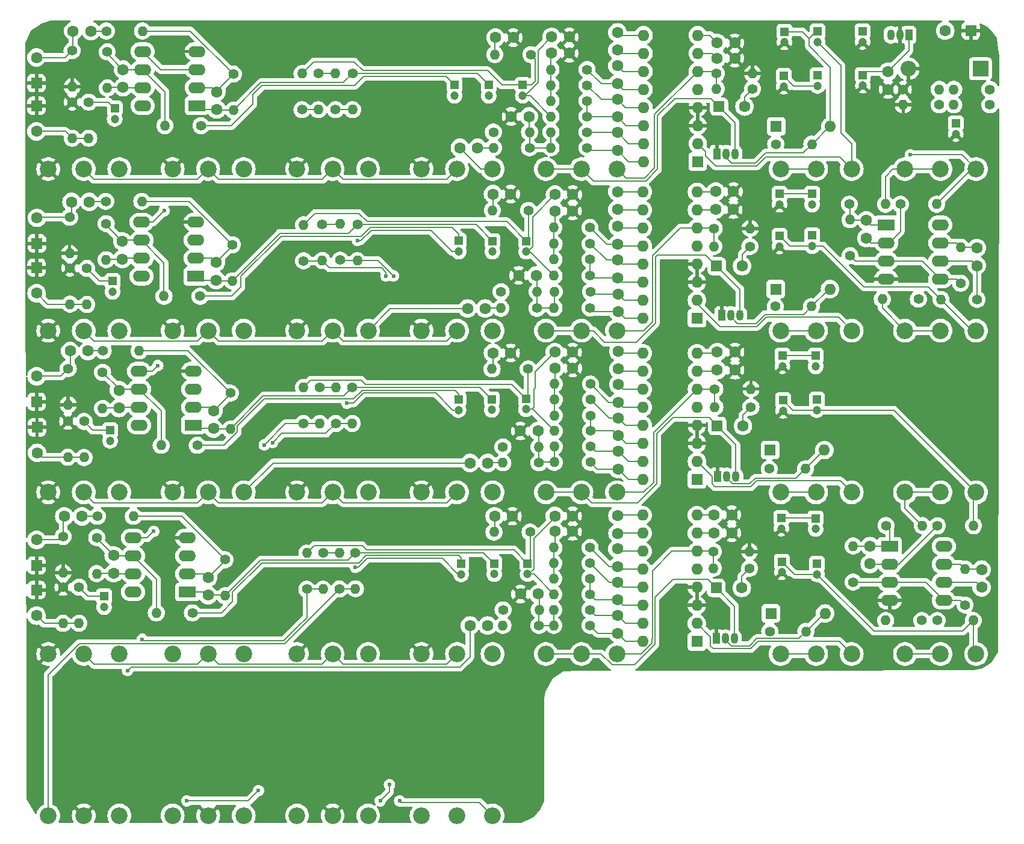
<source format=gbr>
%TF.GenerationSoftware,KiCad,Pcbnew,8.0.1*%
%TF.CreationDate,2024-03-25T17:22:25-07:00*%
%TF.ProjectId,Delay02,44656c61-7930-4322-9e6b-696361645f70,rev?*%
%TF.SameCoordinates,Original*%
%TF.FileFunction,Copper,L1,Top*%
%TF.FilePolarity,Positive*%
%FSLAX46Y46*%
G04 Gerber Fmt 4.6, Leading zero omitted, Abs format (unit mm)*
G04 Created by KiCad (PCBNEW 8.0.1) date 2024-03-25 17:22:25*
%MOMM*%
%LPD*%
G01*
G04 APERTURE LIST*
G04 Aperture macros list*
%AMRoundRect*
0 Rectangle with rounded corners*
0 $1 Rounding radius*
0 $2 $3 $4 $5 $6 $7 $8 $9 X,Y pos of 4 corners*
0 Add a 4 corners polygon primitive as box body*
4,1,4,$2,$3,$4,$5,$6,$7,$8,$9,$2,$3,0*
0 Add four circle primitives for the rounded corners*
1,1,$1+$1,$2,$3*
1,1,$1+$1,$4,$5*
1,1,$1+$1,$6,$7*
1,1,$1+$1,$8,$9*
0 Add four rect primitives between the rounded corners*
20,1,$1+$1,$2,$3,$4,$5,0*
20,1,$1+$1,$4,$5,$6,$7,0*
20,1,$1+$1,$6,$7,$8,$9,0*
20,1,$1+$1,$8,$9,$2,$3,0*%
G04 Aperture macros list end*
%TA.AperFunction,ComponentPad*%
%ADD10C,1.600000*%
%TD*%
%TA.AperFunction,ComponentPad*%
%ADD11RoundRect,0.250000X0.550000X-0.550000X0.550000X0.550000X-0.550000X0.550000X-0.550000X-0.550000X0*%
%TD*%
%TA.AperFunction,ComponentPad*%
%ADD12C,1.400000*%
%TD*%
%TA.AperFunction,ComponentPad*%
%ADD13O,1.400000X1.400000*%
%TD*%
%TA.AperFunction,ComponentPad*%
%ADD14RoundRect,0.250000X-0.550000X-0.550000X0.550000X-0.550000X0.550000X0.550000X-0.550000X0.550000X0*%
%TD*%
%TA.AperFunction,ComponentPad*%
%ADD15R,1.200000X1.200000*%
%TD*%
%TA.AperFunction,ComponentPad*%
%ADD16C,1.200000*%
%TD*%
%TA.AperFunction,ComponentPad*%
%ADD17R,1.600000X1.600000*%
%TD*%
%TA.AperFunction,ComponentPad*%
%ADD18O,1.600000X1.600000*%
%TD*%
%TA.AperFunction,ComponentPad*%
%ADD19RoundRect,0.250000X-0.550000X0.550000X-0.550000X-0.550000X0.550000X-0.550000X0.550000X0.550000X0*%
%TD*%
%TA.AperFunction,ComponentPad*%
%ADD20R,1.050000X1.500000*%
%TD*%
%TA.AperFunction,ComponentPad*%
%ADD21O,1.050000X1.500000*%
%TD*%
%TA.AperFunction,ComponentPad*%
%ADD22R,2.400000X1.600000*%
%TD*%
%TA.AperFunction,ComponentPad*%
%ADD23O,2.400000X1.600000*%
%TD*%
%TA.AperFunction,ComponentPad*%
%ADD24RoundRect,0.250000X0.550000X0.550000X-0.550000X0.550000X-0.550000X-0.550000X0.550000X-0.550000X0*%
%TD*%
%TA.AperFunction,ComponentPad*%
%ADD25R,2.200000X2.200000*%
%TD*%
%TA.AperFunction,ComponentPad*%
%ADD26O,2.200000X2.200000*%
%TD*%
%TA.AperFunction,ComponentPad*%
%ADD27C,2.340000*%
%TD*%
%TA.AperFunction,ViaPad*%
%ADD28C,0.600000*%
%TD*%
%TA.AperFunction,Conductor*%
%ADD29C,0.200000*%
%TD*%
G04 APERTURE END LIST*
D10*
%TO.P,C90,1*%
%TO.N,In D*%
X98140000Y-115560000D03*
%TO.P,C90,2*%
%TO.N,Net-(C90-Pad2)*%
X100640000Y-115560000D03*
%TD*%
%TO.P,C38,1*%
%TO.N,GND*%
X135430000Y-77060000D03*
%TO.P,C38,2*%
%TO.N,Net-(U6-CC0)*%
X132930000Y-77060000D03*
%TD*%
D11*
%TO.P,J7,1*%
%TO.N,GND*%
X37200000Y-107100000D03*
D10*
%TO.P,J7,2*%
%TO.N,Net-(C54-Pad2)*%
X37200000Y-103500000D03*
%TD*%
%TO.P,C78,1*%
%TO.N,Net-(U11-LPF1-OUT)*%
X118880000Y-114135000D03*
%TO.P,C78,2*%
%TO.N,Net-(U11-LPF1-IN)*%
X118880000Y-116635000D03*
%TD*%
D12*
%TO.P,R3,1*%
%TO.N,+9V*%
X171270000Y-42270000D03*
D13*
%TO.P,R3,2*%
%TO.N,+3v*%
X166190000Y-42270000D03*
%TD*%
D14*
%TO.P,SWB1,1,A*%
%TO.N,Net-(Q3-C)*%
X132830000Y-64960000D03*
D10*
%TO.P,SWB1,2,B*%
%TO.N,Net-(SWB1-B)*%
X136430000Y-64960000D03*
%TD*%
D15*
%TO.P,C25,1*%
%TO.N,Net-(C25-Pad1)*%
X95980000Y-39487401D03*
D16*
%TO.P,C25,2*%
%TO.N,Net-(C25-Pad2)*%
X95980000Y-40987401D03*
%TD*%
D17*
%TO.P,U10,1,VCC*%
%TO.N,+5V*%
X130080000Y-72310000D03*
D18*
%TO.P,U10,2,REF*%
%TO.N,Net-(U10-REF)*%
X130080000Y-69770000D03*
%TO.P,U10,3,AGND*%
%TO.N,GND*%
X130080000Y-67230000D03*
%TO.P,U10,4,DGND*%
X130080000Y-64690000D03*
%TO.P,U10,5,CLK_O*%
%TO.N,unconnected-(U10-CLK_O-Pad5)*%
X130080000Y-62150000D03*
%TO.P,U10,6,VCO*%
%TO.N,Net-(U10-VCO)*%
X130080000Y-59610000D03*
%TO.P,U10,7,CC1*%
%TO.N,Net-(U10-CC1)*%
X130080000Y-57070000D03*
%TO.P,U10,8,CC0*%
%TO.N,Net-(U10-CC0)*%
X130080000Y-54530000D03*
%TO.P,U10,9,OP1-OUT*%
%TO.N,Net-(U10-OP1-OUT)*%
X122460000Y-54530000D03*
%TO.P,U10,10,OP1-IN*%
%TO.N,Net-(U10-OP1-IN)*%
X122460000Y-57070000D03*
%TO.P,U10,11,OP2-IN*%
%TO.N,Net-(U10-OP2-IN)*%
X122460000Y-59610000D03*
%TO.P,U10,12,OP2-OUT*%
%TO.N,Net-(U10-OP2-OUT)*%
X122460000Y-62150000D03*
%TO.P,U10,13,LPF2-IN*%
%TO.N,Net-(U10-LPF2-IN)*%
X122460000Y-64690000D03*
%TO.P,U10,14,LPF2-OUT*%
%TO.N,Net-(U10-LPF2-OUT)*%
X122460000Y-67230000D03*
%TO.P,U10,15,LPF1-OUT*%
%TO.N,Net-(U10-LPF1-OUT)*%
X122460000Y-69770000D03*
%TO.P,U10,16,LPF1-IN*%
%TO.N,Net-(U10-LPF1-IN)*%
X122460000Y-72310000D03*
%TD*%
D15*
%TO.P,C64,1*%
%TO.N,Net-(D5-A)*%
X141930000Y-100412401D03*
D16*
%TO.P,C64,2*%
%TO.N,GND*%
X141930000Y-101912401D03*
%TD*%
D19*
%TO.P,J9,1*%
%TO.N,GND*%
X37200000Y-110560000D03*
D10*
%TO.P,J9,2*%
%TO.N,Net-(J9-Pad2)*%
X37200000Y-114160000D03*
%TD*%
D15*
%TO.P,C66,1*%
%TO.N,Net-(C62-Pad1)*%
X101560000Y-106820000D03*
D16*
%TO.P,C66,2*%
%TO.N,Net-(C66-Pad2)*%
X101560000Y-108320000D03*
%TD*%
D12*
%TO.P,R73,1*%
%TO.N,Net-(C66-Pad2)*%
X102800000Y-113350000D03*
D13*
%TO.P,R73,2*%
%TO.N,Net-(C68-Pad1)*%
X107880000Y-113350000D03*
%TD*%
D12*
%TO.P,R70,1*%
%TO.N,+5V*%
X140315000Y-116385000D03*
D13*
%TO.P,R70,2*%
%TO.N,Net-(D5-A)*%
X145395000Y-116385000D03*
%TD*%
D10*
%TO.P,C28,1*%
%TO.N,Net-(U8A--)*%
X154380000Y-106885000D03*
%TO.P,C28,2*%
%TO.N,Net-(C28-Pad2)*%
X154380000Y-104385000D03*
%TD*%
D15*
%TO.P,C45,1*%
%TO.N,Net-(C45-Pad1)*%
X106020000Y-83620000D03*
D16*
%TO.P,C45,2*%
%TO.N,Net-(C44-Pad2)*%
X106020000Y-85120000D03*
%TD*%
D15*
%TO.P,C95,1*%
%TO.N,Net-(C95-Pad1)*%
X47880000Y-67085000D03*
D16*
%TO.P,C95,2*%
%TO.N,Net-(C93-Pad1)*%
X47880000Y-68585000D03*
%TD*%
D12*
%TO.P,R34,1*%
%TO.N,Net-(C28-Pad2)*%
X156665000Y-101485000D03*
D13*
%TO.P,R34,2*%
%TO.N,Net-(R34-Pad2)*%
X161745000Y-101485000D03*
%TD*%
D12*
%TO.P,R75,1*%
%TO.N,Net-(U10-VCO)*%
X132490000Y-59660000D03*
D13*
%TO.P,R75,2*%
%TO.N,GND*%
X137570000Y-59660000D03*
%TD*%
D12*
%TO.P,R9,1*%
%TO.N,Net-(C14-Pad2)*%
X101440000Y-46110000D03*
D13*
%TO.P,R9,2*%
%TO.N,Net-(C15-Pad1)*%
X106520000Y-46110000D03*
%TD*%
D12*
%TO.P,R43,1*%
%TO.N,Net-(U6-LPF2-IN)*%
X115095000Y-83760000D03*
D13*
%TO.P,R43,2*%
%TO.N,Net-(C43-Pad1)*%
X110015000Y-83760000D03*
%TD*%
D12*
%TO.P,R14,1*%
%TO.N,Net-(U4A--)*%
X158700000Y-56260000D03*
D13*
%TO.P,R14,2*%
%TO.N,Net-(C12-Pad1)*%
X163780000Y-56260000D03*
%TD*%
D12*
%TO.P,R24,1*%
%TO.N,Net-(MixA1-Pad1)*%
X79230000Y-42950000D03*
D13*
%TO.P,R24,2*%
%TO.N,Net-(C25-Pad2)*%
X79230000Y-37870000D03*
%TD*%
D10*
%TO.P,C41,1*%
%TO.N,Net-(U6-LPF2-OUT)*%
X119005000Y-88860000D03*
%TO.P,C41,2*%
%TO.N,Net-(U6-LPF2-IN)*%
X119005000Y-86360000D03*
%TD*%
%TO.P,C69,1*%
%TO.N,GND*%
X135180000Y-57010000D03*
%TO.P,C69,2*%
%TO.N,Net-(U10-CC1)*%
X132680000Y-57010000D03*
%TD*%
D15*
%TO.P,C30,1*%
%TO.N,Net-(C30-Pad1)*%
X146930000Y-83737401D03*
D16*
%TO.P,C30,2*%
%TO.N,Net-(C30-Pad2)*%
X146930000Y-85237401D03*
%TD*%
D12*
%TO.P,R46,1*%
%TO.N,Net-(U6-LPF2-OUT)*%
X115095000Y-88185000D03*
D13*
%TO.P,R46,2*%
%TO.N,Net-(C44-Pad2)*%
X110015000Y-88185000D03*
%TD*%
D12*
%TO.P,R57,1*%
%TO.N,+3v*%
X167150000Y-67380000D03*
D13*
%TO.P,R57,2*%
%TO.N,Net-(C51-Pad2)*%
X167150000Y-62300000D03*
%TD*%
D15*
%TO.P,C14,1*%
%TO.N,Net-(C14-Pad1)*%
X100780000Y-39487401D03*
D16*
%TO.P,C14,2*%
%TO.N,Net-(C14-Pad2)*%
X100780000Y-40987401D03*
%TD*%
D10*
%TO.P,C17,1*%
%TO.N,Net-(U2-LPF2-OUT)*%
X118890000Y-43990000D03*
%TO.P,C17,2*%
%TO.N,Net-(U2-LPF2-IN)*%
X118890000Y-41490000D03*
%TD*%
D14*
%TO.P,SWC1,1,A*%
%TO.N,Net-(Q2-C)*%
X132930000Y-87460000D03*
D10*
%TO.P,SWC1,2,B*%
%TO.N,Net-(SWC1-B)*%
X136530000Y-87460000D03*
%TD*%
D15*
%TO.P,C27,1*%
%TO.N,Net-(C27-Pad1)*%
X48180000Y-42760000D03*
D16*
%TO.P,C27,2*%
%TO.N,Net-(C26-Pad1)*%
X48180000Y-44260000D03*
%TD*%
D12*
%TO.P,R96,1*%
%TO.N,Net-(C87-Pad1)*%
X60195000Y-69210000D03*
D13*
%TO.P,R96,2*%
%TO.N,Net-(U7B--)*%
X55115000Y-69210000D03*
%TD*%
D15*
%TO.P,C86,1*%
%TO.N,Net-(C86-Pad1)*%
X106250000Y-106830000D03*
D16*
%TO.P,C86,2*%
%TO.N,Net-(C84-Pad2)*%
X106250000Y-108330000D03*
%TD*%
D19*
%TO.P,Out-A,1*%
%TO.N,GND*%
X37180000Y-42410000D03*
D10*
%TO.P,Out-A,2*%
%TO.N,Net-(Out-A1-Pad2)*%
X37180000Y-46010000D03*
%TD*%
%TO.P,C77,1*%
%TO.N,Net-(U10-OP2-OUT)*%
X118930000Y-61885000D03*
%TO.P,C77,2*%
%TO.N,Net-(U10-OP2-IN)*%
X118930000Y-59385000D03*
%TD*%
D12*
%TO.P,R86,1*%
%TO.N,Net-(U11-LPF2-OUT)*%
X115020000Y-108960000D03*
D13*
%TO.P,R86,2*%
%TO.N,Net-(C82-Pad1)*%
X109940000Y-108960000D03*
%TD*%
D20*
%TO.P,Q4,1,E*%
%TO.N,GND*%
X132810000Y-117370000D03*
D21*
%TO.P,Q4,2,B*%
%TO.N,Net-(D5-A)*%
X134080000Y-117370000D03*
%TO.P,Q4,3,C*%
%TO.N,Net-(Q4-C)*%
X135350000Y-117370000D03*
%TD*%
D12*
%TO.P,R62,1*%
%TO.N,Net-(C54-Pad2)*%
X40930000Y-103040000D03*
D13*
%TO.P,R62,2*%
%TO.N,GND*%
X40930000Y-108120000D03*
%TD*%
D10*
%TO.P,C54,1*%
%TO.N,Net-(C54-Pad1)*%
X43590000Y-100200000D03*
%TO.P,C54,2*%
%TO.N,Net-(C54-Pad2)*%
X41090000Y-100200000D03*
%TD*%
D12*
%TO.P,R94,1*%
%TO.N,Net-(C88-Pad2)*%
X77500000Y-105370000D03*
D13*
%TO.P,R94,2*%
%TO.N,Net-(MixD1-Pad3)*%
X77500000Y-110450000D03*
%TD*%
D12*
%TO.P,R47,1*%
%TO.N,Net-(C36-Pad1)*%
X107850000Y-92650000D03*
D13*
%TO.P,R47,2*%
%TO.N,Net-(C47-Pad2)*%
X102770000Y-92650000D03*
%TD*%
D12*
%TO.P,R44,1*%
%TO.N,Net-(U6-OP2-OUT)*%
X115095000Y-81560000D03*
D13*
%TO.P,R44,2*%
%TO.N,Net-(C43-Pad1)*%
X110015000Y-81560000D03*
%TD*%
D22*
%TO.P,U9,1*%
%TO.N,Net-(C62-Pad1)*%
X58380000Y-110830000D03*
D23*
%TO.P,U9,2,-*%
%TO.N,Net-(U9A--)*%
X58380000Y-108290000D03*
%TO.P,U9,3,+*%
%TO.N,+4.5V*%
X58380000Y-105750000D03*
%TO.P,U9,4,V-*%
%TO.N,GND*%
X58380000Y-103210000D03*
%TO.P,U9,5,+*%
%TO.N,+4.5V*%
X50760000Y-103210000D03*
%TO.P,U9,6,-*%
%TO.N,Net-(U9B--)*%
X50760000Y-105750000D03*
%TO.P,U9,7*%
%TO.N,Net-(C94-Pad1)*%
X50760000Y-108290000D03*
%TO.P,U9,8,V+*%
%TO.N,+9V*%
X50760000Y-110830000D03*
%TD*%
D10*
%TO.P,C18,1*%
%TO.N,Net-(U2-OP2-OUT)*%
X118890000Y-39290000D03*
%TO.P,C18,2*%
%TO.N,Net-(U2-OP2-IN)*%
X118890000Y-36790000D03*
%TD*%
D12*
%TO.P,R48,1*%
%TO.N,Net-(MixC1-Pad3)*%
X74720000Y-87140000D03*
D13*
%TO.P,R48,2*%
%TO.N,Net-(C45-Pad1)*%
X74720000Y-82060000D03*
%TD*%
D12*
%TO.P,R40,1*%
%TO.N,Net-(U6-VCO)*%
X132590000Y-82260000D03*
D13*
%TO.P,R40,2*%
%TO.N,GND*%
X137670000Y-82260000D03*
%TD*%
D15*
%TO.P,C50,1*%
%TO.N,Net-(C50-Pad1)*%
X47530000Y-88060000D03*
D16*
%TO.P,C50,2*%
%TO.N,Net-(C49-Pad1)*%
X47530000Y-89560000D03*
%TD*%
D12*
%TO.P,R60,1*%
%TO.N,Net-(U8B--)*%
X163865000Y-114835000D03*
D13*
%TO.P,R60,2*%
%TO.N,Net-(C57-Pad2)*%
X168945000Y-114835000D03*
%TD*%
D12*
%TO.P,R42,1*%
%TO.N,Net-(U6-LPF1-OUT)*%
X115095000Y-90385000D03*
D13*
%TO.P,R42,2*%
%TO.N,Net-(C36-Pad1)*%
X110015000Y-90385000D03*
%TD*%
D12*
%TO.P,R45,1*%
%TO.N,Net-(U6-LPF2-OUT)*%
X115095000Y-86010000D03*
D13*
%TO.P,R45,2*%
%TO.N,Net-(C43-Pad1)*%
X110015000Y-86010000D03*
%TD*%
D10*
%TO.P,C36,1*%
%TO.N,Net-(C36-Pad1)*%
X107720000Y-88170000D03*
%TO.P,C36,2*%
%TO.N,GND*%
X105220000Y-88170000D03*
%TD*%
%TO.P,C49,1*%
%TO.N,Net-(C49-Pad1)*%
X48780000Y-84940000D03*
%TO.P,C49,2*%
%TO.N,Net-(U5B--)*%
X48780000Y-82440000D03*
%TD*%
D11*
%TO.P,In-A,1*%
%TO.N,GND*%
X37180000Y-39210000D03*
D10*
%TO.P,In-A,2*%
%TO.N,Net-(C5-Pad2)*%
X37180000Y-35610000D03*
%TD*%
D15*
%TO.P,C13,1*%
%TO.N,Net-(C13-Pad1)*%
X147030000Y-38110000D03*
D16*
%TO.P,C13,2*%
%TO.N,Net-(C12-Pad1)*%
X147030000Y-39610000D03*
%TD*%
D10*
%TO.P,C10,1*%
%TO.N,GND*%
X135400000Y-33540000D03*
%TO.P,C10,2*%
%TO.N,Net-(U2-CC0)*%
X132900000Y-33540000D03*
%TD*%
%TO.P,C40,1*%
%TO.N,Net-(U6-LPF1-OUT)*%
X119005000Y-91060000D03*
%TO.P,C40,2*%
%TO.N,Net-(U6-LPF1-IN)*%
X119005000Y-93560000D03*
%TD*%
D12*
%TO.P,R88,1*%
%TO.N,Net-(U11-LPF2-OUT)*%
X115020000Y-111160000D03*
D13*
%TO.P,R88,2*%
%TO.N,Net-(C84-Pad2)*%
X109940000Y-111160000D03*
%TD*%
D12*
%TO.P,R66,1*%
%TO.N,Net-(C54-Pad1)*%
X45730000Y-100180000D03*
D13*
%TO.P,R66,2*%
%TO.N,Net-(U9A--)*%
X50810000Y-100180000D03*
%TD*%
D10*
%TO.P,C79,1*%
%TO.N,Net-(U11-LPF2-OUT)*%
X118880000Y-111960000D03*
%TO.P,C79,2*%
%TO.N,Net-(U11-LPF2-IN)*%
X118880000Y-109460000D03*
%TD*%
D12*
%TO.P,R27,1*%
%TO.N,Net-(C25-Pad1)*%
X60320000Y-45210000D03*
D13*
%TO.P,R27,2*%
%TO.N,Net-(U1B--)*%
X55240000Y-45210000D03*
%TD*%
D12*
%TO.P,R87,1*%
%TO.N,Net-(U10-LPF2-OUT)*%
X115045000Y-66335000D03*
D13*
%TO.P,R87,2*%
%TO.N,Net-(C83-Pad2)*%
X109965000Y-66335000D03*
%TD*%
D12*
%TO.P,R1,1*%
%TO.N,+9V*%
X171270000Y-40100000D03*
D13*
%TO.P,R1,2*%
%TO.N,+4.5V*%
X166190000Y-40100000D03*
%TD*%
D15*
%TO.P,C35,1*%
%TO.N,Net-(C33-Pad1)*%
X101210000Y-83710000D03*
D16*
%TO.P,C35,2*%
%TO.N,Net-(C35-Pad2)*%
X101210000Y-85210000D03*
%TD*%
D12*
%TO.P,R32,1*%
%TO.N,Net-(U8A--)*%
X163890000Y-101510000D03*
D13*
%TO.P,R32,2*%
%TO.N,Net-(C30-Pad2)*%
X168970000Y-101510000D03*
%TD*%
D15*
%TO.P,C88,1*%
%TO.N,Net-(C88-Pad1)*%
X96900000Y-106850000D03*
D16*
%TO.P,C88,2*%
%TO.N,Net-(C88-Pad2)*%
X96900000Y-108350000D03*
%TD*%
D12*
%TO.P,R49,1*%
%TO.N,Net-(C46-Pad2)*%
X77010000Y-82060000D03*
D13*
%TO.P,R49,2*%
%TO.N,Net-(MixC1-Pad3)*%
X77010000Y-87140000D03*
%TD*%
D10*
%TO.P,C67,1*%
%TO.N,Net-(C67-Pad1)*%
X107505000Y-66285000D03*
%TO.P,C67,2*%
%TO.N,GND*%
X105005000Y-66285000D03*
%TD*%
D12*
%TO.P,R89,1*%
%TO.N,Net-(C67-Pad1)*%
X107570000Y-70910000D03*
D13*
%TO.P,R89,2*%
%TO.N,Net-(C89-Pad2)*%
X102490000Y-70910000D03*
%TD*%
D12*
%TO.P,R56,1*%
%TO.N,GND*%
X41580000Y-86800000D03*
D13*
%TO.P,R56,2*%
%TO.N,Net-(J5-Pad2)*%
X41580000Y-91880000D03*
%TD*%
D20*
%TO.P,Q3,1,E*%
%TO.N,GND*%
X133560000Y-71860000D03*
D21*
%TO.P,Q3,2,B*%
%TO.N,Net-(D4-A)*%
X134830000Y-71860000D03*
%TO.P,Q3,3,C*%
%TO.N,Net-(Q3-C)*%
X136100000Y-71860000D03*
%TD*%
D15*
%TO.P,C7,1*%
%TO.N,Net-(D3-A)*%
X142380000Y-31987400D03*
D16*
%TO.P,C7,2*%
%TO.N,GND*%
X142380000Y-33487400D03*
%TD*%
D14*
%TO.P,SWD1,1,A*%
%TO.N,Net-(Q4-C)*%
X132780000Y-110260000D03*
D10*
%TO.P,SWD1,2,B*%
%TO.N,Net-(SWD1-B)*%
X136380000Y-110260000D03*
%TD*%
D12*
%TO.P,R33,1*%
%TO.N,Net-(C29-Pad2)*%
X41650000Y-79400000D03*
D13*
%TO.P,R33,2*%
%TO.N,GND*%
X41650000Y-84480000D03*
%TD*%
D15*
%TO.P,C4,1*%
%TO.N,+5V*%
X153410000Y-38080000D03*
D16*
%TO.P,C4,2*%
%TO.N,GND*%
X153410000Y-39580000D03*
%TD*%
D10*
%TO.P,C26,1*%
%TO.N,Net-(C26-Pad1)*%
X49355000Y-39810000D03*
%TO.P,C26,2*%
%TO.N,Net-(U1B--)*%
X49355000Y-37310000D03*
%TD*%
%TO.P,C61,1*%
%TO.N,Net-(C61-Pad1)*%
X62430000Y-66935000D03*
%TO.P,C61,2*%
%TO.N,Net-(U7A--)*%
X62430000Y-64435000D03*
%TD*%
%TO.P,C84,1*%
%TO.N,GND*%
X112580000Y-100135000D03*
%TO.P,C84,2*%
%TO.N,Net-(C84-Pad2)*%
X110080000Y-100135000D03*
%TD*%
D15*
%TO.P,C59,1*%
%TO.N,Net-(D4-A)*%
X146280000Y-54810000D03*
D16*
%TO.P,C59,2*%
%TO.N,Net-(U10-REF)*%
X146280000Y-56310000D03*
%TD*%
D17*
%TO.P,U2,1,VCC*%
%TO.N,+5V*%
X130180000Y-50270000D03*
D18*
%TO.P,U2,2,REF*%
%TO.N,Net-(U2-REF)*%
X130180000Y-47730000D03*
%TO.P,U2,3,AGND*%
%TO.N,GND*%
X130180000Y-45190000D03*
%TO.P,U2,4,DGND*%
X130180000Y-42650000D03*
%TO.P,U2,5,CLK_O*%
%TO.N,unconnected-(U2-CLK_O-Pad5)*%
X130180000Y-40110000D03*
%TO.P,U2,6,VCO*%
%TO.N,Net-(U2-VCO)*%
X130180000Y-37570000D03*
%TO.P,U2,7,CC1*%
%TO.N,Net-(U2-CC1)*%
X130180000Y-35030000D03*
%TO.P,U2,8,CC0*%
%TO.N,Net-(U2-CC0)*%
X130180000Y-32490000D03*
%TO.P,U2,9,OP1-OUT*%
%TO.N,Net-(U2-OP1-OUT)*%
X122560000Y-32490000D03*
%TO.P,U2,10,OP1-IN*%
%TO.N,Net-(U2-OP1-IN)*%
X122560000Y-35030000D03*
%TO.P,U2,11,OP2-IN*%
%TO.N,Net-(U2-OP2-IN)*%
X122560000Y-37570000D03*
%TO.P,U2,12,OP2-OUT*%
%TO.N,Net-(U2-OP2-OUT)*%
X122560000Y-40110000D03*
%TO.P,U2,13,LPF2-IN*%
%TO.N,Net-(U2-LPF2-IN)*%
X122560000Y-42650000D03*
%TO.P,U2,14,LPF2-OUT*%
%TO.N,Net-(U2-LPF2-OUT)*%
X122560000Y-45190000D03*
%TO.P,U2,15,LPF1-OUT*%
%TO.N,Net-(U2-LPF1-OUT)*%
X122560000Y-47730000D03*
%TO.P,U2,16,LPF1-IN*%
%TO.N,Net-(U2-LPF1-IN)*%
X122560000Y-50270000D03*
%TD*%
D12*
%TO.P,R30,1*%
%TO.N,GND*%
X42205000Y-41895000D03*
D13*
%TO.P,R30,2*%
%TO.N,Net-(Out-A1-Pad2)*%
X42205000Y-46975000D03*
%TD*%
D24*
%TO.P,J3,1,In*%
%TO.N,GND*%
X168590000Y-31840000D03*
D10*
%TO.P,J3,2,Ext*%
%TO.N,+9V*%
X164990000Y-31840000D03*
%TD*%
D12*
%TO.P,R95,1*%
%TO.N,Net-(C85-Pad1)*%
X106370000Y-57135000D03*
D13*
%TO.P,R95,2*%
%TO.N,Out B*%
X101290000Y-57135000D03*
%TD*%
D12*
%TO.P,R64,1*%
%TO.N,Net-(C52-Pad2)*%
X161695000Y-114835000D03*
D13*
%TO.P,R64,2*%
%TO.N,Net-(R64-Pad2)*%
X156615000Y-114835000D03*
%TD*%
D12*
%TO.P,R79,1*%
%TO.N,Net-(U10-LPF2-IN)*%
X115060000Y-61835000D03*
D13*
%TO.P,R79,2*%
%TO.N,Net-(C81-Pad1)*%
X109980000Y-61835000D03*
%TD*%
D10*
%TO.P,C80,1*%
%TO.N,Net-(U11-OP2-OUT)*%
X118880000Y-107260000D03*
%TO.P,C80,2*%
%TO.N,Net-(U11-OP2-IN)*%
X118880000Y-104760000D03*
%TD*%
D12*
%TO.P,R23,1*%
%TO.N,Net-(C14-Pad1)*%
X81630000Y-37870000D03*
D13*
%TO.P,R23,2*%
%TO.N,Net-(MixA1-Pad1)*%
X81630000Y-42950000D03*
%TD*%
D12*
%TO.P,R21,1*%
%TO.N,Net-(C15-Pad1)*%
X106520000Y-48310000D03*
D13*
%TO.P,R21,2*%
%TO.N,Net-(C22-Pad2)*%
X101440000Y-48310000D03*
%TD*%
D15*
%TO.P,C2,1*%
%TO.N,+4.5V*%
X166470000Y-44870000D03*
D16*
%TO.P,C2,2*%
%TO.N,GND*%
X166470000Y-46370000D03*
%TD*%
D22*
%TO.P,U7,1*%
%TO.N,Net-(C61-Pad1)*%
X59580000Y-66410000D03*
D23*
%TO.P,U7,2,-*%
%TO.N,Net-(U7A--)*%
X59580000Y-63870000D03*
%TO.P,U7,3,+*%
%TO.N,+4.5V*%
X59580000Y-61330000D03*
%TO.P,U7,4,V-*%
%TO.N,GND*%
X59580000Y-58790000D03*
%TO.P,U7,5,+*%
%TO.N,+4.5V*%
X51960000Y-58790000D03*
%TO.P,U7,6,-*%
%TO.N,Net-(U7B--)*%
X51960000Y-61330000D03*
%TO.P,U7,7*%
%TO.N,Net-(C93-Pad1)*%
X51960000Y-63870000D03*
%TO.P,U7,8,V+*%
%TO.N,+9V*%
X51960000Y-66410000D03*
%TD*%
D12*
%TO.P,R58,1*%
%TO.N,Net-(U4B--)*%
X169470000Y-69660000D03*
D13*
%TO.P,R58,2*%
%TO.N,Net-(C55-Pad2)*%
X164390000Y-69660000D03*
%TD*%
D22*
%TO.P,U1,1*%
%TO.N,Net-(C14-Pad1)*%
X59730000Y-42385000D03*
D23*
%TO.P,U1,2,-*%
%TO.N,Net-(U1A--)*%
X59730000Y-39845000D03*
%TO.P,U1,3,+*%
%TO.N,+4.5V*%
X59730000Y-37305000D03*
%TO.P,U1,4,V-*%
%TO.N,GND*%
X59730000Y-34765000D03*
%TO.P,U1,5,+*%
%TO.N,+4.5V*%
X52110000Y-34765000D03*
%TO.P,U1,6,-*%
%TO.N,Net-(U1B--)*%
X52110000Y-37305000D03*
%TO.P,U1,7*%
%TO.N,Net-(C26-Pad1)*%
X52110000Y-39845000D03*
%TO.P,U1,8,V+*%
%TO.N,+9V*%
X52110000Y-42385000D03*
%TD*%
D10*
%TO.P,C11,1*%
%TO.N,Net-(U4A--)*%
X153900000Y-61040000D03*
%TO.P,C11,2*%
%TO.N,Net-(C11-Pad2)*%
X153900000Y-58540000D03*
%TD*%
D12*
%TO.P,R7,1*%
%TO.N,Net-(U1A--)*%
X64880000Y-37945000D03*
D13*
%TO.P,R7,2*%
%TO.N,Net-(C14-Pad1)*%
X64880000Y-43025000D03*
%TD*%
D15*
%TO.P,C12,1*%
%TO.N,Net-(C12-Pad1)*%
X142280000Y-38210000D03*
D16*
%TO.P,C12,2*%
%TO.N,GND*%
X142280000Y-39710000D03*
%TD*%
D15*
%TO.P,C3,1*%
%TO.N,+9V*%
X153360000Y-31930000D03*
D16*
%TO.P,C3,2*%
%TO.N,GND*%
X153360000Y-33430000D03*
%TD*%
D15*
%TO.P,C58,1*%
%TO.N,Net-(C57-Pad2)*%
X142005000Y-106560000D03*
D16*
%TO.P,C58,2*%
%TO.N,GND*%
X142005000Y-108060000D03*
%TD*%
D10*
%TO.P,C20,1*%
%TO.N,Net-(C20-Pad1)*%
X109630000Y-35010000D03*
%TO.P,C20,2*%
%TO.N,GND*%
X112130000Y-35010000D03*
%TD*%
D12*
%TO.P,R61,1*%
%TO.N,Net-(C53-Pad2)*%
X41830000Y-58095000D03*
D13*
%TO.P,R61,2*%
%TO.N,GND*%
X41830000Y-63175000D03*
%TD*%
D12*
%TO.P,R37,1*%
%TO.N,+5V*%
X140240000Y-93510000D03*
D13*
%TO.P,R37,2*%
%TO.N,Net-(D2-A)*%
X145320000Y-93510000D03*
%TD*%
D15*
%TO.P,C60,1*%
%TO.N,Net-(D5-A)*%
X146755000Y-100485000D03*
D16*
%TO.P,C60,2*%
%TO.N,Net-(U11-REF)*%
X146755000Y-101985000D03*
%TD*%
D10*
%TO.P,C81,1*%
%TO.N,Net-(C81-Pad1)*%
X110080000Y-57210000D03*
%TO.P,C81,2*%
%TO.N,GND*%
X112580000Y-57210000D03*
%TD*%
D12*
%TO.P,R108,1*%
%TO.N,GND*%
X40910000Y-110170000D03*
D13*
%TO.P,R108,2*%
%TO.N,Net-(J9-Pad2)*%
X40910000Y-115250000D03*
%TD*%
D15*
%TO.P,C63,1*%
%TO.N,Net-(D4-A)*%
X141680000Y-54810000D03*
D16*
%TO.P,C63,2*%
%TO.N,GND*%
X141680000Y-56310000D03*
%TD*%
D10*
%TO.P,C83,1*%
%TO.N,GND*%
X112605000Y-54910000D03*
%TO.P,C83,2*%
%TO.N,Net-(C83-Pad2)*%
X110105000Y-54910000D03*
%TD*%
%TO.P,C9,1*%
%TO.N,GND*%
X135400000Y-35710000D03*
%TO.P,C9,2*%
%TO.N,Net-(U2-CC1)*%
X132900000Y-35710000D03*
%TD*%
D15*
%TO.P,C56,1*%
%TO.N,Net-(C55-Pad2)*%
X141680000Y-60710000D03*
D16*
%TO.P,C56,2*%
%TO.N,GND*%
X141680000Y-62210000D03*
%TD*%
D12*
%TO.P,R13,1*%
%TO.N,Net-(C11-Pad2)*%
X151500000Y-56260000D03*
D13*
%TO.P,R13,2*%
%TO.N,Net-(R13-Pad2)*%
X156580000Y-56260000D03*
%TD*%
D10*
%TO.P,C22,1*%
%TO.N,In A*%
X96730000Y-48310000D03*
%TO.P,C22,2*%
%TO.N,Net-(C22-Pad2)*%
X99230000Y-48310000D03*
%TD*%
%TO.P,C15,1*%
%TO.N,Net-(C15-Pad1)*%
X106430000Y-43910000D03*
%TO.P,C15,2*%
%TO.N,GND*%
X103930000Y-43910000D03*
%TD*%
%TO.P,C5,1*%
%TO.N,Net-(C5-Pad1)*%
X44830000Y-31885000D03*
%TO.P,C5,2*%
%TO.N,Net-(C5-Pad2)*%
X42330000Y-31885000D03*
%TD*%
D12*
%TO.P,R72,1*%
%TO.N,Net-(SWB1-B)*%
X137520000Y-62210000D03*
D13*
%TO.P,R72,2*%
%TO.N,Net-(U10-VCO)*%
X132440000Y-62210000D03*
%TD*%
D12*
%TO.P,R36,1*%
%TO.N,Net-(U5A--)*%
X64440000Y-82840000D03*
D13*
%TO.P,R36,2*%
%TO.N,Net-(C33-Pad1)*%
X64440000Y-87920000D03*
%TD*%
D10*
%TO.P,C44,1*%
%TO.N,GND*%
X112580000Y-77085000D03*
%TO.P,C44,2*%
%TO.N,Net-(C44-Pad2)*%
X110080000Y-77085000D03*
%TD*%
D17*
%TO.P,D5,1,K*%
%TO.N,+5V*%
X140470000Y-113860000D03*
D18*
%TO.P,D5,2,A*%
%TO.N,Net-(D5-A)*%
X148090000Y-113860000D03*
%TD*%
D10*
%TO.P,C91,1*%
%TO.N,GND*%
X103880000Y-54835000D03*
%TO.P,C91,2*%
%TO.N,Out B*%
X101380000Y-54835000D03*
%TD*%
D19*
%TO.P,J5,1*%
%TO.N,GND*%
X37260000Y-87650000D03*
D10*
%TO.P,J5,2*%
%TO.N,Net-(J5-Pad2)*%
X37260000Y-91250000D03*
%TD*%
D12*
%TO.P,R81,1*%
%TO.N,Net-(U11-LPF1-IN)*%
X115020000Y-115550000D03*
D13*
%TO.P,R81,2*%
%TO.N,Net-(C68-Pad1)*%
X109940000Y-115550000D03*
%TD*%
D12*
%TO.P,R31,1*%
%TO.N,+3v*%
X152030000Y-109450000D03*
D13*
%TO.P,R31,2*%
%TO.N,Net-(C28-Pad2)*%
X152030000Y-104370000D03*
%TD*%
D17*
%TO.P,U11,1,VCC*%
%TO.N,+5V*%
X130060000Y-117810000D03*
D18*
%TO.P,U11,2,REF*%
%TO.N,Net-(U11-REF)*%
X130060000Y-115270000D03*
%TO.P,U11,3,AGND*%
%TO.N,GND*%
X130060000Y-112730000D03*
%TO.P,U11,4,DGND*%
X130060000Y-110190000D03*
%TO.P,U11,5,CLK_O*%
%TO.N,unconnected-(U11-CLK_O-Pad5)*%
X130060000Y-107650000D03*
%TO.P,U11,6,VCO*%
%TO.N,Net-(U11-VCO)*%
X130060000Y-105110000D03*
%TO.P,U11,7,CC1*%
%TO.N,Net-(U11-CC1)*%
X130060000Y-102570000D03*
%TO.P,U11,8,CC0*%
%TO.N,Net-(U11-CC0)*%
X130060000Y-100030000D03*
%TO.P,U11,9,OP1-OUT*%
%TO.N,Net-(U11-OP1-OUT)*%
X122440000Y-100030000D03*
%TO.P,U11,10,OP1-IN*%
%TO.N,Net-(U11-OP1-IN)*%
X122440000Y-102570000D03*
%TO.P,U11,11,OP2-IN*%
%TO.N,Net-(U11-OP2-IN)*%
X122440000Y-105110000D03*
%TO.P,U11,12,OP2-OUT*%
%TO.N,Net-(U11-OP2-OUT)*%
X122440000Y-107650000D03*
%TO.P,U11,13,LPF2-IN*%
%TO.N,Net-(U11-LPF2-IN)*%
X122440000Y-110190000D03*
%TO.P,U11,14,LPF2-OUT*%
%TO.N,Net-(U11-LPF2-OUT)*%
X122440000Y-112730000D03*
%TO.P,U11,15,LPF1-OUT*%
%TO.N,Net-(U11-LPF1-OUT)*%
X122440000Y-115270000D03*
%TO.P,U11,16,LPF1-IN*%
%TO.N,Net-(U11-LPF1-IN)*%
X122440000Y-117810000D03*
%TD*%
D10*
%TO.P,C93,1*%
%TO.N,Net-(C93-Pad1)*%
X49255000Y-63985000D03*
%TO.P,C93,2*%
%TO.N,Net-(U7B--)*%
X49255000Y-61485000D03*
%TD*%
D12*
%TO.P,R74,1*%
%TO.N,Net-(SWD1-B)*%
X137470000Y-107510000D03*
D13*
%TO.P,R74,2*%
%TO.N,Net-(U11-VCO)*%
X132390000Y-107510000D03*
%TD*%
D12*
%TO.P,R68,1*%
%TO.N,Net-(U9A--)*%
X63690000Y-106290000D03*
D13*
%TO.P,R68,2*%
%TO.N,Net-(C62-Pad1)*%
X63690000Y-111370000D03*
%TD*%
D12*
%TO.P,R100,1*%
%TO.N,Net-(U9B--)*%
X45660000Y-103180000D03*
D13*
%TO.P,R100,2*%
%TO.N,Net-(C94-Pad1)*%
X45660000Y-108260000D03*
%TD*%
D12*
%TO.P,R77,1*%
%TO.N,Net-(U10-LPF1-IN)*%
X115045000Y-70860000D03*
D13*
%TO.P,R77,2*%
%TO.N,Net-(C67-Pad1)*%
X109965000Y-70860000D03*
%TD*%
D10*
%TO.P,C33,1*%
%TO.N,Net-(C33-Pad1)*%
X62080000Y-87840000D03*
%TO.P,C33,2*%
%TO.N,Net-(U5A--)*%
X62080000Y-85340000D03*
%TD*%
%TO.P,C51,1*%
%TO.N,Net-(U4B--)*%
X169430000Y-64910000D03*
%TO.P,C51,2*%
%TO.N,Net-(C51-Pad2)*%
X169430000Y-62410000D03*
%TD*%
D12*
%TO.P,R90,1*%
%TO.N,Net-(C68-Pad1)*%
X107860000Y-115550000D03*
D13*
%TO.P,R90,2*%
%TO.N,Net-(C90-Pad2)*%
X102780000Y-115550000D03*
%TD*%
D12*
%TO.P,R28,1*%
%TO.N,Net-(U1B--)*%
X47130000Y-34820000D03*
D13*
%TO.P,R28,2*%
%TO.N,Net-(C26-Pad1)*%
X47130000Y-39900000D03*
%TD*%
D12*
%TO.P,R78,1*%
%TO.N,Net-(U10-LPF1-OUT)*%
X115095000Y-68585000D03*
D13*
%TO.P,R78,2*%
%TO.N,Net-(C67-Pad1)*%
X110015000Y-68585000D03*
%TD*%
D12*
%TO.P,R102,1*%
%TO.N,Net-(MixB1-Pad1)*%
X79880000Y-64130000D03*
D13*
%TO.P,R102,2*%
%TO.N,Net-(C87-Pad2)*%
X79880000Y-59050000D03*
%TD*%
D12*
%TO.P,R38,1*%
%TO.N,Net-(C35-Pad2)*%
X102780000Y-90430000D03*
D13*
%TO.P,R38,2*%
%TO.N,Net-(C36-Pad1)*%
X107860000Y-90430000D03*
%TD*%
D12*
%TO.P,R16,1*%
%TO.N,Net-(U2-LPF1-OUT)*%
X114620000Y-46110000D03*
D13*
%TO.P,R16,2*%
%TO.N,Net-(C15-Pad1)*%
X109540000Y-46110000D03*
%TD*%
D12*
%TO.P,R107,1*%
%TO.N,GND*%
X41880000Y-65245000D03*
D13*
%TO.P,R107,2*%
%TO.N,Net-(J8-Pad2)*%
X41880000Y-70325000D03*
%TD*%
D10*
%TO.P,C43,1*%
%TO.N,Net-(C43-Pad1)*%
X110105000Y-79335000D03*
%TO.P,C43,2*%
%TO.N,GND*%
X112605000Y-79335000D03*
%TD*%
D12*
%TO.P,R106,1*%
%TO.N,Net-(C96-Pad1)*%
X43150000Y-110160000D03*
D13*
%TO.P,R106,2*%
%TO.N,Net-(J9-Pad2)*%
X43150000Y-115240000D03*
%TD*%
D12*
%TO.P,R4,1*%
%TO.N,+3v*%
X164170000Y-42270000D03*
D13*
%TO.P,R4,2*%
%TO.N,GND*%
X159090000Y-42270000D03*
%TD*%
D15*
%TO.P,C65,1*%
%TO.N,Net-(C61-Pad1)*%
X101305000Y-61435000D03*
D16*
%TO.P,C65,2*%
%TO.N,Net-(C65-Pad2)*%
X101305000Y-62935000D03*
%TD*%
D12*
%TO.P,R51,1*%
%TO.N,Net-(C46-Pad1)*%
X59790000Y-90190000D03*
D13*
%TO.P,R51,2*%
%TO.N,Net-(U5B--)*%
X54710000Y-90190000D03*
%TD*%
D20*
%TO.P,Q2,1,E*%
%TO.N,GND*%
X133010000Y-94570000D03*
D21*
%TO.P,Q2,2,B*%
%TO.N,Net-(D2-A)*%
X134280000Y-94570000D03*
%TO.P,Q2,3,C*%
%TO.N,Net-(Q2-C)*%
X135550000Y-94570000D03*
%TD*%
D10*
%TO.P,C29,1*%
%TO.N,Net-(C29-Pad1)*%
X44420000Y-76920000D03*
%TO.P,C29,2*%
%TO.N,Net-(C29-Pad2)*%
X41920000Y-76920000D03*
%TD*%
D15*
%TO.P,C32,1*%
%TO.N,Net-(D2-A)*%
X146780000Y-77587401D03*
D16*
%TO.P,C32,2*%
%TO.N,Net-(U6-REF)*%
X146780000Y-79087401D03*
%TD*%
D12*
%TO.P,R26,1*%
%TO.N,Net-(C25-Pad2)*%
X76830000Y-37870000D03*
D13*
%TO.P,R26,2*%
%TO.N,Net-(MixA1-Pad3)*%
X76830000Y-42950000D03*
%TD*%
D12*
%TO.P,R82,1*%
%TO.N,Net-(U11-LPF1-OUT)*%
X115020000Y-113340000D03*
D13*
%TO.P,R82,2*%
%TO.N,Net-(C68-Pad1)*%
X109940000Y-113340000D03*
%TD*%
D12*
%TO.P,R52,1*%
%TO.N,Net-(U5B--)*%
X46480000Y-79930000D03*
D13*
%TO.P,R52,2*%
%TO.N,Net-(C49-Pad1)*%
X46480000Y-85010000D03*
%TD*%
D10*
%TO.P,C73,1*%
%TO.N,Net-(U10-OP1-IN)*%
X118880000Y-57010000D03*
%TO.P,C73,2*%
%TO.N,Net-(U10-OP1-OUT)*%
X118880000Y-54510000D03*
%TD*%
%TO.P,C24,1*%
%TO.N,GND*%
X104230000Y-32810000D03*
%TO.P,C24,2*%
%TO.N,Out A*%
X101730000Y-32810000D03*
%TD*%
%TO.P,C39,1*%
%TO.N,Net-(U6-OP1-IN)*%
X119005000Y-79460000D03*
%TO.P,C39,2*%
%TO.N,Net-(U6-OP1-OUT)*%
X119005000Y-76960000D03*
%TD*%
D12*
%TO.P,R25,1*%
%TO.N,Net-(MixA1-Pad3)*%
X74530000Y-42950000D03*
D13*
%TO.P,R25,2*%
%TO.N,Net-(C21-Pad1)*%
X74530000Y-37870000D03*
%TD*%
D12*
%TO.P,R71,1*%
%TO.N,Net-(C65-Pad2)*%
X102515000Y-68585000D03*
D13*
%TO.P,R71,2*%
%TO.N,Net-(C67-Pad1)*%
X107595000Y-68585000D03*
%TD*%
D12*
%TO.P,R10,1*%
%TO.N,Net-(U2-VCO)*%
X132810000Y-37870000D03*
D13*
%TO.P,R10,2*%
%TO.N,GND*%
X137890000Y-37870000D03*
%TD*%
D15*
%TO.P,C46,1*%
%TO.N,Net-(C46-Pad1)*%
X96530000Y-83740000D03*
D16*
%TO.P,C46,2*%
%TO.N,Net-(C46-Pad2)*%
X96530000Y-85240000D03*
%TD*%
D12*
%TO.P,R8,1*%
%TO.N,+5V*%
X141150000Y-47810000D03*
D13*
%TO.P,R8,2*%
%TO.N,Net-(D3-A)*%
X146230000Y-47810000D03*
%TD*%
D12*
%TO.P,R84,1*%
%TO.N,Net-(U11-OP2-OUT)*%
X115045000Y-104585000D03*
D13*
%TO.P,R84,2*%
%TO.N,Net-(C82-Pad1)*%
X109965000Y-104585000D03*
%TD*%
D10*
%TO.P,C42,1*%
%TO.N,Net-(U6-OP2-OUT)*%
X119005000Y-84135000D03*
%TO.P,C42,2*%
%TO.N,Net-(U6-OP2-IN)*%
X119005000Y-81635000D03*
%TD*%
%TO.P,C74,1*%
%TO.N,Net-(U11-OP1-IN)*%
X118905000Y-102585000D03*
%TO.P,C74,2*%
%TO.N,Net-(U11-OP1-OUT)*%
X118905000Y-100085000D03*
%TD*%
D12*
%TO.P,R53,1*%
%TO.N,Net-(C33-Pad1)*%
X81590000Y-82040000D03*
D13*
%TO.P,R53,2*%
%TO.N,Net-(MixC1-Pad1)*%
X81590000Y-87120000D03*
%TD*%
D10*
%TO.P,C94,1*%
%TO.N,Net-(C94-Pad1)*%
X48030000Y-108190000D03*
%TO.P,C94,2*%
%TO.N,Net-(U9B--)*%
X48030000Y-105690000D03*
%TD*%
D11*
%TO.P,J6,1*%
%TO.N,GND*%
X37250000Y-61780000D03*
D10*
%TO.P,J6,2*%
%TO.N,Net-(C53-Pad2)*%
X37250000Y-58180000D03*
%TD*%
D15*
%TO.P,C55,1*%
%TO.N,Net-(C55-Pad1)*%
X146280000Y-60660000D03*
D16*
%TO.P,C55,2*%
%TO.N,Net-(C55-Pad2)*%
X146280000Y-62160000D03*
%TD*%
D12*
%TO.P,R19,1*%
%TO.N,Net-(U2-LPF2-OUT)*%
X114620000Y-41710000D03*
D13*
%TO.P,R19,2*%
%TO.N,Net-(C20-Pad1)*%
X109540000Y-41710000D03*
%TD*%
D11*
%TO.P,J4,1*%
%TO.N,GND*%
X37200000Y-84070000D03*
D10*
%TO.P,J4,2*%
%TO.N,Net-(C29-Pad2)*%
X37200000Y-80470000D03*
%TD*%
%TO.P,C89,1*%
%TO.N,In B*%
X97805000Y-70935000D03*
%TO.P,C89,2*%
%TO.N,Net-(C89-Pad2)*%
X100305000Y-70935000D03*
%TD*%
D12*
%TO.P,R39,1*%
%TO.N,Net-(SWC1-B)*%
X137670000Y-84810000D03*
D13*
%TO.P,R39,2*%
%TO.N,Net-(U6-VCO)*%
X132590000Y-84810000D03*
%TD*%
D12*
%TO.P,R15,1*%
%TO.N,Net-(U2-LPF1-IN)*%
X114620000Y-48310000D03*
D13*
%TO.P,R15,2*%
%TO.N,Net-(C15-Pad1)*%
X109540000Y-48310000D03*
%TD*%
D14*
%TO.P,SWA1,1,A*%
%TO.N,Net-(Q1-C)*%
X133170000Y-42520000D03*
D10*
%TO.P,SWA1,2,B*%
%TO.N,Net-(SWA1-B)*%
X136770000Y-42520000D03*
%TD*%
D12*
%TO.P,R65,1*%
%TO.N,Net-(C53-Pad1)*%
X46915000Y-55860000D03*
D13*
%TO.P,R65,2*%
%TO.N,Net-(U7A--)*%
X51995000Y-55860000D03*
%TD*%
D12*
%TO.P,R83,1*%
%TO.N,Net-(U11-LPF2-IN)*%
X115020000Y-106785000D03*
D13*
%TO.P,R83,2*%
%TO.N,Net-(C82-Pad1)*%
X109940000Y-106785000D03*
%TD*%
D12*
%TO.P,R6,1*%
%TO.N,Net-(C5-Pad1)*%
X47015000Y-31885000D03*
D13*
%TO.P,R6,2*%
%TO.N,Net-(U1A--)*%
X52095000Y-31885000D03*
%TD*%
D12*
%TO.P,R54,1*%
%TO.N,Net-(MixC1-Pad1)*%
X79270000Y-87130000D03*
D13*
%TO.P,R54,2*%
%TO.N,Net-(C46-Pad2)*%
X79270000Y-82050000D03*
%TD*%
D15*
%TO.P,C85,1*%
%TO.N,Net-(C85-Pad1)*%
X106055000Y-61435000D03*
D16*
%TO.P,C85,2*%
%TO.N,Net-(C83-Pad2)*%
X106055000Y-62935000D03*
%TD*%
D15*
%TO.P,C34,1*%
%TO.N,Net-(D2-A)*%
X142080000Y-77560000D03*
D16*
%TO.P,C34,2*%
%TO.N,GND*%
X142080000Y-79060000D03*
%TD*%
D12*
%TO.P,R20,1*%
%TO.N,Net-(U2-LPF2-OUT)*%
X114620000Y-43910000D03*
D13*
%TO.P,R20,2*%
%TO.N,Net-(C21-Pad2)*%
X109540000Y-43910000D03*
%TD*%
D12*
%TO.P,R41,1*%
%TO.N,Net-(U6-LPF1-IN)*%
X115080000Y-92580000D03*
D13*
%TO.P,R41,2*%
%TO.N,Net-(C36-Pad1)*%
X110000000Y-92580000D03*
%TD*%
D17*
%TO.P,D4,1,K*%
%TO.N,+5V*%
X141160000Y-68210000D03*
D18*
%TO.P,D4,2,A*%
%TO.N,Net-(D4-A)*%
X148780000Y-68210000D03*
%TD*%
D10*
%TO.P,C75,1*%
%TO.N,Net-(U10-LPF1-OUT)*%
X118980000Y-68885000D03*
%TO.P,C75,2*%
%TO.N,Net-(U10-LPF1-IN)*%
X118980000Y-71385000D03*
%TD*%
%TO.P,C16,1*%
%TO.N,Net-(U2-LPF1-OUT)*%
X118890000Y-46190000D03*
%TO.P,C16,2*%
%TO.N,Net-(U2-LPF1-IN)*%
X118890000Y-48690000D03*
%TD*%
%TO.P,C76,1*%
%TO.N,Net-(U10-LPF2-OUT)*%
X118930000Y-66635000D03*
%TO.P,C76,2*%
%TO.N,Net-(U10-LPF2-IN)*%
X118930000Y-64135000D03*
%TD*%
D17*
%TO.P,D3,1,K*%
%TO.N,+5V*%
X141220000Y-45310000D03*
D18*
%TO.P,D3,2,A*%
%TO.N,Net-(D3-A)*%
X148840000Y-45310000D03*
%TD*%
D12*
%TO.P,R67,1*%
%TO.N,Net-(U7A--)*%
X64730000Y-61970000D03*
D13*
%TO.P,R67,2*%
%TO.N,Net-(C61-Pad1)*%
X64730000Y-67050000D03*
%TD*%
D15*
%TO.P,C57,1*%
%TO.N,Net-(C57-Pad1)*%
X146955000Y-106860000D03*
D16*
%TO.P,C57,2*%
%TO.N,Net-(C57-Pad2)*%
X146955000Y-108360000D03*
%TD*%
D22*
%TO.P,U4,1*%
%TO.N,Net-(C11-Pad2)*%
X156680000Y-59160000D03*
D23*
%TO.P,U4,2,-*%
%TO.N,Net-(U4A--)*%
X156680000Y-61700000D03*
%TO.P,U4,3,+*%
%TO.N,+3v*%
X156680000Y-64240000D03*
%TO.P,U4,4,V-*%
%TO.N,GND*%
X156680000Y-66780000D03*
%TO.P,U4,5,+*%
%TO.N,+3v*%
X164300000Y-66780000D03*
%TO.P,U4,6,-*%
%TO.N,Net-(U4B--)*%
X164300000Y-64240000D03*
%TO.P,U4,7*%
%TO.N,Net-(C51-Pad2)*%
X164300000Y-61700000D03*
%TO.P,U4,8,V+*%
%TO.N,+9V*%
X164300000Y-59160000D03*
%TD*%
D12*
%TO.P,R50,1*%
%TO.N,Net-(C45-Pad1)*%
X106340000Y-79440000D03*
D13*
%TO.P,R50,2*%
%TO.N,Out C*%
X101260000Y-79440000D03*
%TD*%
D22*
%TO.P,U8,1*%
%TO.N,Net-(C28-Pad2)*%
X157180000Y-104410000D03*
D23*
%TO.P,U8,2,-*%
%TO.N,Net-(U8A--)*%
X157180000Y-106950000D03*
%TO.P,U8,3,+*%
%TO.N,+3v*%
X157180000Y-109490000D03*
%TO.P,U8,4,V-*%
%TO.N,GND*%
X157180000Y-112030000D03*
%TO.P,U8,5,+*%
%TO.N,+3v*%
X164800000Y-112030000D03*
%TO.P,U8,6,-*%
%TO.N,Net-(U8B--)*%
X164800000Y-109490000D03*
%TO.P,U8,7*%
%TO.N,Net-(C52-Pad2)*%
X164800000Y-106950000D03*
%TO.P,U8,8,V+*%
%TO.N,+9V*%
X164800000Y-104410000D03*
%TD*%
D15*
%TO.P,C8,1*%
%TO.N,Net-(D3-A)*%
X147030000Y-31960000D03*
D16*
%TO.P,C8,2*%
%TO.N,Net-(U2-REF)*%
X147030000Y-33460000D03*
%TD*%
D12*
%TO.P,R92,1*%
%TO.N,Net-(C87-Pad2)*%
X77355000Y-59095000D03*
D13*
%TO.P,R92,2*%
%TO.N,Net-(MixB1-Pad3)*%
X77355000Y-64175000D03*
%TD*%
D10*
%TO.P,C37,1*%
%TO.N,GND*%
X135430000Y-79610000D03*
%TO.P,C37,2*%
%TO.N,Net-(U6-CC1)*%
X132930000Y-79610000D03*
%TD*%
D15*
%TO.P,C31,1*%
%TO.N,Net-(C30-Pad2)*%
X142180000Y-83837401D03*
D16*
%TO.P,C31,2*%
%TO.N,GND*%
X142180000Y-85337401D03*
%TD*%
D12*
%TO.P,R55,1*%
%TO.N,Net-(C50-Pad1)*%
X43880000Y-86830000D03*
D13*
%TO.P,R55,2*%
%TO.N,Net-(J5-Pad2)*%
X43880000Y-91910000D03*
%TD*%
D25*
%TO.P,D1,1,K*%
%TO.N,+9V*%
X169940000Y-37202599D03*
D26*
%TO.P,D1,2,A*%
%TO.N,GND*%
X159780000Y-37202599D03*
%TD*%
D12*
%TO.P,R17,1*%
%TO.N,Net-(U2-OP2-OUT)*%
X114620000Y-37310000D03*
D13*
%TO.P,R17,2*%
%TO.N,Net-(C20-Pad1)*%
X109540000Y-37310000D03*
%TD*%
D12*
%TO.P,R103,1*%
%TO.N,Net-(C62-Pad1)*%
X82040000Y-105310000D03*
D13*
%TO.P,R103,2*%
%TO.N,Net-(MixD1-Pad1)*%
X82040000Y-110390000D03*
%TD*%
D12*
%TO.P,R97,1*%
%TO.N,Net-(C86-Pad1)*%
X106600000Y-102400000D03*
D13*
%TO.P,R97,2*%
%TO.N,Out D*%
X101520000Y-102400000D03*
%TD*%
D12*
%TO.P,R98,1*%
%TO.N,Net-(C88-Pad1)*%
X59120000Y-113780000D03*
D13*
%TO.P,R98,2*%
%TO.N,Net-(U9B--)*%
X54040000Y-113780000D03*
%TD*%
D10*
%TO.P,C47,1*%
%TO.N,In C*%
X98150000Y-92680000D03*
%TO.P,C47,2*%
%TO.N,Net-(C47-Pad2)*%
X100650000Y-92680000D03*
%TD*%
%TO.P,C23,1*%
%TO.N,GND*%
X112130000Y-32710000D03*
%TO.P,C23,2*%
%TO.N,Net-(C21-Pad2)*%
X109630000Y-32710000D03*
%TD*%
D20*
%TO.P,Q1,1,E*%
%TO.N,GND*%
X132890000Y-49160000D03*
D21*
%TO.P,Q1,2,B*%
%TO.N,Net-(D3-A)*%
X134160000Y-49160000D03*
%TO.P,Q1,3,C*%
%TO.N,Net-(Q1-C)*%
X135430000Y-49160000D03*
%TD*%
D15*
%TO.P,C96,1*%
%TO.N,Net-(C96-Pad1)*%
X46680000Y-111450000D03*
D16*
%TO.P,C96,2*%
%TO.N,Net-(C94-Pad1)*%
X46680000Y-112950000D03*
%TD*%
D12*
%TO.P,R59,1*%
%TO.N,+3v*%
X167780000Y-112675000D03*
D13*
%TO.P,R59,2*%
%TO.N,Net-(C52-Pad2)*%
X167780000Y-107595000D03*
%TD*%
D12*
%TO.P,R2,1*%
%TO.N,GND*%
X159090000Y-40100000D03*
D13*
%TO.P,R2,2*%
%TO.N,+4.5V*%
X164170000Y-40100000D03*
%TD*%
D12*
%TO.P,R104,1*%
%TO.N,Net-(MixD1-Pad1)*%
X79790000Y-110420000D03*
D13*
%TO.P,R104,2*%
%TO.N,Net-(C88-Pad2)*%
X79790000Y-105340000D03*
%TD*%
D12*
%TO.P,R22,1*%
%TO.N,Net-(C21-Pad1)*%
X106720000Y-35210000D03*
D13*
%TO.P,R22,2*%
%TO.N,Out A*%
X101640000Y-35210000D03*
%TD*%
D12*
%TO.P,R99,1*%
%TO.N,Net-(U7B--)*%
X46980000Y-58995000D03*
D13*
%TO.P,R99,2*%
%TO.N,Net-(C93-Pad1)*%
X46980000Y-64075000D03*
%TD*%
D10*
%TO.P,C53,1*%
%TO.N,Net-(C53-Pad1)*%
X44605000Y-55935000D03*
%TO.P,C53,2*%
%TO.N,Net-(C53-Pad2)*%
X42105000Y-55935000D03*
%TD*%
%TO.P,C6,1*%
%TO.N,Net-(C14-Pad1)*%
X62530000Y-42935000D03*
%TO.P,C6,2*%
%TO.N,Net-(U1A--)*%
X62530000Y-40435000D03*
%TD*%
D12*
%TO.P,R85,1*%
%TO.N,Net-(U10-LPF2-OUT)*%
X115045000Y-64035000D03*
D13*
%TO.P,R85,2*%
%TO.N,Net-(C81-Pad1)*%
X109965000Y-64035000D03*
%TD*%
D15*
%TO.P,C21,1*%
%TO.N,Net-(C21-Pad1)*%
X105580000Y-39487401D03*
D16*
%TO.P,C21,2*%
%TO.N,Net-(C21-Pad2)*%
X105580000Y-40987401D03*
%TD*%
D12*
%TO.P,R76,1*%
%TO.N,Net-(U11-VCO)*%
X132390000Y-105160000D03*
D13*
%TO.P,R76,2*%
%TO.N,GND*%
X137470000Y-105160000D03*
%TD*%
D17*
%TO.P,D2,1,K*%
%TO.N,+5V*%
X140370000Y-90860000D03*
D18*
%TO.P,D2,2,A*%
%TO.N,Net-(D2-A)*%
X147990000Y-90860000D03*
%TD*%
D17*
%TO.P,U6,1,VCC*%
%TO.N,+5V*%
X130080000Y-95010000D03*
D18*
%TO.P,U6,2,REF*%
%TO.N,Net-(U6-REF)*%
X130080000Y-92470000D03*
%TO.P,U6,3,AGND*%
%TO.N,GND*%
X130080000Y-89930000D03*
%TO.P,U6,4,DGND*%
X130080000Y-87390000D03*
%TO.P,U6,5,CLK_O*%
%TO.N,unconnected-(U6-CLK_O-Pad5)*%
X130080000Y-84850000D03*
%TO.P,U6,6,VCO*%
%TO.N,Net-(U6-VCO)*%
X130080000Y-82310000D03*
%TO.P,U6,7,CC1*%
%TO.N,Net-(U6-CC1)*%
X130080000Y-79770000D03*
%TO.P,U6,8,CC0*%
%TO.N,Net-(U6-CC0)*%
X130080000Y-77230000D03*
%TO.P,U6,9,OP1-OUT*%
%TO.N,Net-(U6-OP1-OUT)*%
X122460000Y-77230000D03*
%TO.P,U6,10,OP1-IN*%
%TO.N,Net-(U6-OP1-IN)*%
X122460000Y-79770000D03*
%TO.P,U6,11,OP2-IN*%
%TO.N,Net-(U6-OP2-IN)*%
X122460000Y-82310000D03*
%TO.P,U6,12,OP2-OUT*%
%TO.N,Net-(U6-OP2-OUT)*%
X122460000Y-84850000D03*
%TO.P,U6,13,LPF2-IN*%
%TO.N,Net-(U6-LPF2-IN)*%
X122460000Y-87390000D03*
%TO.P,U6,14,LPF2-OUT*%
%TO.N,Net-(U6-LPF2-OUT)*%
X122460000Y-89930000D03*
%TO.P,U6,15,LPF1-OUT*%
%TO.N,Net-(U6-LPF1-OUT)*%
X122460000Y-92470000D03*
%TO.P,U6,16,LPF1-IN*%
%TO.N,Net-(U6-LPF1-IN)*%
X122460000Y-95010000D03*
%TD*%
D12*
%TO.P,R5,1*%
%TO.N,Net-(C5-Pad2)*%
X42180000Y-34645000D03*
D13*
%TO.P,R5,2*%
%TO.N,GND*%
X42180000Y-39725000D03*
%TD*%
D12*
%TO.P,R105,1*%
%TO.N,Net-(C95-Pad1)*%
X44255000Y-65295000D03*
D13*
%TO.P,R105,2*%
%TO.N,Net-(J8-Pad2)*%
X44255000Y-70375000D03*
%TD*%
D12*
%TO.P,R11,1*%
%TO.N,Net-(SWA1-B)*%
X137890000Y-40040000D03*
D13*
%TO.P,R11,2*%
%TO.N,Net-(U2-VCO)*%
X132810000Y-40040000D03*
%TD*%
D12*
%TO.P,R101,1*%
%TO.N,Net-(C61-Pad1)*%
X82305000Y-59120000D03*
D13*
%TO.P,R101,2*%
%TO.N,Net-(MixB1-Pad1)*%
X82305000Y-64200000D03*
%TD*%
D10*
%TO.P,C72,1*%
%TO.N,GND*%
X134980000Y-99960000D03*
%TO.P,C72,2*%
%TO.N,Net-(U11-CC0)*%
X132480000Y-99960000D03*
%TD*%
%TO.P,C82,1*%
%TO.N,Net-(C82-Pad1)*%
X110080000Y-102310000D03*
%TO.P,C82,2*%
%TO.N,GND*%
X112580000Y-102310000D03*
%TD*%
%TO.P,C92,1*%
%TO.N,GND*%
X104120000Y-100170000D03*
%TO.P,C92,2*%
%TO.N,Out D*%
X101620000Y-100170000D03*
%TD*%
D22*
%TO.P,U5,1*%
%TO.N,Net-(C33-Pad1)*%
X59230000Y-87360000D03*
D23*
%TO.P,U5,2,-*%
%TO.N,Net-(U5A--)*%
X59230000Y-84820000D03*
%TO.P,U5,3,+*%
%TO.N,+4.5V*%
X59230000Y-82280000D03*
%TO.P,U5,4,V-*%
%TO.N,GND*%
X59230000Y-79740000D03*
%TO.P,U5,5,+*%
%TO.N,+4.5V*%
X51610000Y-79740000D03*
%TO.P,U5,6,-*%
%TO.N,Net-(U5B--)*%
X51610000Y-82280000D03*
%TO.P,U5,7*%
%TO.N,Net-(C49-Pad1)*%
X51610000Y-84820000D03*
%TO.P,U5,8,V+*%
%TO.N,+9V*%
X51610000Y-87360000D03*
%TD*%
D12*
%TO.P,R63,1*%
%TO.N,Net-(C51-Pad2)*%
X161210000Y-69610000D03*
D13*
%TO.P,R63,2*%
%TO.N,Net-(R63-Pad2)*%
X156130000Y-69610000D03*
%TD*%
D12*
%TO.P,R91,1*%
%TO.N,Net-(MixB1-Pad3)*%
X74755000Y-64240000D03*
D13*
%TO.P,R91,2*%
%TO.N,Net-(C85-Pad1)*%
X74755000Y-59160000D03*
%TD*%
D10*
%TO.P,C68,1*%
%TO.N,Net-(C68-Pad1)*%
X107750000Y-111130000D03*
%TO.P,C68,2*%
%TO.N,GND*%
X105250000Y-111130000D03*
%TD*%
D19*
%TO.P,J8,1*%
%TO.N,GND*%
X37200000Y-65190000D03*
D10*
%TO.P,J8,2*%
%TO.N,Net-(J8-Pad2)*%
X37200000Y-68790000D03*
%TD*%
%TO.P,C71,1*%
%TO.N,GND*%
X135210000Y-54480000D03*
%TO.P,C71,2*%
%TO.N,Net-(U10-CC0)*%
X132710000Y-54480000D03*
%TD*%
%TO.P,C70,1*%
%TO.N,GND*%
X134980000Y-102510000D03*
%TO.P,C70,2*%
%TO.N,Net-(U11-CC1)*%
X132480000Y-102510000D03*
%TD*%
D12*
%TO.P,R93,1*%
%TO.N,Net-(MixD1-Pad3)*%
X75210000Y-110450000D03*
D13*
%TO.P,R93,2*%
%TO.N,Net-(C86-Pad1)*%
X75210000Y-105370000D03*
%TD*%
D12*
%TO.P,R35,1*%
%TO.N,Net-(C29-Pad1)*%
X46560000Y-76900000D03*
D13*
%TO.P,R35,2*%
%TO.N,Net-(U5A--)*%
X51640000Y-76900000D03*
%TD*%
D10*
%TO.P,C1,1*%
%TO.N,GND*%
X156940000Y-40100000D03*
%TO.P,C1,2*%
%TO.N,+5V*%
X156940000Y-37600000D03*
%TD*%
D15*
%TO.P,C87,1*%
%TO.N,Net-(C87-Pad1)*%
X96580000Y-61410000D03*
D16*
%TO.P,C87,2*%
%TO.N,Net-(C87-Pad2)*%
X96580000Y-62910000D03*
%TD*%
D12*
%TO.P,R80,1*%
%TO.N,Net-(U10-OP2-OUT)*%
X115020000Y-59535000D03*
D13*
%TO.P,R80,2*%
%TO.N,Net-(C81-Pad1)*%
X109940000Y-59535000D03*
%TD*%
D12*
%TO.P,R69,1*%
%TO.N,+5V*%
X141090000Y-70660000D03*
D13*
%TO.P,R69,2*%
%TO.N,Net-(D4-A)*%
X146170000Y-70660000D03*
%TD*%
D12*
%TO.P,R12,1*%
%TO.N,+3v*%
X151600000Y-63520000D03*
D13*
%TO.P,R12,2*%
%TO.N,Net-(C11-Pad2)*%
X151600000Y-58440000D03*
%TD*%
D12*
%TO.P,R29,1*%
%TO.N,Net-(C27-Pad1)*%
X44530000Y-41895000D03*
D13*
%TO.P,R29,2*%
%TO.N,Net-(Out-A1-Pad2)*%
X44530000Y-46975000D03*
%TD*%
D12*
%TO.P,R18,1*%
%TO.N,Net-(U2-LPF2-IN)*%
X114620000Y-39510000D03*
D13*
%TO.P,R18,2*%
%TO.N,Net-(C20-Pad1)*%
X109540000Y-39510000D03*
%TD*%
D10*
%TO.P,C62,1*%
%TO.N,Net-(C62-Pad1)*%
X61320000Y-111300000D03*
%TO.P,C62,2*%
%TO.N,Net-(U9A--)*%
X61320000Y-108800000D03*
%TD*%
%TO.P,C19,1*%
%TO.N,Net-(U2-OP1-IN)*%
X118890000Y-34580000D03*
%TO.P,C19,2*%
%TO.N,Net-(U2-OP1-OUT)*%
X118890000Y-32080000D03*
%TD*%
%TO.P,C52,1*%
%TO.N,Net-(U8B--)*%
X170105000Y-110185000D03*
%TO.P,C52,2*%
%TO.N,Net-(C52-Pad2)*%
X170105000Y-107685000D03*
%TD*%
D20*
%TO.P,U3,1,VO*%
%TO.N,+5V*%
X159880000Y-32420000D03*
D21*
%TO.P,U3,2,GND*%
%TO.N,GND*%
X158610000Y-32420000D03*
%TO.P,U3,3,VI*%
%TO.N,+9V*%
X157340000Y-32420000D03*
%TD*%
D10*
%TO.P,C48,1*%
%TO.N,GND*%
X103870000Y-77200000D03*
%TO.P,C48,2*%
%TO.N,Out C*%
X101370000Y-77200000D03*
%TD*%
D27*
%TO.P,SpeedD1,1,1*%
%TO.N,Net-(R64-Pad2)*%
X159330000Y-119560000D03*
%TO.P,SpeedD1,2,2*%
X164330000Y-119560000D03*
%TO.P,SpeedD1,3,3*%
%TO.N,Net-(C57-Pad2)*%
X169330000Y-119560000D03*
%TD*%
%TO.P,DelayC1,1,1*%
%TO.N,Net-(Q2-C)*%
X108830000Y-96810000D03*
%TO.P,DelayC1,2,2*%
X113830000Y-96810000D03*
%TO.P,DelayC1,3,3*%
%TO.N,Net-(U6-VCO)*%
X118830000Y-96810000D03*
%TD*%
%TO.P,FB-CD1,1,1*%
%TO.N,GND*%
X56330000Y-119560000D03*
%TO.P,FB-CD1,2,2*%
%TO.N,Out D*%
X61330000Y-119560000D03*
%TO.P,FB-CD1,3,3*%
%TO.N,In C*%
X66330000Y-119560000D03*
%TD*%
%TO.P,SpeedB1,1,1*%
%TO.N,Net-(R63-Pad2)*%
X159330000Y-74060000D03*
%TO.P,SpeedB1,2,2*%
X164330000Y-74060000D03*
%TO.P,SpeedB1,3,3*%
%TO.N,Net-(C55-Pad2)*%
X169330000Y-74060000D03*
%TD*%
%TO.P,DelayD1,1,1*%
%TO.N,Net-(Q4-C)*%
X108830000Y-119560000D03*
%TO.P,DelayD1,2,2*%
X113830000Y-119560000D03*
%TO.P,DelayD1,3,3*%
%TO.N,Net-(U11-VCO)*%
X118830000Y-119560000D03*
%TD*%
%TO.P,FB-BD1,1,1*%
%TO.N,GND*%
X73830000Y-119560000D03*
%TO.P,FB-BD1,2,2*%
%TO.N,Out D*%
X78830000Y-119560000D03*
%TO.P,FB-BD1,3,3*%
%TO.N,In B*%
X83830000Y-119560000D03*
%TD*%
%TO.P,FB-DC1,1,1*%
%TO.N,GND*%
X38830000Y-96810000D03*
%TO.P,FB-DC1,2,2*%
%TO.N,Out C*%
X43830000Y-96810000D03*
%TO.P,FB-DC1,3,3*%
%TO.N,In D*%
X48830000Y-96810000D03*
%TD*%
%TO.P,FB-AD1,1,1*%
%TO.N,GND*%
X91330000Y-119560000D03*
%TO.P,FB-AD1,2,2*%
%TO.N,Out D*%
X96330000Y-119560000D03*
%TO.P,FB-AD1,3,3*%
%TO.N,In A*%
X101330000Y-119560000D03*
%TD*%
%TO.P,SpeedA1,1,1*%
%TO.N,Net-(R13-Pad2)*%
X159330000Y-51310000D03*
%TO.P,SpeedA1,2,2*%
X164330000Y-51310000D03*
%TO.P,SpeedA1,3,3*%
%TO.N,Net-(C12-Pad1)*%
X169330000Y-51310000D03*
%TD*%
%TO.P,FB-BB1,1,1*%
%TO.N,GND*%
X73830000Y-74060000D03*
%TO.P,FB-BB1,2,2*%
%TO.N,Out B*%
X78830000Y-74060000D03*
%TO.P,FB-BB1,3,3*%
%TO.N,In B*%
X83830000Y-74060000D03*
%TD*%
%TO.P,MixD1,1,1*%
%TO.N,Net-(MixD1-Pad1)*%
X38830000Y-142310000D03*
%TO.P,MixD1,2,2*%
%TO.N,GND*%
X43830000Y-142310000D03*
%TO.P,MixD1,3,3*%
%TO.N,Net-(MixD1-Pad3)*%
X48830000Y-142310000D03*
%TD*%
%TO.P,FB-CC1,1,1*%
%TO.N,GND*%
X56330000Y-96810000D03*
%TO.P,FB-CC1,2,2*%
%TO.N,Out C*%
X61330000Y-96810000D03*
%TO.P,FB-CC1,3,3*%
%TO.N,In C*%
X66330000Y-96810000D03*
%TD*%
%TO.P,FB-AB1,1,1*%
%TO.N,GND*%
X91330000Y-74060000D03*
%TO.P,FB-AB1,2,2*%
%TO.N,Out B*%
X96330000Y-74060000D03*
%TO.P,FB-AB1,3,3*%
%TO.N,In A*%
X101330000Y-74060000D03*
%TD*%
%TO.P,DepthA1,1,1*%
%TO.N,Net-(C13-Pad1)*%
X141830000Y-51310000D03*
%TO.P,DepthA1,2,2*%
X146830000Y-51310000D03*
%TO.P,DepthA1,3,3*%
%TO.N,Net-(U2-REF)*%
X151830000Y-51310000D03*
%TD*%
%TO.P,FB-CB1,1,1*%
%TO.N,GND*%
X56330000Y-74060000D03*
%TO.P,FB-CB1,2,2*%
%TO.N,Out B*%
X61330000Y-74060000D03*
%TO.P,FB-CB1,3,3*%
%TO.N,In C*%
X66330000Y-74060000D03*
%TD*%
%TO.P,FB-DD1,1,1*%
%TO.N,GND*%
X38830000Y-119560000D03*
%TO.P,FB-DD1,2,2*%
%TO.N,Out D*%
X43830000Y-119560000D03*
%TO.P,FB-DD1,3,3*%
%TO.N,In D*%
X48830000Y-119560000D03*
%TD*%
%TO.P,MixA1,1,1*%
%TO.N,Net-(MixA1-Pad1)*%
X91330000Y-142310000D03*
%TO.P,MixA1,2,2*%
%TO.N,GND*%
X96330000Y-142310000D03*
%TO.P,MixA1,3,3*%
%TO.N,Net-(MixA1-Pad3)*%
X101330000Y-142310000D03*
%TD*%
%TO.P,FB-CA1,1,1*%
%TO.N,GND*%
X56330000Y-51310000D03*
%TO.P,FB-CA1,2,2*%
%TO.N,Out A*%
X61330000Y-51310000D03*
%TO.P,FB-CA1,3,3*%
%TO.N,In C*%
X66330000Y-51310000D03*
%TD*%
%TO.P,FB-AC1,1,1*%
%TO.N,GND*%
X91330000Y-96810000D03*
%TO.P,FB-AC1,2,2*%
%TO.N,Out C*%
X96330000Y-96810000D03*
%TO.P,FB-AC1,3,3*%
%TO.N,In A*%
X101330000Y-96810000D03*
%TD*%
%TO.P,DelayA1,1,1*%
%TO.N,Net-(Q1-C)*%
X108830000Y-51310000D03*
%TO.P,DelayA1,2,2*%
X113830000Y-51310000D03*
%TO.P,DelayA1,3,3*%
%TO.N,Net-(U2-VCO)*%
X118830000Y-51310000D03*
%TD*%
%TO.P,FB-DB1,1,1*%
%TO.N,GND*%
X38830000Y-74060000D03*
%TO.P,FB-DB1,2,2*%
%TO.N,Out B*%
X43830000Y-74060000D03*
%TO.P,FB-DB1,3,3*%
%TO.N,In D*%
X48830000Y-74060000D03*
%TD*%
%TO.P,MixC1,1,1*%
%TO.N,Net-(MixC1-Pad1)*%
X56330000Y-142310000D03*
%TO.P,MixC1,2,2*%
%TO.N,GND*%
X61330000Y-142310000D03*
%TO.P,MixC1,3,3*%
%TO.N,Net-(MixC1-Pad3)*%
X66330000Y-142310000D03*
%TD*%
%TO.P,FB-AA1,1,1*%
%TO.N,GND*%
X91330000Y-51310000D03*
%TO.P,FB-AA1,2,2*%
%TO.N,Out A*%
X96330000Y-51310000D03*
%TO.P,FB-AA1,3,3*%
%TO.N,In A*%
X101330000Y-51310000D03*
%TD*%
%TO.P,FB-BA1,1,1*%
%TO.N,GND*%
X73830000Y-51310000D03*
%TO.P,FB-BA1,2,2*%
%TO.N,Out A*%
X78830000Y-51310000D03*
%TO.P,FB-BA1,3,3*%
%TO.N,In B*%
X83830000Y-51310000D03*
%TD*%
%TO.P,DepthB1,1,1*%
%TO.N,Net-(C55-Pad1)*%
X141830000Y-74060000D03*
%TO.P,DepthB1,2,2*%
X146830000Y-74060000D03*
%TO.P,DepthB1,3,3*%
%TO.N,Net-(U10-REF)*%
X151830000Y-74060000D03*
%TD*%
%TO.P,SpeedC1,1,1*%
%TO.N,Net-(R34-Pad2)*%
X159330000Y-96810000D03*
%TO.P,SpeedC1,2,2*%
X164330000Y-96810000D03*
%TO.P,SpeedC1,3,3*%
%TO.N,Net-(C30-Pad2)*%
X169330000Y-96810000D03*
%TD*%
%TO.P,DepthC1,1,1*%
%TO.N,Net-(C30-Pad1)*%
X141830000Y-96810000D03*
%TO.P,DepthC1,2,2*%
X146830000Y-96810000D03*
%TO.P,DepthC1,3,3*%
%TO.N,Net-(U6-REF)*%
X151830000Y-96810000D03*
%TD*%
%TO.P,FB-DA1,1,1*%
%TO.N,GND*%
X38830000Y-51310000D03*
%TO.P,FB-DA1,2,2*%
%TO.N,Out A*%
X43830000Y-51310000D03*
%TO.P,FB-DA1,3,3*%
%TO.N,In D*%
X48830000Y-51310000D03*
%TD*%
%TO.P,DelayB1,1,1*%
%TO.N,Net-(Q3-C)*%
X108830000Y-74060000D03*
%TO.P,DelayB1,2,2*%
X113830000Y-74060000D03*
%TO.P,DelayB1,3,3*%
%TO.N,Net-(U10-VCO)*%
X118830000Y-74060000D03*
%TD*%
%TO.P,MixB1,1,1*%
%TO.N,Net-(MixB1-Pad1)*%
X73830000Y-142310000D03*
%TO.P,MixB1,2,2*%
%TO.N,GND*%
X78830000Y-142310000D03*
%TO.P,MixB1,3,3*%
%TO.N,Net-(MixB1-Pad3)*%
X83830000Y-142310000D03*
%TD*%
%TO.P,DepthD1,1,1*%
%TO.N,Net-(C57-Pad1)*%
X141830000Y-119560000D03*
%TO.P,DepthD1,2,2*%
X146830000Y-119560000D03*
%TO.P,DepthD1,3,3*%
%TO.N,Net-(U11-REF)*%
X151830000Y-119560000D03*
%TD*%
%TO.P,FB-BC1,1,1*%
%TO.N,GND*%
X73830000Y-96810000D03*
%TO.P,FB-BC1,2,2*%
%TO.N,Out C*%
X78830000Y-96810000D03*
%TO.P,FB-BC1,3,3*%
%TO.N,In B*%
X83830000Y-96810000D03*
%TD*%
D28*
%TO.N,In D*%
X49990000Y-121910000D03*
%TO.N,Net-(MixC1-Pad1)*%
X70379265Y-89829265D03*
X58320000Y-140240000D03*
X68400000Y-138790000D03*
%TO.N,Net-(MixC1-Pad3)*%
X69220000Y-90140000D03*
%TO.N,Net-(MixD1-Pad3)*%
X52070000Y-117490000D03*
%TO.N,Net-(MixB1-Pad3)*%
X85540000Y-140240000D03*
X86825735Y-137935735D03*
X86350000Y-66370000D03*
%TO.N,Net-(MixB1-Pad1)*%
X87390000Y-66350000D03*
%TO.N,Net-(MixA1-Pad3)*%
X88260000Y-140240000D03*
%TO.N,Net-(C87-Pad2)*%
X82346156Y-61380000D03*
%TO.N,Net-(C46-Pad2)*%
X80830000Y-84270000D03*
%TO.N,Net-(C88-Pad2)*%
X82020000Y-107370000D03*
%TO.N,+4.5V*%
X53660000Y-102300000D03*
X55150000Y-57190000D03*
X54240000Y-78970000D03*
%TO.N,Net-(C12-Pad1)*%
X160080000Y-49290000D03*
%TD*%
D29*
%TO.N,Net-(U9B--)*%
X54040000Y-113780000D02*
X54040000Y-109030000D01*
X54040000Y-109030000D02*
X50760000Y-105750000D01*
%TO.N,Net-(D4-A)*%
X146170000Y-70660000D02*
X148620000Y-68210000D01*
X148620000Y-68210000D02*
X148780000Y-68210000D01*
%TO.N,In D*%
X92980000Y-121430000D02*
X50470000Y-121430000D01*
X98140000Y-120000000D02*
X97410000Y-120730000D01*
X50470000Y-121430000D02*
X49990000Y-121910000D01*
X98140000Y-115560000D02*
X98140000Y-120000000D01*
X96710000Y-121430000D02*
X92980000Y-121430000D01*
X97410000Y-120730000D02*
X96710000Y-121430000D01*
%TO.N,Net-(MixC1-Pad1)*%
X66950000Y-140240000D02*
X58320000Y-140240000D01*
X77890000Y-88510000D02*
X73040000Y-88510000D01*
X79270000Y-87130000D02*
X77890000Y-88510000D01*
X68400000Y-138790000D02*
X66950000Y-140240000D01*
X73040000Y-88510000D02*
X71698530Y-88510000D01*
X71698530Y-88510000D02*
X70379265Y-89829265D01*
%TO.N,Net-(MixC1-Pad3)*%
X72220000Y-87140000D02*
X69220000Y-90140000D01*
X74720000Y-87140000D02*
X72220000Y-87140000D01*
%TO.N,Net-(MixD1-Pad3)*%
X52270000Y-117690000D02*
X52070000Y-117490000D01*
X75210000Y-114434314D02*
X73872157Y-115772157D01*
X69110000Y-117690000D02*
X52270000Y-117690000D01*
X75210000Y-110450000D02*
X75210000Y-114434314D01*
X73872157Y-115772157D02*
X71954314Y-117690000D01*
X71954314Y-117690000D02*
X69110000Y-117690000D01*
%TO.N,Net-(MixD1-Pad1)*%
X79790000Y-110420000D02*
X72120000Y-118090000D01*
X72120000Y-118090000D02*
X43221106Y-118090000D01*
X38830000Y-122481106D02*
X38830000Y-142310000D01*
X43221106Y-118090000D02*
X38830000Y-122481106D01*
%TO.N,Net-(MixB1-Pad3)*%
X86350000Y-65875686D02*
X86350000Y-66370000D01*
X86825735Y-138954265D02*
X85540000Y-140240000D01*
X86825735Y-137935735D02*
X86825735Y-138954265D01*
X85674314Y-65200000D02*
X85712157Y-65237843D01*
X85712157Y-65237843D02*
X86350000Y-65875686D01*
X77355000Y-64175000D02*
X78380000Y-65200000D01*
X78380000Y-65200000D02*
X85674314Y-65200000D01*
%TO.N,Net-(MixB1-Pad1)*%
X85240000Y-64200000D02*
X87390000Y-66350000D01*
X82305000Y-64200000D02*
X85240000Y-64200000D01*
%TO.N,Net-(MixA1-Pad3)*%
X88460000Y-140440000D02*
X99460000Y-140440000D01*
X88260000Y-140240000D02*
X88460000Y-140440000D01*
X99460000Y-140440000D02*
X101330000Y-142310000D01*
%TO.N,Net-(U9A--)*%
X50810000Y-100180000D02*
X57580000Y-100180000D01*
X57580000Y-100180000D02*
X63690000Y-106290000D01*
%TO.N,Net-(C54-Pad1)*%
X43590000Y-100200000D02*
X45710000Y-100200000D01*
X45710000Y-100200000D02*
X45730000Y-100180000D01*
%TO.N,Net-(C54-Pad2)*%
X40930000Y-103040000D02*
X40930000Y-100360000D01*
X40930000Y-100360000D02*
X41090000Y-100200000D01*
X37200000Y-103500000D02*
X40470000Y-103500000D01*
X40470000Y-103500000D02*
X40930000Y-103040000D01*
%TO.N,Net-(J9-Pad2)*%
X40910000Y-115250000D02*
X38290000Y-115250000D01*
X38290000Y-115250000D02*
X37200000Y-114160000D01*
X43150000Y-115240000D02*
X40920000Y-115240000D01*
X40920000Y-115240000D02*
X40910000Y-115250000D01*
%TO.N,Net-(C96-Pad1)*%
X46680000Y-111450000D02*
X44440000Y-111450000D01*
X44440000Y-111450000D02*
X43150000Y-110160000D01*
%TO.N,Net-(C94-Pad1)*%
X48030000Y-108190000D02*
X45730000Y-108190000D01*
X45730000Y-108190000D02*
X45660000Y-108260000D01*
X50760000Y-108290000D02*
X48130000Y-108290000D01*
X48130000Y-108290000D02*
X48030000Y-108190000D01*
%TO.N,Net-(U9B--)*%
X48030000Y-105690000D02*
X45660000Y-103320000D01*
X45660000Y-103320000D02*
X45660000Y-103180000D01*
X50760000Y-105750000D02*
X48090000Y-105750000D01*
X48090000Y-105750000D02*
X48030000Y-105690000D01*
%TO.N,Net-(C62-Pad1)*%
X61320000Y-111300000D02*
X63620000Y-111300000D01*
X63620000Y-111300000D02*
X63690000Y-111370000D01*
X58380000Y-110830000D02*
X60850000Y-110830000D01*
X60850000Y-110830000D02*
X61320000Y-111300000D01*
%TO.N,Net-(U9A--)*%
X61320000Y-108800000D02*
X63690000Y-106430000D01*
X63690000Y-106430000D02*
X63690000Y-106290000D01*
X58380000Y-108290000D02*
X60810000Y-108290000D01*
X60810000Y-108290000D02*
X61320000Y-108800000D01*
%TO.N,Net-(C87-Pad2)*%
X82346156Y-61380000D02*
X82795686Y-61380000D01*
X82795686Y-61380000D02*
X84255686Y-59920000D01*
X84255686Y-59920000D02*
X92670000Y-59920000D01*
X92670000Y-59920000D02*
X95660000Y-62910000D01*
X95660000Y-62910000D02*
X96580000Y-62910000D01*
X77355000Y-59095000D02*
X79835000Y-59095000D01*
X79835000Y-59095000D02*
X79880000Y-59050000D01*
%TO.N,Net-(C46-Pad2)*%
X83165686Y-82840000D02*
X93340000Y-82840000D01*
X95740000Y-85240000D02*
X96530000Y-85240000D01*
X80830000Y-84270000D02*
X81735686Y-84270000D01*
X81735686Y-84270000D02*
X83165686Y-82840000D01*
X93340000Y-82840000D02*
X95740000Y-85240000D01*
X77010000Y-82060000D02*
X79260000Y-82060000D01*
X79260000Y-82060000D02*
X79270000Y-82050000D01*
%TO.N,Net-(C88-Pad2)*%
X82020000Y-107370000D02*
X82455686Y-107370000D01*
X82455686Y-107370000D02*
X83715686Y-106110000D01*
X94280000Y-106110000D02*
X96520000Y-108350000D01*
X83715686Y-106110000D02*
X94280000Y-106110000D01*
X96520000Y-108350000D02*
X96900000Y-108350000D01*
%TO.N,Net-(C88-Pad1)*%
X96900000Y-106850000D02*
X96900000Y-106050000D01*
X96900000Y-106050000D02*
X96560000Y-105710000D01*
X68855686Y-106770000D02*
X64770000Y-110855686D01*
X96560000Y-105710000D02*
X83550000Y-105710000D01*
X82490000Y-106770000D02*
X68855686Y-106770000D01*
X83550000Y-105710000D02*
X82490000Y-106770000D01*
X64770000Y-110855686D02*
X64770000Y-112180000D01*
X64770000Y-112180000D02*
X63170000Y-113780000D01*
X63170000Y-113780000D02*
X59120000Y-113780000D01*
%TO.N,Net-(C62-Pad1)*%
X82040000Y-105310000D02*
X80980000Y-106370000D01*
X80980000Y-106370000D02*
X68690000Y-106370000D01*
X68690000Y-106370000D02*
X63690000Y-111370000D01*
%TO.N,Net-(C88-Pad2)*%
X79790000Y-105340000D02*
X77530000Y-105340000D01*
X77530000Y-105340000D02*
X77500000Y-105370000D01*
%TO.N,Net-(C86-Pad1)*%
X106250000Y-106830000D02*
X104330000Y-104910000D01*
X104330000Y-104910000D02*
X83590000Y-104910000D01*
X82990000Y-104310000D02*
X76270000Y-104310000D01*
X83590000Y-104910000D02*
X82990000Y-104310000D01*
X76270000Y-104310000D02*
X75210000Y-105370000D01*
%TO.N,Net-(C62-Pad1)*%
X101560000Y-106820000D02*
X100050000Y-105310000D01*
X100050000Y-105310000D02*
X82040000Y-105310000D01*
%TO.N,Net-(MixD1-Pad3)*%
X77500000Y-110450000D02*
X75210000Y-110450000D01*
%TO.N,Net-(MixD1-Pad1)*%
X82040000Y-110390000D02*
X79820000Y-110390000D01*
X79820000Y-110390000D02*
X79790000Y-110420000D01*
%TO.N,Out D*%
X101620000Y-100170000D02*
X101620000Y-102300000D01*
X101620000Y-102300000D02*
X101520000Y-102400000D01*
%TO.N,Net-(C68-Pad1)*%
X107880000Y-113350000D02*
X107880000Y-111260000D01*
X107880000Y-111260000D02*
X107750000Y-111130000D01*
X107860000Y-115550000D02*
X107860000Y-113370000D01*
X107860000Y-113370000D02*
X107880000Y-113350000D01*
X109940000Y-115550000D02*
X107860000Y-115550000D01*
X109940000Y-113340000D02*
X109940000Y-115550000D01*
%TO.N,Net-(Q4-C)*%
X113830000Y-119560000D02*
X116570000Y-119560000D01*
X116570000Y-119560000D02*
X118120000Y-121110000D01*
X118120000Y-121110000D02*
X121261321Y-121110000D01*
X124200000Y-111610000D02*
X126720000Y-109090000D01*
X121261321Y-121110000D02*
X124200000Y-118171320D01*
X126720000Y-109090000D02*
X131610000Y-109090000D01*
X131610000Y-109090000D02*
X132780000Y-110260000D01*
X124200000Y-118171320D02*
X124200000Y-111610000D01*
%TO.N,Net-(U11-VCO)*%
X123760000Y-117410000D02*
X123800000Y-117370000D01*
X118830000Y-119560000D02*
X122245635Y-119560000D01*
X122245635Y-119560000D02*
X123760000Y-118045635D01*
X123800000Y-117370000D02*
X123800000Y-107840000D01*
X123760000Y-118045635D02*
X123760000Y-117410000D01*
X123800000Y-107840000D02*
X126530000Y-105110000D01*
X126530000Y-105110000D02*
X130060000Y-105110000D01*
%TO.N,Net-(C82-Pad1)*%
X109940000Y-106785000D02*
X109940000Y-108960000D01*
X109965000Y-104585000D02*
X109965000Y-106760000D01*
X109965000Y-106760000D02*
X109940000Y-106785000D01*
X110080000Y-102310000D02*
X110080000Y-104470000D01*
X110080000Y-104470000D02*
X109965000Y-104585000D01*
%TO.N,Net-(C84-Pad2)*%
X109940000Y-111160000D02*
X107110000Y-108330000D01*
X107110000Y-108330000D02*
X106250000Y-108330000D01*
X110080000Y-100135000D02*
X110080000Y-100334214D01*
X110080000Y-100334214D02*
X107150000Y-103264214D01*
X107150000Y-103264214D02*
X107150000Y-107600000D01*
X107150000Y-107600000D02*
X106420000Y-108330000D01*
X106420000Y-108330000D02*
X106250000Y-108330000D01*
%TO.N,Net-(C86-Pad1)*%
X106600000Y-102400000D02*
X106600000Y-106480000D01*
X106600000Y-106480000D02*
X106250000Y-106830000D01*
%TO.N,Net-(U11-LPF1-IN)*%
X118880000Y-116635000D02*
X116105000Y-116635000D01*
X116105000Y-116635000D02*
X115020000Y-115550000D01*
X122440000Y-117810000D02*
X120055000Y-117810000D01*
X120055000Y-117810000D02*
X118880000Y-116635000D01*
%TO.N,Net-(U11-LPF1-OUT)*%
X118880000Y-114135000D02*
X115815000Y-114135000D01*
X115815000Y-114135000D02*
X115020000Y-113340000D01*
X122440000Y-115270000D02*
X120015000Y-115270000D01*
X120015000Y-115270000D02*
X118880000Y-114135000D01*
%TO.N,Net-(U11-LPF2-OUT)*%
X115020000Y-111160000D02*
X115020000Y-108960000D01*
X118880000Y-111960000D02*
X115820000Y-111960000D01*
X115820000Y-111960000D02*
X115020000Y-111160000D01*
X122440000Y-112730000D02*
X119650000Y-112730000D01*
X119650000Y-112730000D02*
X118880000Y-111960000D01*
%TO.N,Net-(U11-LPF2-IN)*%
X118880000Y-109460000D02*
X117695000Y-109460000D01*
X117695000Y-109460000D02*
X115020000Y-106785000D01*
X122440000Y-110190000D02*
X119610000Y-110190000D01*
X119610000Y-110190000D02*
X118880000Y-109460000D01*
%TO.N,Net-(U11-OP2-OUT)*%
X118880000Y-107260000D02*
X117720000Y-107260000D01*
X117720000Y-107260000D02*
X115045000Y-104585000D01*
X122440000Y-107650000D02*
X119270000Y-107650000D01*
X119270000Y-107650000D02*
X118880000Y-107260000D01*
%TO.N,Net-(U11-OP2-IN)*%
X122440000Y-105110000D02*
X119230000Y-105110000D01*
X119230000Y-105110000D02*
X118880000Y-104760000D01*
%TO.N,Net-(U11-OP1-IN)*%
X122440000Y-102570000D02*
X118920000Y-102570000D01*
X118920000Y-102570000D02*
X118905000Y-102585000D01*
%TO.N,Net-(U11-OP1-OUT)*%
X122440000Y-100030000D02*
X118960000Y-100030000D01*
X118960000Y-100030000D02*
X118905000Y-100085000D01*
%TO.N,Net-(U11-REF)*%
X130060000Y-115270000D02*
X131985000Y-117195000D01*
X131985000Y-117195000D02*
X131985000Y-118420000D01*
X131985000Y-118420000D02*
X132385000Y-118820000D01*
X132385000Y-118820000D02*
X137595686Y-118820000D01*
X137595686Y-118820000D02*
X138630686Y-117785000D01*
X138630686Y-117785000D02*
X150055000Y-117785000D01*
X150055000Y-117785000D02*
X151830000Y-119560000D01*
%TO.N,Net-(D5-A)*%
X145395000Y-116385000D02*
X147920000Y-113860000D01*
X147920000Y-113860000D02*
X148090000Y-113860000D01*
%TO.N,Net-(D2-A)*%
X145320000Y-93510000D02*
X147970000Y-90860000D01*
X147970000Y-90860000D02*
X147990000Y-90860000D01*
%TO.N,Net-(D5-A)*%
X134080000Y-117370000D02*
X134080000Y-117595000D01*
X134080000Y-117595000D02*
X134905000Y-118420000D01*
X144395000Y-117385000D02*
X145395000Y-116385000D01*
X134905000Y-118420000D02*
X137430000Y-118420000D01*
X137430000Y-118420000D02*
X138465000Y-117385000D01*
X138465000Y-117385000D02*
X144395000Y-117385000D01*
%TO.N,Net-(C57-Pad2)*%
X168945000Y-114835000D02*
X168945000Y-119175000D01*
X168945000Y-119175000D02*
X169330000Y-119560000D01*
X146955000Y-108360000D02*
X154945000Y-116350000D01*
X154945000Y-116350000D02*
X167430000Y-116350000D01*
X167430000Y-116350000D02*
X168945000Y-114835000D01*
X142005000Y-106560000D02*
X143805000Y-108360000D01*
X143805000Y-108360000D02*
X146955000Y-108360000D01*
%TO.N,Net-(D5-A)*%
X141930000Y-100412401D02*
X146682401Y-100412401D01*
X146682401Y-100412401D02*
X146755000Y-100485000D01*
%TO.N,Net-(SWD1-B)*%
X136380000Y-110260000D02*
X136380000Y-108600000D01*
X136380000Y-108600000D02*
X137470000Y-107510000D01*
%TO.N,Net-(Q4-C)*%
X135350000Y-117370000D02*
X135350000Y-112830000D01*
X135350000Y-112830000D02*
X132780000Y-110260000D01*
%TO.N,Net-(U11-VCO)*%
X132390000Y-105160000D02*
X132390000Y-107510000D01*
X130060000Y-105110000D02*
X132340000Y-105110000D01*
X132340000Y-105110000D02*
X132390000Y-105160000D01*
%TO.N,Net-(U11-CC1)*%
X130060000Y-102570000D02*
X132420000Y-102570000D01*
X132420000Y-102570000D02*
X132480000Y-102510000D01*
%TO.N,Net-(U11-CC0)*%
X130060000Y-100030000D02*
X132410000Y-100030000D01*
X132410000Y-100030000D02*
X132480000Y-99960000D01*
%TO.N,Net-(C30-Pad2)*%
X168970000Y-101510000D02*
X168970000Y-97170000D01*
X168970000Y-97170000D02*
X169330000Y-96810000D01*
%TO.N,Net-(U8A--)*%
X163890000Y-101510000D02*
X158450000Y-106950000D01*
X158450000Y-106950000D02*
X157180000Y-106950000D01*
%TO.N,Net-(R34-Pad2)*%
X161745000Y-101485000D02*
X159330000Y-99070000D01*
X159330000Y-99070000D02*
X159330000Y-96810000D01*
%TO.N,Net-(U8A--)*%
X157180000Y-106950000D02*
X154445000Y-106950000D01*
X154445000Y-106950000D02*
X154380000Y-106885000D01*
%TO.N,Net-(C28-Pad2)*%
X154380000Y-104385000D02*
X152045000Y-104385000D01*
X152045000Y-104385000D02*
X152030000Y-104370000D01*
X157180000Y-104410000D02*
X154405000Y-104410000D01*
X154405000Y-104410000D02*
X154380000Y-104385000D01*
X157180000Y-104410000D02*
X157180000Y-102000000D01*
X157180000Y-102000000D02*
X156665000Y-101485000D01*
%TO.N,Net-(U8B--)*%
X164800000Y-109490000D02*
X169410000Y-109490000D01*
X169410000Y-109490000D02*
X170105000Y-110185000D01*
%TO.N,Net-(C52-Pad2)*%
X167780000Y-107595000D02*
X170015000Y-107595000D01*
X170015000Y-107595000D02*
X170105000Y-107685000D01*
X164800000Y-106950000D02*
X167135000Y-106950000D01*
X167135000Y-106950000D02*
X167780000Y-107595000D01*
%TO.N,Net-(C29-Pad2)*%
X41650000Y-79400000D02*
X40580000Y-80470000D01*
X40580000Y-80470000D02*
X37200000Y-80470000D01*
X41920000Y-76920000D02*
X41920000Y-79130000D01*
X41920000Y-79130000D02*
X41650000Y-79400000D01*
%TO.N,Net-(C29-Pad1)*%
X46560000Y-76900000D02*
X44440000Y-76900000D01*
X44440000Y-76900000D02*
X44420000Y-76920000D01*
%TO.N,Net-(U5A--)*%
X64440000Y-82840000D02*
X58500000Y-76900000D01*
X58500000Y-76900000D02*
X51640000Y-76900000D01*
%TO.N,Net-(J5-Pad2)*%
X41580000Y-91880000D02*
X37890000Y-91880000D01*
X37890000Y-91880000D02*
X37260000Y-91250000D01*
X43880000Y-91910000D02*
X41610000Y-91910000D01*
X41610000Y-91910000D02*
X41580000Y-91880000D01*
%TO.N,Net-(C50-Pad1)*%
X47530000Y-88060000D02*
X45110000Y-88060000D01*
X45110000Y-88060000D02*
X43880000Y-86830000D01*
%TO.N,Net-(C49-Pad1)*%
X48780000Y-84940000D02*
X46550000Y-84940000D01*
X46550000Y-84940000D02*
X46480000Y-85010000D01*
X51610000Y-84820000D02*
X48900000Y-84820000D01*
X48900000Y-84820000D02*
X48780000Y-84940000D01*
%TO.N,Net-(U5B--)*%
X46480000Y-79930000D02*
X48780000Y-82230000D01*
X48780000Y-82230000D02*
X48780000Y-82440000D01*
X51610000Y-82280000D02*
X48940000Y-82280000D01*
X48940000Y-82280000D02*
X48780000Y-82440000D01*
X51610000Y-82280000D02*
X54710000Y-85380000D01*
X54710000Y-85380000D02*
X54710000Y-90190000D01*
%TO.N,Net-(U5A--)*%
X62080000Y-85340000D02*
X64440000Y-82980000D01*
X64440000Y-82980000D02*
X64440000Y-82840000D01*
X59230000Y-84820000D02*
X61560000Y-84820000D01*
X61560000Y-84820000D02*
X62080000Y-85340000D01*
%TO.N,Net-(MixC1-Pad3)*%
X77010000Y-87140000D02*
X74720000Y-87140000D01*
%TO.N,Net-(MixC1-Pad1)*%
X81590000Y-87120000D02*
X79280000Y-87120000D01*
X79280000Y-87120000D02*
X79270000Y-87130000D01*
%TO.N,Net-(C46-Pad1)*%
X96530000Y-83740000D02*
X96530000Y-82940000D01*
X65440000Y-88334214D02*
X63584214Y-90190000D01*
X96530000Y-82940000D02*
X96030000Y-82440000D01*
X96030000Y-82440000D02*
X83000000Y-82440000D01*
X83000000Y-82440000D02*
X81770000Y-83670000D01*
X81770000Y-83670000D02*
X69255686Y-83670000D01*
X69255686Y-83670000D02*
X65440000Y-87485686D01*
X65440000Y-87485686D02*
X65440000Y-88334214D01*
X63584214Y-90190000D02*
X59790000Y-90190000D01*
%TO.N,Net-(C33-Pad1)*%
X62080000Y-87840000D02*
X59710000Y-87840000D01*
X59710000Y-87840000D02*
X59230000Y-87360000D01*
X64440000Y-87920000D02*
X62160000Y-87920000D01*
X62160000Y-87920000D02*
X62080000Y-87840000D01*
X81590000Y-82040000D02*
X80360000Y-83270000D01*
X80360000Y-83270000D02*
X69090000Y-83270000D01*
X69090000Y-83270000D02*
X64440000Y-87920000D01*
%TO.N,Net-(C45-Pad1)*%
X106020000Y-83620000D02*
X104040000Y-81640000D01*
X82840000Y-81040000D02*
X75740000Y-81040000D01*
X104040000Y-81640000D02*
X83440000Y-81640000D01*
X83440000Y-81640000D02*
X82840000Y-81040000D01*
X75740000Y-81040000D02*
X74720000Y-82060000D01*
%TO.N,Net-(C33-Pad1)*%
X101210000Y-83710000D02*
X99540000Y-82040000D01*
X99540000Y-82040000D02*
X81590000Y-82040000D01*
%TO.N,In C*%
X98150000Y-92680000D02*
X70460000Y-92680000D01*
X70460000Y-92680000D02*
X66330000Y-96810000D01*
%TO.N,Net-(C47-Pad2)*%
X102770000Y-92650000D02*
X100680000Y-92650000D01*
X100680000Y-92650000D02*
X100650000Y-92680000D01*
%TO.N,Out C*%
X101370000Y-77200000D02*
X101370000Y-79330000D01*
X101370000Y-79330000D02*
X101260000Y-79440000D01*
%TO.N,Net-(C36-Pad1)*%
X107860000Y-90430000D02*
X107860000Y-88310000D01*
X107860000Y-88310000D02*
X107720000Y-88170000D01*
X107850000Y-92650000D02*
X107850000Y-90440000D01*
X107850000Y-90440000D02*
X107860000Y-90430000D01*
X110000000Y-92580000D02*
X107920000Y-92580000D01*
X107920000Y-92580000D02*
X107850000Y-92650000D01*
X110015000Y-90385000D02*
X110015000Y-92565000D01*
X110015000Y-92565000D02*
X110000000Y-92580000D01*
%TO.N,Net-(C44-Pad2)*%
X110015000Y-88185000D02*
X106950000Y-85120000D01*
X106950000Y-85120000D02*
X106020000Y-85120000D01*
%TO.N,Net-(C43-Pad1)*%
X110015000Y-83760000D02*
X110015000Y-86010000D01*
X110015000Y-81560000D02*
X110015000Y-83760000D01*
X110105000Y-79335000D02*
X110105000Y-81470000D01*
X110105000Y-81470000D02*
X110015000Y-81560000D01*
%TO.N,Net-(C44-Pad2)*%
X107130000Y-84858528D02*
X107130000Y-82310000D01*
X106868528Y-85120000D02*
X107130000Y-84858528D01*
X106020000Y-85120000D02*
X106868528Y-85120000D01*
X107340000Y-82100000D02*
X107340000Y-79825000D01*
X107130000Y-82310000D02*
X107340000Y-82100000D01*
X107340000Y-79825000D02*
X110080000Y-77085000D01*
%TO.N,Net-(C45-Pad1)*%
X106340000Y-79440000D02*
X106340000Y-83300000D01*
X106340000Y-83300000D02*
X106020000Y-83620000D01*
%TO.N,Net-(U6-LPF1-IN)*%
X119005000Y-93560000D02*
X116060000Y-93560000D01*
X116060000Y-93560000D02*
X115080000Y-92580000D01*
X122460000Y-95010000D02*
X120455000Y-95010000D01*
X120455000Y-95010000D02*
X119005000Y-93560000D01*
%TO.N,Net-(U6-LPF1-OUT)*%
X119005000Y-91060000D02*
X115770000Y-91060000D01*
X115770000Y-91060000D02*
X115095000Y-90385000D01*
X122460000Y-92470000D02*
X120415000Y-92470000D01*
X120415000Y-92470000D02*
X119005000Y-91060000D01*
%TO.N,Net-(U6-LPF2-OUT)*%
X115095000Y-88185000D02*
X115095000Y-86010000D01*
X119005000Y-88860000D02*
X118980000Y-88860000D01*
X118980000Y-88860000D02*
X118305000Y-88185000D01*
X118305000Y-88185000D02*
X115095000Y-88185000D01*
X122460000Y-89930000D02*
X120075000Y-89930000D01*
X120075000Y-89930000D02*
X119005000Y-88860000D01*
%TO.N,Net-(U6-LPF2-IN)*%
X119005000Y-86360000D02*
X117695000Y-86360000D01*
X117695000Y-86360000D02*
X115095000Y-83760000D01*
X122460000Y-87390000D02*
X120035000Y-87390000D01*
X120035000Y-87390000D02*
X119005000Y-86360000D01*
%TO.N,Net-(U6-OP2-OUT)*%
X119005000Y-84135000D02*
X117670000Y-84135000D01*
X117670000Y-84135000D02*
X115095000Y-81560000D01*
X122460000Y-84850000D02*
X119720000Y-84850000D01*
X119720000Y-84850000D02*
X119005000Y-84135000D01*
%TO.N,Net-(U6-OP2-IN)*%
X122460000Y-82310000D02*
X119680000Y-82310000D01*
X119680000Y-82310000D02*
X119005000Y-81635000D01*
%TO.N,Net-(U6-OP1-IN)*%
X122460000Y-79770000D02*
X119315000Y-79770000D01*
X119315000Y-79770000D02*
X119005000Y-79460000D01*
%TO.N,Net-(U6-OP1-OUT)*%
X122460000Y-77230000D02*
X119275000Y-77230000D01*
X119275000Y-77230000D02*
X119005000Y-76960000D01*
%TO.N,Net-(Q4-C)*%
X113830000Y-119560000D02*
X108830000Y-119560000D01*
%TO.N,Net-(Q2-C)*%
X113830000Y-96810000D02*
X115300000Y-98280000D01*
X124400000Y-95555685D02*
X124400000Y-88555686D01*
X131760000Y-86290000D02*
X132930000Y-87460000D01*
X115300000Y-98280000D02*
X121675686Y-98280000D01*
X121675686Y-98280000D02*
X124400000Y-95555685D01*
X126665686Y-86290000D02*
X131760000Y-86290000D01*
X124400000Y-88555686D02*
X126665686Y-86290000D01*
%TO.N,Net-(U6-VCO)*%
X122580000Y-96810000D02*
X124000000Y-95390000D01*
X118830000Y-96810000D02*
X122580000Y-96810000D01*
X124000000Y-95390000D02*
X124000000Y-88390000D01*
X124000000Y-88390000D02*
X130080000Y-82310000D01*
%TO.N,Net-(Q2-C)*%
X113830000Y-96810000D02*
X108830000Y-96810000D01*
%TO.N,Net-(C30-Pad2)*%
X146930000Y-85237401D02*
X157757401Y-85237401D01*
X157757401Y-85237401D02*
X169330000Y-96810000D01*
X142180000Y-83837401D02*
X143580000Y-85237401D01*
X143580000Y-85237401D02*
X146930000Y-85237401D01*
%TO.N,Net-(D2-A)*%
X146780000Y-77587401D02*
X142107401Y-77587401D01*
X142107401Y-77587401D02*
X142080000Y-77560000D01*
%TO.N,Net-(U6-REF)*%
X130080000Y-92470000D02*
X132185000Y-94575000D01*
X132185000Y-94575000D02*
X132185000Y-95620000D01*
X132185000Y-95620000D02*
X132585000Y-96020000D01*
X132585000Y-96020000D02*
X137655686Y-96020000D01*
X137655686Y-96020000D02*
X138465686Y-95210000D01*
X138465686Y-95210000D02*
X150230000Y-95210000D01*
X150230000Y-95210000D02*
X151830000Y-96810000D01*
%TO.N,Net-(D2-A)*%
X134280000Y-94570000D02*
X134280000Y-94795000D01*
X134280000Y-94795000D02*
X135105000Y-95620000D01*
X135105000Y-95620000D02*
X137490000Y-95620000D01*
X137490000Y-95620000D02*
X138300000Y-94810000D01*
X138300000Y-94810000D02*
X144020000Y-94810000D01*
X144020000Y-94810000D02*
X145320000Y-93510000D01*
%TO.N,Net-(Q2-C)*%
X132930000Y-87460000D02*
X135550000Y-90080000D01*
X135550000Y-90080000D02*
X135550000Y-94570000D01*
%TO.N,Net-(SWC1-B)*%
X137670000Y-84810000D02*
X136530000Y-85950000D01*
X136530000Y-85950000D02*
X136530000Y-87460000D01*
%TO.N,Net-(U6-VCO)*%
X132590000Y-82260000D02*
X132590000Y-84810000D01*
X130080000Y-82310000D02*
X132540000Y-82310000D01*
X132540000Y-82310000D02*
X132590000Y-82260000D01*
%TO.N,Net-(U6-CC1)*%
X130080000Y-79770000D02*
X132770000Y-79770000D01*
X132770000Y-79770000D02*
X132930000Y-79610000D01*
%TO.N,Net-(U6-CC0)*%
X130080000Y-77230000D02*
X132760000Y-77230000D01*
X132760000Y-77230000D02*
X132930000Y-77060000D01*
%TO.N,In B*%
X97805000Y-70935000D02*
X86955000Y-70935000D01*
X86955000Y-70935000D02*
X83830000Y-74060000D01*
%TO.N,Net-(C89-Pad2)*%
X102490000Y-70910000D02*
X100330000Y-70910000D01*
X100330000Y-70910000D02*
X100305000Y-70935000D01*
%TO.N,Net-(C67-Pad1)*%
X107595000Y-68585000D02*
X107595000Y-66375000D01*
X107595000Y-66375000D02*
X107505000Y-66285000D01*
X107570000Y-70910000D02*
X107570000Y-68610000D01*
X107570000Y-68610000D02*
X107595000Y-68585000D01*
X109965000Y-70860000D02*
X107620000Y-70860000D01*
X107620000Y-70860000D02*
X107570000Y-70910000D01*
X110015000Y-68585000D02*
X110015000Y-70810000D01*
X110015000Y-70810000D02*
X109965000Y-70860000D01*
%TO.N,Net-(J8-Pad2)*%
X41880000Y-70325000D02*
X38735000Y-70325000D01*
X38735000Y-70325000D02*
X37200000Y-68790000D01*
X44255000Y-70375000D02*
X41930000Y-70375000D01*
X41930000Y-70375000D02*
X41880000Y-70325000D01*
%TO.N,Net-(C95-Pad1)*%
X47880000Y-67085000D02*
X46045000Y-67085000D01*
X46045000Y-67085000D02*
X44255000Y-65295000D01*
%TO.N,Net-(C93-Pad1)*%
X49255000Y-63985000D02*
X47070000Y-63985000D01*
X47070000Y-63985000D02*
X46980000Y-64075000D01*
X51960000Y-63870000D02*
X49370000Y-63870000D01*
X49370000Y-63870000D02*
X49255000Y-63985000D01*
%TO.N,Net-(U7B--)*%
X51960000Y-61330000D02*
X55115000Y-64485000D01*
X55115000Y-64485000D02*
X55115000Y-69210000D01*
X49255000Y-61485000D02*
X46980000Y-59210000D01*
X46980000Y-59210000D02*
X46980000Y-58995000D01*
X51960000Y-61330000D02*
X49410000Y-61330000D01*
X49410000Y-61330000D02*
X49255000Y-61485000D01*
%TO.N,Net-(C53-Pad2)*%
X41830000Y-58095000D02*
X37335000Y-58095000D01*
X37335000Y-58095000D02*
X37250000Y-58180000D01*
X42105000Y-55935000D02*
X42105000Y-57820000D01*
X42105000Y-57820000D02*
X41830000Y-58095000D01*
%TO.N,Net-(C53-Pad1)*%
X46915000Y-55860000D02*
X44680000Y-55860000D01*
X44680000Y-55860000D02*
X44605000Y-55935000D01*
%TO.N,Net-(U7A--)*%
X64730000Y-61970000D02*
X58620000Y-55860000D01*
X58620000Y-55860000D02*
X51995000Y-55860000D01*
X62430000Y-64435000D02*
X64730000Y-62135000D01*
X64730000Y-62135000D02*
X64730000Y-61970000D01*
X59580000Y-63870000D02*
X61865000Y-63870000D01*
X61865000Y-63870000D02*
X62430000Y-64435000D01*
%TO.N,+5V*%
X159880000Y-32420000D02*
X159880000Y-34660000D01*
X159880000Y-34660000D02*
X156940000Y-37600000D01*
X153890000Y-37600000D02*
X153410000Y-38080000D01*
X156940000Y-37600000D02*
X153890000Y-37600000D01*
%TO.N,+4.5V*%
X55150000Y-57190000D02*
X53550000Y-58790000D01*
X59730000Y-37305000D02*
X54650000Y-37305000D01*
X54240000Y-78970000D02*
X53470000Y-79740000D01*
X54650000Y-37305000D02*
X52110000Y-34765000D01*
X53470000Y-79740000D02*
X51610000Y-79740000D01*
X53550000Y-58790000D02*
X51960000Y-58790000D01*
X53660000Y-102300000D02*
X52750000Y-103210000D01*
X52750000Y-103210000D02*
X50760000Y-103210000D01*
%TO.N,Net-(C5-Pad1)*%
X47015000Y-31885000D02*
X44830000Y-31885000D01*
%TO.N,Net-(C5-Pad2)*%
X42330000Y-31885000D02*
X42330000Y-34495000D01*
X42330000Y-34495000D02*
X42180000Y-34645000D01*
X41215000Y-35610000D02*
X42180000Y-34645000D01*
X37180000Y-35610000D02*
X41215000Y-35610000D01*
%TO.N,Net-(C14-Pad1)*%
X62530000Y-42935000D02*
X60280000Y-42935000D01*
X80340000Y-39160000D02*
X68745000Y-39160000D01*
X68745000Y-39160000D02*
X64880000Y-43025000D01*
X81630000Y-37870000D02*
X80340000Y-39160000D01*
X64880000Y-43025000D02*
X62620000Y-43025000D01*
X99162599Y-37870000D02*
X81630000Y-37870000D01*
X100780000Y-39487401D02*
X99162599Y-37870000D01*
X62620000Y-43025000D02*
X62530000Y-42935000D01*
X60280000Y-42935000D02*
X59730000Y-42385000D01*
%TO.N,Net-(U1A--)*%
X64880000Y-37945000D02*
X58820000Y-31885000D01*
X59730000Y-39845000D02*
X61940000Y-39845000D01*
X64880000Y-37945000D02*
X62530000Y-40295000D01*
X58820000Y-31885000D02*
X52095000Y-31885000D01*
X62530000Y-40295000D02*
X62530000Y-40435000D01*
X61940000Y-39845000D02*
X62530000Y-40435000D01*
%TO.N,Net-(D3-A)*%
X145860000Y-32960000D02*
X146860000Y-31960000D01*
X144990000Y-49050000D02*
X146230000Y-47810000D01*
X146860000Y-31960000D02*
X147030000Y-31960000D01*
X145860000Y-32960000D02*
X144887400Y-31987400D01*
X134920000Y-50480000D02*
X138280000Y-50480000D01*
X146230000Y-47810000D02*
X148730000Y-45310000D01*
X138280000Y-50480000D02*
X139710000Y-49050000D01*
X144887400Y-31987400D02*
X142380000Y-31987400D01*
X148730000Y-45310000D02*
X148840000Y-45310000D01*
X139710000Y-49050000D02*
X144990000Y-49050000D01*
X134160000Y-49160000D02*
X134160000Y-49720000D01*
X145860000Y-33990000D02*
X145860000Y-32960000D01*
X148840000Y-36970000D02*
X145860000Y-33990000D01*
X148840000Y-45310000D02*
X148840000Y-36970000D01*
X134160000Y-49720000D02*
X134920000Y-50480000D01*
%TO.N,Net-(U2-REF)*%
X150290000Y-36720000D02*
X150290000Y-46230000D01*
X131280000Y-49425000D02*
X131280000Y-48830000D01*
X132735000Y-50880000D02*
X131280000Y-49425000D01*
X151830000Y-47770000D02*
X151830000Y-51310000D01*
X138445685Y-50880000D02*
X132735000Y-50880000D01*
X139705686Y-49620000D02*
X138445685Y-50880000D01*
X131280000Y-48830000D02*
X130180000Y-47730000D01*
X151830000Y-51310000D02*
X150140000Y-49620000D01*
X147030000Y-33460000D02*
X150290000Y-36720000D01*
X150140000Y-49620000D02*
X139705686Y-49620000D01*
X150290000Y-46230000D02*
X151830000Y-47770000D01*
%TO.N,Net-(U2-CC1)*%
X130180000Y-35030000D02*
X132220000Y-35030000D01*
X132220000Y-35030000D02*
X132900000Y-35710000D01*
%TO.N,Net-(U2-CC0)*%
X131850000Y-32490000D02*
X132900000Y-33540000D01*
X130180000Y-32490000D02*
X131850000Y-32490000D01*
%TO.N,Net-(C11-Pad2)*%
X151600000Y-56360000D02*
X151500000Y-56260000D01*
X151700000Y-58540000D02*
X151600000Y-58440000D01*
X151600000Y-58440000D02*
X151600000Y-56360000D01*
X154520000Y-59160000D02*
X153900000Y-58540000D01*
X153900000Y-58540000D02*
X151700000Y-58540000D01*
X156680000Y-59160000D02*
X154520000Y-59160000D01*
%TO.N,Net-(U4A--)*%
X157080000Y-61700000D02*
X158700000Y-60080000D01*
X154560000Y-61700000D02*
X153900000Y-61040000D01*
X158700000Y-60080000D02*
X158700000Y-56260000D01*
X156680000Y-61700000D02*
X157080000Y-61700000D01*
X156680000Y-61700000D02*
X154560000Y-61700000D01*
%TO.N,Net-(C12-Pad1)*%
X143680000Y-39610000D02*
X142280000Y-38210000D01*
X163780000Y-56260000D02*
X168730000Y-51310000D01*
X160080000Y-49290000D02*
X167310000Y-49290000D01*
X168730000Y-51310000D02*
X169330000Y-51310000D01*
X147030000Y-39610000D02*
X143680000Y-39610000D01*
X167310000Y-49290000D02*
X169330000Y-51310000D01*
%TO.N,Net-(C13-Pad1)*%
X146830000Y-51310000D02*
X141830000Y-51310000D01*
%TO.N,Net-(C15-Pad1)*%
X106430000Y-46020000D02*
X106520000Y-46110000D01*
X109540000Y-46110000D02*
X109540000Y-48310000D01*
X109540000Y-48310000D02*
X106520000Y-48310000D01*
X106520000Y-48310000D02*
X106520000Y-46110000D01*
X106430000Y-43910000D02*
X106430000Y-46020000D01*
%TO.N,Net-(U2-LPF1-OUT)*%
X122560000Y-47730000D02*
X120430000Y-47730000D01*
X120430000Y-47730000D02*
X118890000Y-46190000D01*
X114700000Y-46190000D02*
X114620000Y-46110000D01*
X118890000Y-46190000D02*
X114700000Y-46190000D01*
%TO.N,Net-(U2-LPF1-IN)*%
X122560000Y-50270000D02*
X120470000Y-50270000D01*
X118890000Y-48690000D02*
X115000000Y-48690000D01*
X120470000Y-50270000D02*
X118890000Y-48690000D01*
X115000000Y-48690000D02*
X114620000Y-48310000D01*
%TO.N,Net-(U2-LPF2-IN)*%
X122560000Y-42650000D02*
X120050000Y-42650000D01*
X120050000Y-42650000D02*
X118890000Y-41490000D01*
X116600000Y-41490000D02*
X114620000Y-39510000D01*
X118890000Y-41490000D02*
X116600000Y-41490000D01*
%TO.N,Net-(U2-LPF2-OUT)*%
X120090000Y-45190000D02*
X118890000Y-43990000D01*
X114700000Y-43990000D02*
X114620000Y-43910000D01*
X122560000Y-45190000D02*
X120090000Y-45190000D01*
X118890000Y-43990000D02*
X114700000Y-43990000D01*
X114620000Y-43910000D02*
X114620000Y-41710000D01*
%TO.N,Net-(U2-OP2-OUT)*%
X119710000Y-40110000D02*
X118890000Y-39290000D01*
X122560000Y-40110000D02*
X119710000Y-40110000D01*
X116600000Y-39290000D02*
X114620000Y-37310000D01*
X118890000Y-39290000D02*
X116600000Y-39290000D01*
%TO.N,Net-(U2-OP2-IN)*%
X119670000Y-37570000D02*
X118890000Y-36790000D01*
X122560000Y-37570000D02*
X119670000Y-37570000D01*
%TO.N,Net-(U2-OP1-OUT)*%
X122560000Y-32490000D02*
X119300000Y-32490000D01*
X119300000Y-32490000D02*
X118890000Y-32080000D01*
%TO.N,Net-(U2-OP1-IN)*%
X119340000Y-35030000D02*
X118890000Y-34580000D01*
X122560000Y-35030000D02*
X119340000Y-35030000D01*
%TO.N,Net-(C20-Pad1)*%
X109540000Y-39510000D02*
X109540000Y-41710000D01*
X109540000Y-37310000D02*
X109540000Y-39510000D01*
X109540000Y-37310000D02*
X109540000Y-35100000D01*
X109540000Y-35100000D02*
X109630000Y-35010000D01*
%TO.N,Net-(C21-Pad1)*%
X106720000Y-35210000D02*
X107320000Y-35810000D01*
X106826913Y-39487401D02*
X105580000Y-39487401D01*
X100610000Y-37470000D02*
X83090000Y-37470000D01*
X105580000Y-39487401D02*
X102627401Y-39487401D01*
X102627401Y-39487401D02*
X100610000Y-37470000D01*
X76150000Y-36250000D02*
X74530000Y-37870000D01*
X83090000Y-37470000D02*
X81870000Y-36250000D01*
X81870000Y-36250000D02*
X76150000Y-36250000D01*
X107320000Y-35810000D02*
X107320000Y-38994314D01*
X107320000Y-38994314D02*
X106826913Y-39487401D01*
%TO.N,Net-(C21-Pad2)*%
X107720000Y-34620000D02*
X107720000Y-39160000D01*
X107720000Y-39160000D02*
X105892599Y-40987401D01*
X109540000Y-43910000D02*
X106617401Y-40987401D01*
X105892599Y-40987401D02*
X105580000Y-40987401D01*
X109630000Y-32710000D02*
X107720000Y-34620000D01*
X106617401Y-40987401D02*
X105580000Y-40987401D01*
%TO.N,In A*%
X96730000Y-48310000D02*
X99730000Y-51310000D01*
X99730000Y-51310000D02*
X101330000Y-51310000D01*
%TO.N,Net-(C22-Pad2)*%
X101440000Y-48310000D02*
X99230000Y-48310000D01*
%TO.N,Out A*%
X101640000Y-32900000D02*
X101730000Y-32810000D01*
X62800000Y-52780000D02*
X61330000Y-51310000D01*
X80300000Y-52780000D02*
X78830000Y-51310000D01*
X45300000Y-52780000D02*
X43830000Y-51310000D01*
X101640000Y-35210000D02*
X101640000Y-32900000D01*
X59860000Y-52780000D02*
X45300000Y-52780000D01*
X78830000Y-51310000D02*
X77360000Y-52780000D01*
X77360000Y-52780000D02*
X62800000Y-52780000D01*
X94860000Y-52780000D02*
X80300000Y-52780000D01*
X61330000Y-51310000D02*
X59860000Y-52780000D01*
X96330000Y-51310000D02*
X94860000Y-52780000D01*
%TO.N,Net-(C25-Pad2)*%
X79230000Y-37870000D02*
X76830000Y-37870000D01*
%TO.N,Net-(C25-Pad1)*%
X68910686Y-39560000D02*
X67625343Y-40845343D01*
X67625343Y-40845343D02*
X67625343Y-42144657D01*
X94762599Y-38270000D02*
X83200000Y-38270000D01*
X64560000Y-45210000D02*
X60320000Y-45210000D01*
X83200000Y-38270000D02*
X81910000Y-39560000D01*
X81910000Y-39560000D02*
X68910686Y-39560000D01*
X95980000Y-39487401D02*
X94762599Y-38270000D01*
X67625343Y-42144657D02*
X64560000Y-45210000D01*
%TO.N,Net-(U1B--)*%
X47130000Y-35085000D02*
X47130000Y-34820000D01*
X49355000Y-37310000D02*
X47130000Y-35085000D01*
X52110000Y-37305000D02*
X55240000Y-40435000D01*
X55240000Y-40435000D02*
X55240000Y-45210000D01*
X52110000Y-37305000D02*
X49360000Y-37305000D01*
X49360000Y-37305000D02*
X49355000Y-37310000D01*
%TO.N,Net-(C26-Pad1)*%
X49355000Y-39810000D02*
X47220000Y-39810000D01*
X49390000Y-39845000D02*
X49355000Y-39810000D01*
X47220000Y-39810000D02*
X47130000Y-39900000D01*
X52110000Y-39845000D02*
X49390000Y-39845000D01*
%TO.N,Net-(C27-Pad1)*%
X47315000Y-41895000D02*
X48180000Y-42760000D01*
X44530000Y-41895000D02*
X47315000Y-41895000D01*
%TO.N,Net-(U4B--)*%
X169430000Y-64910000D02*
X169430000Y-69620000D01*
X168760000Y-64240000D02*
X169430000Y-64910000D01*
X169430000Y-69620000D02*
X169470000Y-69660000D01*
X164300000Y-64240000D02*
X168760000Y-64240000D01*
%TO.N,Net-(C30-Pad1)*%
X141830000Y-96810000D02*
X146830000Y-96810000D01*
%TO.N,Out C*%
X77360000Y-98280000D02*
X62800000Y-98280000D01*
X62800000Y-98280000D02*
X61330000Y-96810000D01*
X94860000Y-98280000D02*
X80300000Y-98280000D01*
X59860000Y-98280000D02*
X45300000Y-98280000D01*
X61330000Y-96810000D02*
X59860000Y-98280000D01*
X78830000Y-96810000D02*
X77360000Y-98280000D01*
X96330000Y-96810000D02*
X94860000Y-98280000D01*
X45300000Y-98280000D02*
X43830000Y-96810000D01*
X80300000Y-98280000D02*
X78830000Y-96810000D01*
%TO.N,Net-(C51-Pad2)*%
X164300000Y-61700000D02*
X166550000Y-61700000D01*
X169320000Y-62300000D02*
X169430000Y-62410000D01*
X167150000Y-62300000D02*
X169320000Y-62300000D01*
X166550000Y-61700000D02*
X167150000Y-62300000D01*
%TO.N,Net-(C55-Pad2)*%
X164390000Y-69660000D02*
X162610000Y-67880000D01*
X153540000Y-67880000D02*
X147820000Y-62160000D01*
X168790000Y-74060000D02*
X169330000Y-74060000D01*
X146280000Y-62160000D02*
X143130000Y-62160000D01*
X162610000Y-67880000D02*
X153540000Y-67880000D01*
X143130000Y-62160000D02*
X141680000Y-60710000D01*
X164390000Y-69660000D02*
X168790000Y-74060000D01*
X147820000Y-62160000D02*
X146280000Y-62160000D01*
%TO.N,Net-(C55-Pad1)*%
X141830000Y-74060000D02*
X146830000Y-74060000D01*
%TO.N,Net-(C57-Pad1)*%
X141830000Y-119560000D02*
X146830000Y-119560000D01*
%TO.N,Net-(D4-A)*%
X141680000Y-54810000D02*
X146280000Y-54810000D01*
X145050000Y-71780000D02*
X146170000Y-70660000D01*
X135805000Y-73060000D02*
X138350000Y-73060000D01*
X134830000Y-72085000D02*
X135805000Y-73060000D01*
X134830000Y-71860000D02*
X134830000Y-72085000D01*
X138350000Y-73060000D02*
X139630000Y-71780000D01*
X139630000Y-71780000D02*
X145050000Y-71780000D01*
%TO.N,Net-(U10-REF)*%
X130080000Y-70255000D02*
X130080000Y-69770000D01*
X133285000Y-73460000D02*
X130080000Y-70255000D01*
X139795686Y-72180000D02*
X138515685Y-73460000D01*
X151830000Y-74060000D02*
X149950000Y-72180000D01*
X138515685Y-73460000D02*
X133285000Y-73460000D01*
X149950000Y-72180000D02*
X139795686Y-72180000D01*
%TO.N,Net-(C61-Pad1)*%
X64730000Y-67050000D02*
X62545000Y-67050000D01*
X82305000Y-59120000D02*
X81045000Y-60380000D01*
X60105000Y-66935000D02*
X59580000Y-66410000D01*
X101305000Y-61435000D02*
X98990000Y-59120000D01*
X98990000Y-59120000D02*
X82305000Y-59120000D01*
X62430000Y-66935000D02*
X60105000Y-66935000D01*
X62545000Y-67050000D02*
X62430000Y-66935000D01*
X71400000Y-60380000D02*
X64730000Y-67050000D01*
X81045000Y-60380000D02*
X71400000Y-60380000D01*
%TO.N,Net-(U10-CC1)*%
X130080000Y-57070000D02*
X132620000Y-57070000D01*
X132620000Y-57070000D02*
X132680000Y-57010000D01*
%TO.N,Net-(U10-CC0)*%
X132660000Y-54530000D02*
X132710000Y-54480000D01*
X130080000Y-54530000D02*
X132660000Y-54530000D01*
%TO.N,Net-(U10-OP1-IN)*%
X118940000Y-57070000D02*
X118880000Y-57010000D01*
X122460000Y-57070000D02*
X118940000Y-57070000D01*
%TO.N,Net-(U10-OP1-OUT)*%
X122460000Y-54530000D02*
X118900000Y-54530000D01*
X118900000Y-54530000D02*
X118880000Y-54510000D01*
%TO.N,Net-(U10-LPF1-OUT)*%
X118980000Y-68885000D02*
X115395000Y-68885000D01*
X115395000Y-68885000D02*
X115095000Y-68585000D01*
X122460000Y-69770000D02*
X119865000Y-69770000D01*
X119865000Y-69770000D02*
X118980000Y-68885000D01*
%TO.N,Net-(U10-LPF1-IN)*%
X118980000Y-71385000D02*
X115570000Y-71385000D01*
X119905000Y-72310000D02*
X118980000Y-71385000D01*
X122460000Y-72310000D02*
X119905000Y-72310000D01*
X115570000Y-71385000D02*
X115045000Y-70860000D01*
%TO.N,Net-(U10-LPF2-IN)*%
X117360000Y-64135000D02*
X115060000Y-61835000D01*
X119485000Y-64690000D02*
X118930000Y-64135000D01*
X118930000Y-64135000D02*
X117360000Y-64135000D01*
X122460000Y-64690000D02*
X119485000Y-64690000D01*
%TO.N,Net-(U10-LPF2-OUT)*%
X122460000Y-67230000D02*
X119525000Y-67230000D01*
X115045000Y-66335000D02*
X115045000Y-64035000D01*
X115345000Y-66635000D02*
X115045000Y-66335000D01*
X119525000Y-67230000D02*
X118930000Y-66635000D01*
X118930000Y-66635000D02*
X115345000Y-66635000D01*
%TO.N,Net-(U10-OP2-IN)*%
X119155000Y-59610000D02*
X118930000Y-59385000D01*
X122460000Y-59610000D02*
X119155000Y-59610000D01*
%TO.N,Net-(U10-OP2-OUT)*%
X117370000Y-61885000D02*
X115020000Y-59535000D01*
X122460000Y-62150000D02*
X119195000Y-62150000D01*
X118930000Y-61885000D02*
X117370000Y-61885000D01*
X119195000Y-62150000D02*
X118930000Y-61885000D01*
%TO.N,Net-(C81-Pad1)*%
X109980000Y-61835000D02*
X109980000Y-61930000D01*
X109940000Y-61795000D02*
X109980000Y-61835000D01*
X110080000Y-59395000D02*
X109940000Y-59535000D01*
X109940000Y-59535000D02*
X109940000Y-61795000D01*
X110080000Y-57210000D02*
X110080000Y-59395000D01*
X109980000Y-61930000D02*
X109965000Y-61945000D01*
X109965000Y-61945000D02*
X109965000Y-64035000D01*
%TO.N,Net-(C83-Pad2)*%
X106285000Y-62935000D02*
X106055000Y-62935000D01*
X110105000Y-54910000D02*
X106955000Y-58060000D01*
X109965000Y-66335000D02*
X106565000Y-62935000D01*
X106955000Y-58060000D02*
X106955000Y-62265000D01*
X106955000Y-62265000D02*
X106285000Y-62935000D01*
X106565000Y-62935000D02*
X106055000Y-62935000D01*
%TO.N,Net-(C85-Pad1)*%
X83660000Y-58720000D02*
X82510000Y-57570000D01*
X106370000Y-57135000D02*
X106370000Y-61120000D01*
X82510000Y-57570000D02*
X76345000Y-57570000D01*
X76345000Y-57570000D02*
X74755000Y-59160000D01*
X103340000Y-58720000D02*
X83660000Y-58720000D01*
X106370000Y-61120000D02*
X106055000Y-61435000D01*
X106055000Y-61435000D02*
X103340000Y-58720000D01*
%TO.N,Net-(C87-Pad1)*%
X71565686Y-60780000D02*
X65930000Y-66415686D01*
X65930000Y-66415686D02*
X65930000Y-67930000D01*
X65930000Y-67930000D02*
X64650000Y-69210000D01*
X95600000Y-59520000D02*
X84090000Y-59520000D01*
X96580000Y-61410000D02*
X96580000Y-60500000D01*
X84090000Y-59520000D02*
X82830000Y-60780000D01*
X64650000Y-69210000D02*
X60195000Y-69210000D01*
X96580000Y-60500000D02*
X95600000Y-59520000D01*
X82830000Y-60780000D02*
X71565686Y-60780000D01*
%TO.N,Out B*%
X96330000Y-74060000D02*
X94860000Y-75530000D01*
X77360000Y-75530000D02*
X62800000Y-75530000D01*
X45300000Y-75530000D02*
X43830000Y-74060000D01*
X101380000Y-54835000D02*
X101380000Y-57045000D01*
X59860000Y-75530000D02*
X45300000Y-75530000D01*
X101380000Y-57045000D02*
X101290000Y-57135000D01*
X62800000Y-75530000D02*
X61330000Y-74060000D01*
X94860000Y-75530000D02*
X80300000Y-75530000D01*
X61330000Y-74060000D02*
X59860000Y-75530000D01*
X80300000Y-75530000D02*
X78830000Y-74060000D01*
X78830000Y-74060000D02*
X77360000Y-75530000D01*
%TO.N,Out D*%
X78830000Y-119560000D02*
X77360000Y-121030000D01*
X94860000Y-121030000D02*
X80300000Y-121030000D01*
X45300000Y-121030000D02*
X43830000Y-119560000D01*
X62800000Y-121030000D02*
X61330000Y-119560000D01*
X96330000Y-119560000D02*
X94860000Y-121030000D01*
X80300000Y-121030000D02*
X78830000Y-119560000D01*
X77360000Y-121030000D02*
X62800000Y-121030000D01*
X61330000Y-119560000D02*
X59860000Y-121030000D01*
X59860000Y-121030000D02*
X45300000Y-121030000D01*
%TO.N,Net-(U10-VCO)*%
X123820000Y-72840000D02*
X122600000Y-74060000D01*
X132440000Y-59610000D02*
X132490000Y-59660000D01*
X127730000Y-59610000D02*
X123820000Y-63520000D01*
X122600000Y-74060000D02*
X118830000Y-74060000D01*
X123820000Y-63520000D02*
X123820000Y-72840000D01*
X132490000Y-62160000D02*
X132440000Y-62210000D01*
X130080000Y-59610000D02*
X127730000Y-59610000D01*
X130080000Y-59610000D02*
X132440000Y-59610000D01*
X132490000Y-59660000D02*
X132490000Y-62160000D01*
%TO.N,Net-(Q3-C)*%
X124505686Y-63400000D02*
X124220000Y-63685686D01*
X117090000Y-75660000D02*
X115490000Y-74060000D01*
X121565686Y-75660000D02*
X117090000Y-75660000D01*
X132830000Y-64960000D02*
X131270000Y-63400000D01*
X115490000Y-74060000D02*
X113830000Y-74060000D01*
X136100000Y-68230000D02*
X132830000Y-64960000D01*
X113830000Y-74060000D02*
X108830000Y-74060000D01*
X131270000Y-63400000D02*
X124505686Y-63400000D01*
X136100000Y-71860000D02*
X136100000Y-68230000D01*
X124220000Y-73005686D02*
X121565686Y-75660000D01*
X124220000Y-63685686D02*
X124220000Y-73005686D01*
%TO.N,Net-(Q1-C)*%
X135430000Y-49160000D02*
X135430000Y-44780000D01*
X126935686Y-41380000D02*
X132030000Y-41380000D01*
X115520000Y-53010000D02*
X122860000Y-53010000D01*
X132030000Y-41380000D02*
X133170000Y-42520000D01*
X108830000Y-51310000D02*
X113830000Y-51310000D01*
X115520000Y-53000000D02*
X115520000Y-53010000D01*
X135430000Y-44780000D02*
X133170000Y-42520000D01*
X124520000Y-43795686D02*
X126935686Y-41380000D01*
X122860000Y-53010000D02*
X124520000Y-51349999D01*
X113830000Y-51310000D02*
X115520000Y-53000000D01*
X124520000Y-51349999D02*
X124520000Y-43795686D01*
%TO.N,Net-(U2-VCO)*%
X124120000Y-43630000D02*
X130180000Y-37570000D01*
X124120000Y-51184314D02*
X124120000Y-43630000D01*
X132810000Y-37870000D02*
X132810000Y-40040000D01*
X118830000Y-51310000D02*
X120130000Y-52610000D01*
X122694314Y-52610000D02*
X124120000Y-51184314D01*
X120130000Y-52610000D02*
X122694314Y-52610000D01*
X130180000Y-37570000D02*
X132510000Y-37570000D01*
X132510000Y-37570000D02*
X132810000Y-37870000D01*
%TO.N,+3v*%
X157180000Y-109490000D02*
X162260000Y-109490000D01*
X157180000Y-109490000D02*
X152070000Y-109490000D01*
X161760000Y-64240000D02*
X164300000Y-66780000D01*
X156680000Y-64240000D02*
X161760000Y-64240000D01*
X164800000Y-112030000D02*
X167135000Y-112030000D01*
X156680000Y-64240000D02*
X152320000Y-64240000D01*
X152320000Y-64240000D02*
X151600000Y-63520000D01*
X164300000Y-66780000D02*
X166550000Y-66780000D01*
X162260000Y-109490000D02*
X164800000Y-112030000D01*
X167135000Y-112030000D02*
X167780000Y-112675000D01*
X152070000Y-109490000D02*
X152030000Y-109450000D01*
X166550000Y-66780000D02*
X167150000Y-67380000D01*
%TO.N,Net-(R13-Pad2)*%
X156580000Y-52380000D02*
X157650000Y-51310000D01*
X157650000Y-51310000D02*
X159330000Y-51310000D01*
X156580000Y-56260000D02*
X156580000Y-52380000D01*
X159330000Y-51310000D02*
X164330000Y-51310000D01*
%TO.N,Net-(R34-Pad2)*%
X159330000Y-96810000D02*
X164330000Y-96810000D01*
%TO.N,Net-(R63-Pad2)*%
X156130000Y-69610000D02*
X156130000Y-70860000D01*
X159330000Y-74060000D02*
X164330000Y-74060000D01*
X156130000Y-70860000D02*
X159330000Y-74060000D01*
%TO.N,Net-(R64-Pad2)*%
X159330000Y-119560000D02*
X164330000Y-119560000D01*
%TO.N,Net-(MixA1-Pad3)*%
X76830000Y-42950000D02*
X74530000Y-42950000D01*
%TO.N,Net-(MixA1-Pad1)*%
X81630000Y-42950000D02*
X79230000Y-42950000D01*
%TO.N,Net-(MixB1-Pad1)*%
X82305000Y-64200000D02*
X79950000Y-64200000D01*
X79950000Y-64200000D02*
X79880000Y-64130000D01*
%TO.N,Net-(MixB1-Pad3)*%
X77290000Y-64240000D02*
X77355000Y-64175000D01*
X74755000Y-64240000D02*
X77290000Y-64240000D01*
%TO.N,Net-(SWA1-B)*%
X136770000Y-41160000D02*
X137890000Y-40040000D01*
X136770000Y-42520000D02*
X136770000Y-41160000D01*
%TO.N,Net-(SWB1-B)*%
X136430000Y-63300000D02*
X137520000Y-62210000D01*
X136430000Y-64960000D02*
X136430000Y-63300000D01*
%TO.N,Net-(Out-A1-Pad2)*%
X41240000Y-46010000D02*
X42205000Y-46975000D01*
X37180000Y-46010000D02*
X41240000Y-46010000D01*
X42205000Y-46975000D02*
X44530000Y-46975000D01*
%TD*%
%TA.AperFunction,Conductor*%
%TO.N,GND*%
G36*
X151919373Y-64701618D02*
G01*
X151948131Y-64718101D01*
X151951286Y-64720522D01*
X152088209Y-64799573D01*
X152088216Y-64799577D01*
X152240943Y-64840501D01*
X152240945Y-64840501D01*
X152406654Y-64840501D01*
X152406670Y-64840500D01*
X155050398Y-64840500D01*
X155117437Y-64860185D01*
X155160882Y-64908204D01*
X155161798Y-64910001D01*
X155167715Y-64921614D01*
X155288028Y-65087213D01*
X155432786Y-65231971D01*
X155578310Y-65337698D01*
X155598390Y-65352287D01*
X155662593Y-65385000D01*
X155691629Y-65399795D01*
X155742425Y-65447770D01*
X155759220Y-65515591D01*
X155736682Y-65581726D01*
X155691629Y-65620765D01*
X155598650Y-65668140D01*
X155433105Y-65788417D01*
X155433104Y-65788417D01*
X155288417Y-65933104D01*
X155288417Y-65933105D01*
X155168140Y-66098650D01*
X155075244Y-66280970D01*
X155012009Y-66475586D01*
X155003391Y-66530000D01*
X156364314Y-66530000D01*
X156359920Y-66534394D01*
X156307259Y-66625606D01*
X156280000Y-66727339D01*
X156280000Y-66832661D01*
X156307259Y-66934394D01*
X156359920Y-67025606D01*
X156364314Y-67030000D01*
X155003391Y-67030000D01*
X155012009Y-67084413D01*
X155012010Y-67084418D01*
X155022656Y-67117183D01*
X155024651Y-67187024D01*
X154988570Y-67246857D01*
X154925869Y-67277684D01*
X154904725Y-67279500D01*
X153840098Y-67279500D01*
X153773059Y-67259815D01*
X153752417Y-67243181D01*
X152597110Y-66087874D01*
X151441415Y-64932180D01*
X151407931Y-64870858D01*
X151412915Y-64801166D01*
X151454787Y-64745233D01*
X151520251Y-64720816D01*
X151529097Y-64720500D01*
X151711240Y-64720500D01*
X151711243Y-64720500D01*
X151849861Y-64694587D01*
X151919373Y-64701618D01*
G37*
%TD.AperFunction*%
%TA.AperFunction,Conductor*%
G36*
X161526942Y-64860185D02*
G01*
X161547584Y-64876819D01*
X162717744Y-66046979D01*
X162751229Y-66108302D01*
X162746245Y-66177994D01*
X162740548Y-66190954D01*
X162694779Y-66280781D01*
X162694779Y-66280782D01*
X162631523Y-66475461D01*
X162631523Y-66475464D01*
X162616904Y-66567764D01*
X162599500Y-66677648D01*
X162599500Y-66882352D01*
X162607743Y-66934394D01*
X162631523Y-67084535D01*
X162631523Y-67084538D01*
X162642130Y-67117181D01*
X162644125Y-67187022D01*
X162608045Y-67246855D01*
X162545344Y-67277683D01*
X162538683Y-67278255D01*
X162538719Y-67278541D01*
X162538711Y-67278542D01*
X162526448Y-67279305D01*
X162524199Y-67279499D01*
X162523347Y-67279499D01*
X162523331Y-67279500D01*
X158455275Y-67279500D01*
X158388236Y-67259815D01*
X158342481Y-67207011D01*
X158332537Y-67137853D01*
X158337344Y-67117183D01*
X158347989Y-67084418D01*
X158347990Y-67084413D01*
X158356609Y-67030000D01*
X156995686Y-67030000D01*
X157000080Y-67025606D01*
X157052741Y-66934394D01*
X157080000Y-66832661D01*
X157080000Y-66727339D01*
X157052741Y-66625606D01*
X157000080Y-66534394D01*
X156995686Y-66530000D01*
X158356609Y-66530000D01*
X158347990Y-66475586D01*
X158284755Y-66280970D01*
X158191859Y-66098650D01*
X158071582Y-65933105D01*
X158071582Y-65933104D01*
X157926895Y-65788417D01*
X157761349Y-65668140D01*
X157668370Y-65620765D01*
X157617574Y-65572790D01*
X157600779Y-65504969D01*
X157623316Y-65438835D01*
X157668370Y-65399795D01*
X157761610Y-65352287D01*
X157782770Y-65336913D01*
X157927213Y-65231971D01*
X157927215Y-65231968D01*
X157927219Y-65231966D01*
X158071966Y-65087219D01*
X158071968Y-65087215D01*
X158071971Y-65087213D01*
X158192284Y-64921614D01*
X158192283Y-64921614D01*
X158192287Y-64921610D01*
X158199117Y-64908204D01*
X158247091Y-64857409D01*
X158309602Y-64840500D01*
X161459903Y-64840500D01*
X161526942Y-64860185D01*
G37*
%TD.AperFunction*%
%TA.AperFunction,Conductor*%
G36*
X112205000Y-54962661D02*
G01*
X112232259Y-55064394D01*
X112284920Y-55155606D01*
X112359394Y-55230080D01*
X112450606Y-55282741D01*
X112552339Y-55310000D01*
X112558553Y-55310000D01*
X111879526Y-55989025D01*
X111883545Y-56034968D01*
X111869777Y-56103468D01*
X111855515Y-56119664D01*
X111854526Y-56130974D01*
X112533553Y-56810000D01*
X112527339Y-56810000D01*
X112425606Y-56837259D01*
X112334394Y-56889920D01*
X112259920Y-56964394D01*
X112207259Y-57055606D01*
X112180000Y-57157339D01*
X112180000Y-57163552D01*
X111500974Y-56484526D01*
X111500973Y-56484526D01*
X111449868Y-56557512D01*
X111449867Y-56557514D01*
X111442656Y-56572979D01*
X111396482Y-56625417D01*
X111329288Y-56644567D01*
X111262407Y-56624350D01*
X111217893Y-56572976D01*
X111210568Y-56557266D01*
X111080047Y-56370861D01*
X111080045Y-56370858D01*
X110919143Y-56209956D01*
X110862547Y-56170327D01*
X110818923Y-56115750D01*
X110811730Y-56046251D01*
X110843252Y-55983897D01*
X110862548Y-55967177D01*
X110902172Y-55939432D01*
X110944139Y-55910047D01*
X111105047Y-55749139D01*
X111235568Y-55562734D01*
X111242893Y-55547024D01*
X111289064Y-55494586D01*
X111356257Y-55475433D01*
X111423138Y-55495648D01*
X111467657Y-55547024D01*
X111474864Y-55562480D01*
X111525974Y-55635472D01*
X112205000Y-54956446D01*
X112205000Y-54962661D01*
G37*
%TD.AperFunction*%
%TA.AperFunction,Conductor*%
G36*
X41933325Y-30430185D02*
G01*
X41979080Y-30482989D01*
X41989024Y-30552147D01*
X41959999Y-30615703D01*
X41901221Y-30653477D01*
X41898379Y-30654275D01*
X41883511Y-30658258D01*
X41883502Y-30658261D01*
X41677267Y-30754431D01*
X41677265Y-30754432D01*
X41490858Y-30884954D01*
X41329954Y-31045858D01*
X41199432Y-31232265D01*
X41199431Y-31232267D01*
X41103261Y-31438502D01*
X41103258Y-31438511D01*
X41044366Y-31658302D01*
X41044364Y-31658313D01*
X41024532Y-31884998D01*
X41024532Y-31885001D01*
X41044364Y-32111686D01*
X41044366Y-32111697D01*
X41103258Y-32331488D01*
X41103261Y-32331497D01*
X41199431Y-32537732D01*
X41199432Y-32537734D01*
X41329954Y-32724141D01*
X41490858Y-32885045D01*
X41490861Y-32885047D01*
X41676624Y-33015118D01*
X41720248Y-33069693D01*
X41729500Y-33116692D01*
X41729500Y-33447145D01*
X41709815Y-33514184D01*
X41657011Y-33559939D01*
X41650301Y-33562769D01*
X41642598Y-33565753D01*
X41642595Y-33565755D01*
X41453439Y-33682874D01*
X41453437Y-33682876D01*
X41289020Y-33832761D01*
X41154943Y-34010308D01*
X41154938Y-34010316D01*
X41055775Y-34209461D01*
X41055769Y-34209476D01*
X40994885Y-34423462D01*
X40994884Y-34423464D01*
X40974357Y-34644999D01*
X40974357Y-34645000D01*
X40995414Y-34872244D01*
X40993189Y-34872450D01*
X40987133Y-34932247D01*
X40943627Y-34986919D01*
X40877470Y-35009391D01*
X40872282Y-35009500D01*
X38411692Y-35009500D01*
X38344653Y-34989815D01*
X38310119Y-34956625D01*
X38182578Y-34774476D01*
X38180045Y-34770858D01*
X38019141Y-34609954D01*
X37832734Y-34479432D01*
X37832732Y-34479431D01*
X37626497Y-34383261D01*
X37626488Y-34383258D01*
X37406697Y-34324366D01*
X37406693Y-34324365D01*
X37406692Y-34324365D01*
X37406691Y-34324364D01*
X37406686Y-34324364D01*
X37180002Y-34304532D01*
X37179998Y-34304532D01*
X36953313Y-34324364D01*
X36953302Y-34324366D01*
X36733511Y-34383258D01*
X36733502Y-34383261D01*
X36527267Y-34479431D01*
X36527265Y-34479432D01*
X36340858Y-34609954D01*
X36179954Y-34770858D01*
X36049432Y-34957265D01*
X36049431Y-34957267D01*
X35953261Y-35163502D01*
X35953258Y-35163511D01*
X35894366Y-35383302D01*
X35894364Y-35383313D01*
X35874532Y-35609998D01*
X35874532Y-35610001D01*
X35894364Y-35836686D01*
X35894366Y-35836697D01*
X35953258Y-36056488D01*
X35953261Y-36056497D01*
X36049431Y-36262732D01*
X36049432Y-36262734D01*
X36179954Y-36449141D01*
X36340858Y-36610045D01*
X36355991Y-36620641D01*
X36527266Y-36740568D01*
X36733504Y-36836739D01*
X36733509Y-36836740D01*
X36733511Y-36836741D01*
X36746245Y-36840153D01*
X36953308Y-36895635D01*
X37115230Y-36909801D01*
X37179998Y-36915468D01*
X37180000Y-36915468D01*
X37180002Y-36915468D01*
X37237665Y-36910423D01*
X37406692Y-36895635D01*
X37626496Y-36836739D01*
X37832734Y-36740568D01*
X38019139Y-36610047D01*
X38180047Y-36449139D01*
X38310118Y-36263375D01*
X38364693Y-36219752D01*
X38411692Y-36210500D01*
X41128331Y-36210500D01*
X41128347Y-36210501D01*
X41135943Y-36210501D01*
X41294054Y-36210501D01*
X41294057Y-36210501D01*
X41446785Y-36169577D01*
X41503994Y-36136547D01*
X41583716Y-36090520D01*
X41695520Y-35978716D01*
X41695520Y-35978714D01*
X41705724Y-35968511D01*
X41705728Y-35968506D01*
X41820319Y-35853914D01*
X41881640Y-35820431D01*
X41930783Y-35819708D01*
X42068757Y-35845500D01*
X42068759Y-35845500D01*
X42291241Y-35845500D01*
X42291243Y-35845500D01*
X42509940Y-35804618D01*
X42717401Y-35724247D01*
X42906562Y-35607124D01*
X43070981Y-35457236D01*
X43205058Y-35279689D01*
X43304229Y-35080528D01*
X43365115Y-34866536D01*
X43385643Y-34645000D01*
X43382395Y-34609953D01*
X43365115Y-34423464D01*
X43365114Y-34423462D01*
X43363815Y-34418897D01*
X43304229Y-34209472D01*
X43304224Y-34209461D01*
X43205061Y-34010316D01*
X43205056Y-34010308D01*
X43145675Y-33931675D01*
X43070981Y-33832764D01*
X43070978Y-33832761D01*
X43070974Y-33832757D01*
X42970962Y-33741584D01*
X42934680Y-33681873D01*
X42930500Y-33649947D01*
X42930500Y-33116692D01*
X42950185Y-33049653D01*
X42983374Y-33015119D01*
X43169139Y-32885047D01*
X43330047Y-32724139D01*
X43460568Y-32537734D01*
X43467618Y-32522614D01*
X43513789Y-32470176D01*
X43580982Y-32451023D01*
X43647864Y-32471238D01*
X43692381Y-32522614D01*
X43699432Y-32537733D01*
X43699432Y-32537734D01*
X43829954Y-32724141D01*
X43990858Y-32885045D01*
X43990861Y-32885047D01*
X44177266Y-33015568D01*
X44383504Y-33111739D01*
X44603308Y-33170635D01*
X44765230Y-33184801D01*
X44829998Y-33190468D01*
X44830000Y-33190468D01*
X44830002Y-33190468D01*
X44886673Y-33185509D01*
X45056692Y-33170635D01*
X45276496Y-33111739D01*
X45482734Y-33015568D01*
X45669139Y-32885047D01*
X45830047Y-32724139D01*
X45883469Y-32647842D01*
X45938045Y-32604218D01*
X46007543Y-32597024D01*
X46069898Y-32628546D01*
X46083998Y-32644240D01*
X46124017Y-32697234D01*
X46124019Y-32697237D01*
X46288437Y-32847123D01*
X46288439Y-32847125D01*
X46477595Y-32964245D01*
X46477596Y-32964245D01*
X46477599Y-32964247D01*
X46685060Y-33044618D01*
X46903757Y-33085500D01*
X46903759Y-33085500D01*
X47126241Y-33085500D01*
X47126243Y-33085500D01*
X47344940Y-33044618D01*
X47552401Y-32964247D01*
X47741562Y-32847124D01*
X47891977Y-32710002D01*
X47905979Y-32697238D01*
X47905983Y-32697234D01*
X48040058Y-32519689D01*
X48139229Y-32320528D01*
X48200115Y-32106536D01*
X48220643Y-31885000D01*
X48200115Y-31663464D01*
X48139229Y-31449472D01*
X48139224Y-31449461D01*
X48040061Y-31250316D01*
X48040056Y-31250308D01*
X47905979Y-31072761D01*
X47741562Y-30922876D01*
X47741560Y-30922874D01*
X47552404Y-30805754D01*
X47552398Y-30805752D01*
X47344940Y-30725382D01*
X47126243Y-30684500D01*
X46903757Y-30684500D01*
X46685060Y-30725382D01*
X46558190Y-30774532D01*
X46477601Y-30805752D01*
X46477595Y-30805754D01*
X46288439Y-30922874D01*
X46288437Y-30922876D01*
X46124020Y-31072762D01*
X46083998Y-31125760D01*
X46027889Y-31167396D01*
X45958177Y-31172087D01*
X45896995Y-31138345D01*
X45883469Y-31122156D01*
X45830045Y-31045858D01*
X45669141Y-30884954D01*
X45482734Y-30754432D01*
X45482732Y-30754431D01*
X45276497Y-30658261D01*
X45276488Y-30658258D01*
X45261621Y-30654275D01*
X45201960Y-30617910D01*
X45171431Y-30555064D01*
X45179725Y-30485688D01*
X45224210Y-30431810D01*
X45290762Y-30410535D01*
X45293714Y-30410500D01*
X164418999Y-30410500D01*
X164486038Y-30430185D01*
X164531793Y-30482989D01*
X164541737Y-30552147D01*
X164512712Y-30615703D01*
X164471404Y-30646882D01*
X164337267Y-30709431D01*
X164337265Y-30709432D01*
X164150858Y-30839954D01*
X163989954Y-31000858D01*
X163859432Y-31187265D01*
X163859431Y-31187267D01*
X163763261Y-31393502D01*
X163763258Y-31393511D01*
X163704366Y-31613302D01*
X163704364Y-31613313D01*
X163684532Y-31839998D01*
X163684532Y-31840001D01*
X163704364Y-32066686D01*
X163704366Y-32066697D01*
X163763258Y-32286488D01*
X163763261Y-32286497D01*
X163859431Y-32492732D01*
X163859432Y-32492734D01*
X163989954Y-32679141D01*
X164150858Y-32840045D01*
X164172188Y-32854980D01*
X164337266Y-32970568D01*
X164543504Y-33066739D01*
X164543509Y-33066740D01*
X164543511Y-33066741D01*
X164593163Y-33080045D01*
X164763308Y-33125635D01*
X164925230Y-33139801D01*
X164989998Y-33145468D01*
X164990000Y-33145468D01*
X164990002Y-33145468D01*
X165052522Y-33139998D01*
X165216692Y-33125635D01*
X165436496Y-33066739D01*
X165642734Y-32970568D01*
X165829139Y-32840047D01*
X165990047Y-32679139D01*
X166120568Y-32492734D01*
X166216739Y-32286496D01*
X166269390Y-32090000D01*
X167290001Y-32090000D01*
X167290001Y-32439986D01*
X167300494Y-32542697D01*
X167355641Y-32709119D01*
X167355643Y-32709124D01*
X167447684Y-32858345D01*
X167571654Y-32982315D01*
X167720875Y-33074356D01*
X167720880Y-33074358D01*
X167887302Y-33129505D01*
X167887309Y-33129506D01*
X167990019Y-33139999D01*
X168339999Y-33139999D01*
X168340000Y-33139998D01*
X168340000Y-32090000D01*
X167290001Y-32090000D01*
X166269390Y-32090000D01*
X166275635Y-32066692D01*
X166295468Y-31840000D01*
X166275635Y-31613308D01*
X166225008Y-31424364D01*
X166216741Y-31393511D01*
X166216738Y-31393502D01*
X166193000Y-31342596D01*
X166120568Y-31187266D01*
X165991163Y-31002455D01*
X165990045Y-31000858D01*
X165829141Y-30839954D01*
X165642734Y-30709432D01*
X165642732Y-30709431D01*
X165508596Y-30646882D01*
X165456157Y-30600709D01*
X165437005Y-30533516D01*
X165457221Y-30466635D01*
X165510386Y-30421300D01*
X165561001Y-30410500D01*
X167600015Y-30410500D01*
X167667054Y-30430185D01*
X167712809Y-30482989D01*
X167722753Y-30552147D01*
X167693728Y-30615703D01*
X167665112Y-30640038D01*
X167571659Y-30697680D01*
X167571655Y-30697683D01*
X167447684Y-30821654D01*
X167355643Y-30970875D01*
X167355641Y-30970880D01*
X167300494Y-31137302D01*
X167300493Y-31137309D01*
X167290000Y-31240013D01*
X167290000Y-31590000D01*
X168423012Y-31590000D01*
X168405795Y-31599940D01*
X168349940Y-31655795D01*
X168310444Y-31724204D01*
X168290000Y-31800504D01*
X168290000Y-31879496D01*
X168310444Y-31955796D01*
X168349940Y-32024205D01*
X168405795Y-32080060D01*
X168474204Y-32119556D01*
X168550504Y-32140000D01*
X168629496Y-32140000D01*
X168705796Y-32119556D01*
X168756988Y-32090000D01*
X168840000Y-32090000D01*
X168840000Y-33139999D01*
X169189972Y-33139999D01*
X169189986Y-33139998D01*
X169292697Y-33129505D01*
X169459119Y-33074358D01*
X169459124Y-33074356D01*
X169608345Y-32982315D01*
X169732315Y-32858345D01*
X169824356Y-32709124D01*
X169824358Y-32709119D01*
X169879505Y-32542697D01*
X169879506Y-32542690D01*
X169889999Y-32439986D01*
X169890000Y-32439973D01*
X169890000Y-32090000D01*
X168840000Y-32090000D01*
X168756988Y-32090000D01*
X168774205Y-32080060D01*
X168830060Y-32024205D01*
X168869556Y-31955796D01*
X168890000Y-31879496D01*
X168890000Y-31800504D01*
X168869556Y-31724204D01*
X168830060Y-31655795D01*
X168774205Y-31599940D01*
X168756988Y-31590000D01*
X169889999Y-31590000D01*
X169889999Y-31240028D01*
X169889998Y-31240013D01*
X169879506Y-31137304D01*
X169831279Y-30991768D01*
X169828877Y-30921939D01*
X169864608Y-30861897D01*
X169927129Y-30830704D01*
X169996588Y-30838264D01*
X170005354Y-30842316D01*
X170977004Y-31338262D01*
X171016399Y-31369942D01*
X171640092Y-32128352D01*
X172227428Y-32842553D01*
X172254607Y-32905235D01*
X172452548Y-34418897D01*
X172577544Y-35374750D01*
X172578453Y-35381697D01*
X172579500Y-35397776D01*
X172579500Y-39509330D01*
X172559815Y-39576369D01*
X172507011Y-39622124D01*
X172437853Y-39632068D01*
X172374297Y-39603043D01*
X172344500Y-39564602D01*
X172295061Y-39465316D01*
X172295056Y-39465308D01*
X172160979Y-39287761D01*
X171996562Y-39137876D01*
X171996560Y-39137874D01*
X171807404Y-39020754D01*
X171807398Y-39020752D01*
X171599940Y-38940382D01*
X171453990Y-38913099D01*
X171416063Y-38906009D01*
X171353783Y-38874340D01*
X171318510Y-38814028D01*
X171321444Y-38744220D01*
X171361653Y-38687080D01*
X171364483Y-38684895D01*
X171397546Y-38660145D01*
X171483796Y-38544930D01*
X171534091Y-38410082D01*
X171540500Y-38350472D01*
X171540499Y-36054727D01*
X171534091Y-35995116D01*
X171528310Y-35979617D01*
X171483797Y-35860270D01*
X171483793Y-35860263D01*
X171397547Y-35745054D01*
X171397544Y-35745051D01*
X171282335Y-35658805D01*
X171282328Y-35658801D01*
X171147482Y-35608507D01*
X171147483Y-35608507D01*
X171087883Y-35602100D01*
X171087881Y-35602099D01*
X171087873Y-35602099D01*
X171087864Y-35602099D01*
X168792129Y-35602099D01*
X168792123Y-35602100D01*
X168732516Y-35608507D01*
X168597671Y-35658801D01*
X168597664Y-35658805D01*
X168482455Y-35745051D01*
X168482452Y-35745054D01*
X168396206Y-35860263D01*
X168396202Y-35860270D01*
X168345908Y-35995116D01*
X168339992Y-36050152D01*
X168339501Y-36054722D01*
X168339500Y-36054734D01*
X168339500Y-38350469D01*
X168339501Y-38350475D01*
X168345908Y-38410082D01*
X168396202Y-38544927D01*
X168396206Y-38544934D01*
X168482452Y-38660143D01*
X168482455Y-38660146D01*
X168597664Y-38746392D01*
X168597671Y-38746396D01*
X168732517Y-38796690D01*
X168732516Y-38796690D01*
X168739444Y-38797434D01*
X168792127Y-38803099D01*
X170648308Y-38803098D01*
X170715347Y-38822783D01*
X170761102Y-38875586D01*
X170771046Y-38944745D01*
X170742021Y-39008301D01*
X170713586Y-39032525D01*
X170543436Y-39137877D01*
X170379020Y-39287761D01*
X170244943Y-39465308D01*
X170244938Y-39465316D01*
X170145775Y-39664461D01*
X170145769Y-39664476D01*
X170084885Y-39878462D01*
X170084884Y-39878464D01*
X170064357Y-40099999D01*
X170064357Y-40100000D01*
X170084884Y-40321535D01*
X170084885Y-40321537D01*
X170145769Y-40535523D01*
X170145775Y-40535538D01*
X170244938Y-40734683D01*
X170244943Y-40734691D01*
X170379020Y-40912238D01*
X170480244Y-41004515D01*
X170543438Y-41062124D01*
X170564726Y-41075305D01*
X170571619Y-41079573D01*
X170618254Y-41131601D01*
X170629358Y-41200583D01*
X170601404Y-41264617D01*
X170571619Y-41290427D01*
X170543436Y-41307877D01*
X170379020Y-41457761D01*
X170244943Y-41635308D01*
X170244938Y-41635316D01*
X170145775Y-41834461D01*
X170145769Y-41834476D01*
X170084885Y-42048462D01*
X170084884Y-42048464D01*
X170064357Y-42269999D01*
X170064357Y-42270000D01*
X170084884Y-42491535D01*
X170084885Y-42491537D01*
X170145769Y-42705523D01*
X170145775Y-42705538D01*
X170244938Y-42904683D01*
X170244943Y-42904691D01*
X170379020Y-43082238D01*
X170543437Y-43232123D01*
X170543439Y-43232125D01*
X170732595Y-43349245D01*
X170732596Y-43349245D01*
X170732599Y-43349247D01*
X170940060Y-43429618D01*
X171158757Y-43470500D01*
X171158759Y-43470500D01*
X171381241Y-43470500D01*
X171381243Y-43470500D01*
X171599940Y-43429618D01*
X171807401Y-43349247D01*
X171996562Y-43232124D01*
X172160981Y-43082236D01*
X172295058Y-42904689D01*
X172339981Y-42814471D01*
X172387482Y-42763237D01*
X172455145Y-42745815D01*
X172521485Y-42767740D01*
X172565441Y-42822051D01*
X172574980Y-42869997D01*
X172420071Y-119194847D01*
X172401489Y-119259886D01*
X171474784Y-120756129D01*
X171436377Y-120795172D01*
X170249100Y-121557732D01*
X170207790Y-121574705D01*
X169062497Y-121817352D01*
X169037226Y-121820044D01*
X143225064Y-121909499D01*
X143224634Y-121909500D01*
X121537270Y-121909500D01*
X121470231Y-121889815D01*
X121424476Y-121837011D01*
X121414532Y-121767853D01*
X121443557Y-121704297D01*
X121486068Y-121673643D01*
X121486067Y-121673641D01*
X121486090Y-121673627D01*
X121489823Y-121670936D01*
X121493094Y-121669580D01*
X121493106Y-121669577D01*
X121560789Y-121630500D01*
X121630037Y-121590520D01*
X121741841Y-121478716D01*
X121741841Y-121478714D01*
X121752045Y-121468511D01*
X121752049Y-121468505D01*
X124558506Y-118662047D01*
X124558511Y-118662044D01*
X124568714Y-118651840D01*
X124568716Y-118651840D01*
X124680520Y-118540036D01*
X124759577Y-118403104D01*
X124793804Y-118275368D01*
X124800500Y-118250378D01*
X124800500Y-118092263D01*
X124800500Y-111910097D01*
X124820185Y-111843058D01*
X124836819Y-111822416D01*
X126932416Y-109726819D01*
X126993739Y-109693334D01*
X127020097Y-109690500D01*
X128686381Y-109690500D01*
X128753420Y-109710185D01*
X128799175Y-109762989D01*
X128809119Y-109832147D01*
X128806156Y-109846594D01*
X128781128Y-109939999D01*
X128781128Y-109940000D01*
X129744314Y-109940000D01*
X129739920Y-109944394D01*
X129687259Y-110035606D01*
X129660000Y-110137339D01*
X129660000Y-110242661D01*
X129687259Y-110344394D01*
X129739920Y-110435606D01*
X129744314Y-110440000D01*
X128781128Y-110440000D01*
X128833730Y-110636317D01*
X128833734Y-110636326D01*
X128929865Y-110842482D01*
X129060342Y-111028820D01*
X129221179Y-111189657D01*
X129407517Y-111320134D01*
X129466457Y-111347618D01*
X129518896Y-111393790D01*
X129538048Y-111460984D01*
X129517832Y-111527865D01*
X129466457Y-111572382D01*
X129407517Y-111599865D01*
X129221179Y-111730342D01*
X129060342Y-111891179D01*
X128929865Y-112077517D01*
X128833734Y-112283673D01*
X128833730Y-112283682D01*
X128781127Y-112479999D01*
X128781128Y-112480000D01*
X129744314Y-112480000D01*
X129739920Y-112484394D01*
X129687259Y-112575606D01*
X129660000Y-112677339D01*
X129660000Y-112782661D01*
X129687259Y-112884394D01*
X129739920Y-112975606D01*
X129744314Y-112980000D01*
X128781128Y-112980000D01*
X128833730Y-113176317D01*
X128833734Y-113176326D01*
X128929865Y-113382482D01*
X129060342Y-113568820D01*
X129221179Y-113729657D01*
X129407518Y-113860134D01*
X129407520Y-113860135D01*
X129465865Y-113887342D01*
X129518305Y-113933514D01*
X129537457Y-114000707D01*
X129517242Y-114067589D01*
X129465867Y-114112105D01*
X129416768Y-114135001D01*
X129407264Y-114139433D01*
X129220858Y-114269954D01*
X129059954Y-114430858D01*
X128929432Y-114617265D01*
X128929431Y-114617267D01*
X128833261Y-114823502D01*
X128833258Y-114823511D01*
X128774366Y-115043302D01*
X128774364Y-115043313D01*
X128754532Y-115269998D01*
X128754532Y-115270001D01*
X128774364Y-115496686D01*
X128774366Y-115496697D01*
X128833258Y-115716488D01*
X128833261Y-115716497D01*
X128929431Y-115922732D01*
X128929432Y-115922734D01*
X129059954Y-116109141D01*
X129220858Y-116270045D01*
X129245462Y-116287273D01*
X129289087Y-116341849D01*
X129296281Y-116411348D01*
X129264758Y-116473703D01*
X129204529Y-116509117D01*
X129187593Y-116512138D01*
X129152516Y-116515908D01*
X129017671Y-116566202D01*
X129017664Y-116566206D01*
X128902455Y-116652452D01*
X128902452Y-116652455D01*
X128816206Y-116767664D01*
X128816202Y-116767671D01*
X128765908Y-116902517D01*
X128759501Y-116962116D01*
X128759500Y-116962135D01*
X128759500Y-118657870D01*
X128759501Y-118657876D01*
X128765908Y-118717483D01*
X128816202Y-118852328D01*
X128816206Y-118852335D01*
X128902452Y-118967544D01*
X128902455Y-118967547D01*
X129017664Y-119053793D01*
X129017671Y-119053797D01*
X129152517Y-119104091D01*
X129152516Y-119104091D01*
X129159444Y-119104835D01*
X129212127Y-119110500D01*
X130907872Y-119110499D01*
X130967483Y-119104091D01*
X131102331Y-119053796D01*
X131217546Y-118967546D01*
X131303796Y-118852331D01*
X131308165Y-118840616D01*
X131350033Y-118784682D01*
X131415496Y-118760262D01*
X131483770Y-118775111D01*
X131512029Y-118796265D01*
X131623349Y-118907585D01*
X131623355Y-118907590D01*
X131900139Y-119184374D01*
X131900149Y-119184385D01*
X131904479Y-119188715D01*
X131904480Y-119188716D01*
X132016284Y-119300520D01*
X132016286Y-119300521D01*
X132016290Y-119300524D01*
X132137324Y-119370402D01*
X132153216Y-119379577D01*
X132254754Y-119406784D01*
X132254753Y-119406784D01*
X132265570Y-119409682D01*
X132305942Y-119420500D01*
X132305943Y-119420500D01*
X137509017Y-119420500D01*
X137509033Y-119420501D01*
X137516629Y-119420501D01*
X137674740Y-119420501D01*
X137674743Y-119420501D01*
X137827471Y-119379577D01*
X137877590Y-119350639D01*
X137964402Y-119300520D01*
X138076206Y-119188716D01*
X138076206Y-119188714D01*
X138086414Y-119178507D01*
X138086415Y-119178504D01*
X138843102Y-118421819D01*
X138904425Y-118388334D01*
X138930783Y-118385500D01*
X140372494Y-118385500D01*
X140439533Y-118405185D01*
X140485288Y-118457989D01*
X140495232Y-118527147D01*
X140469441Y-118586812D01*
X140445900Y-118616331D01*
X140320711Y-118833164D01*
X140229242Y-119066225D01*
X140229236Y-119066244D01*
X140173525Y-119310331D01*
X140173524Y-119310336D01*
X140154816Y-119559995D01*
X140154816Y-119560004D01*
X140173524Y-119809663D01*
X140173525Y-119809668D01*
X140229236Y-120053755D01*
X140229238Y-120053764D01*
X140229240Y-120053769D01*
X140320711Y-120286835D01*
X140445898Y-120503665D01*
X140484161Y-120551645D01*
X140602006Y-120699418D01*
X140775264Y-120860177D01*
X140785540Y-120869712D01*
X140992408Y-121010752D01*
X140992413Y-121010754D01*
X140992414Y-121010755D01*
X140992415Y-121010756D01*
X141112218Y-121068449D01*
X141217983Y-121119383D01*
X141217984Y-121119383D01*
X141217987Y-121119385D01*
X141457236Y-121193184D01*
X141457237Y-121193184D01*
X141457240Y-121193185D01*
X141704805Y-121230499D01*
X141704810Y-121230499D01*
X141704813Y-121230500D01*
X141704814Y-121230500D01*
X141955186Y-121230500D01*
X141955187Y-121230500D01*
X141955194Y-121230499D01*
X142202759Y-121193185D01*
X142202760Y-121193184D01*
X142202764Y-121193184D01*
X142442013Y-121119385D01*
X142667592Y-121010752D01*
X142874460Y-120869712D01*
X143057997Y-120699414D01*
X143214102Y-120503665D01*
X143339289Y-120286835D01*
X143357985Y-120239195D01*
X143400800Y-120183984D01*
X143466670Y-120160683D01*
X143473413Y-120160500D01*
X145186587Y-120160500D01*
X145253626Y-120180185D01*
X145299381Y-120232989D01*
X145302004Y-120239171D01*
X145320711Y-120286835D01*
X145320712Y-120286837D01*
X145320714Y-120286841D01*
X145367487Y-120367853D01*
X145445898Y-120503665D01*
X145484161Y-120551645D01*
X145602006Y-120699418D01*
X145775264Y-120860177D01*
X145785540Y-120869712D01*
X145992408Y-121010752D01*
X145992413Y-121010754D01*
X145992414Y-121010755D01*
X145992415Y-121010756D01*
X146112218Y-121068449D01*
X146217983Y-121119383D01*
X146217984Y-121119383D01*
X146217987Y-121119385D01*
X146457236Y-121193184D01*
X146457237Y-121193184D01*
X146457240Y-121193185D01*
X146704805Y-121230499D01*
X146704810Y-121230499D01*
X146704813Y-121230500D01*
X146704814Y-121230500D01*
X146955186Y-121230500D01*
X146955187Y-121230500D01*
X146955194Y-121230499D01*
X147202759Y-121193185D01*
X147202760Y-121193184D01*
X147202764Y-121193184D01*
X147442013Y-121119385D01*
X147667592Y-121010752D01*
X147874460Y-120869712D01*
X148057997Y-120699414D01*
X148214102Y-120503665D01*
X148339289Y-120286835D01*
X148430760Y-120053769D01*
X148486474Y-119809673D01*
X148488581Y-119781554D01*
X148505184Y-119560004D01*
X148505184Y-119559995D01*
X148486475Y-119310336D01*
X148486474Y-119310331D01*
X148486474Y-119310327D01*
X148430760Y-119066231D01*
X148339289Y-118833165D01*
X148214102Y-118616335D01*
X148213375Y-118615423D01*
X148190559Y-118586812D01*
X148164150Y-118522125D01*
X148176907Y-118453430D01*
X148224778Y-118402537D01*
X148287506Y-118385500D01*
X149754903Y-118385500D01*
X149821942Y-118405185D01*
X149842584Y-118421819D01*
X150244479Y-118823714D01*
X150277964Y-118885037D01*
X150272980Y-118954729D01*
X150272227Y-118956696D01*
X150229239Y-119066232D01*
X150173525Y-119310331D01*
X150173524Y-119310336D01*
X150154816Y-119559995D01*
X150154816Y-119560004D01*
X150173524Y-119809663D01*
X150173525Y-119809668D01*
X150229236Y-120053755D01*
X150229238Y-120053764D01*
X150229240Y-120053769D01*
X150320711Y-120286835D01*
X150445898Y-120503665D01*
X150484161Y-120551645D01*
X150602006Y-120699418D01*
X150775264Y-120860177D01*
X150785540Y-120869712D01*
X150992408Y-121010752D01*
X150992413Y-121010754D01*
X150992414Y-121010755D01*
X150992415Y-121010756D01*
X151112218Y-121068449D01*
X151217983Y-121119383D01*
X151217984Y-121119383D01*
X151217987Y-121119385D01*
X151457236Y-121193184D01*
X151457237Y-121193184D01*
X151457240Y-121193185D01*
X151704805Y-121230499D01*
X151704810Y-121230499D01*
X151704813Y-121230500D01*
X151704814Y-121230500D01*
X151955186Y-121230500D01*
X151955187Y-121230500D01*
X151955194Y-121230499D01*
X152202759Y-121193185D01*
X152202760Y-121193184D01*
X152202764Y-121193184D01*
X152442013Y-121119385D01*
X152667592Y-121010752D01*
X152874460Y-120869712D01*
X153057997Y-120699414D01*
X153214102Y-120503665D01*
X153339289Y-120286835D01*
X153430760Y-120053769D01*
X153486474Y-119809673D01*
X153488581Y-119781554D01*
X153505184Y-119560004D01*
X157654816Y-119560004D01*
X157673524Y-119809663D01*
X157673525Y-119809668D01*
X157729236Y-120053755D01*
X157729238Y-120053764D01*
X157729240Y-120053769D01*
X157820711Y-120286835D01*
X157945898Y-120503665D01*
X157984161Y-120551645D01*
X158102006Y-120699418D01*
X158275264Y-120860177D01*
X158285540Y-120869712D01*
X158492408Y-121010752D01*
X158492413Y-121010754D01*
X158492414Y-121010755D01*
X158492415Y-121010756D01*
X158612218Y-121068449D01*
X158717983Y-121119383D01*
X158717984Y-121119383D01*
X158717987Y-121119385D01*
X158957236Y-121193184D01*
X158957237Y-121193184D01*
X158957240Y-121193185D01*
X159204805Y-121230499D01*
X159204810Y-121230499D01*
X159204813Y-121230500D01*
X159204814Y-121230500D01*
X159455186Y-121230500D01*
X159455187Y-121230500D01*
X159455194Y-121230499D01*
X159702759Y-121193185D01*
X159702760Y-121193184D01*
X159702764Y-121193184D01*
X159942013Y-121119385D01*
X160167592Y-121010752D01*
X160374460Y-120869712D01*
X160557997Y-120699414D01*
X160714102Y-120503665D01*
X160839289Y-120286835D01*
X160857985Y-120239195D01*
X160900800Y-120183984D01*
X160966670Y-120160683D01*
X160973413Y-120160500D01*
X162686587Y-120160500D01*
X162753626Y-120180185D01*
X162799381Y-120232989D01*
X162802004Y-120239171D01*
X162820711Y-120286835D01*
X162820712Y-120286837D01*
X162820714Y-120286841D01*
X162867487Y-120367853D01*
X162945898Y-120503665D01*
X162984161Y-120551645D01*
X163102006Y-120699418D01*
X163275264Y-120860177D01*
X163285540Y-120869712D01*
X163492408Y-121010752D01*
X163492413Y-121010754D01*
X163492414Y-121010755D01*
X163492415Y-121010756D01*
X163612218Y-121068449D01*
X163717983Y-121119383D01*
X163717984Y-121119383D01*
X163717987Y-121119385D01*
X163957236Y-121193184D01*
X163957237Y-121193184D01*
X163957240Y-121193185D01*
X164204805Y-121230499D01*
X164204810Y-121230499D01*
X164204813Y-121230500D01*
X164204814Y-121230500D01*
X164455186Y-121230500D01*
X164455187Y-121230500D01*
X164455194Y-121230499D01*
X164702759Y-121193185D01*
X164702760Y-121193184D01*
X164702764Y-121193184D01*
X164942013Y-121119385D01*
X165167592Y-121010752D01*
X165374460Y-120869712D01*
X165557997Y-120699414D01*
X165714102Y-120503665D01*
X165839289Y-120286835D01*
X165930760Y-120053769D01*
X165986474Y-119809673D01*
X165988581Y-119781554D01*
X166005184Y-119560004D01*
X166005184Y-119559995D01*
X165986475Y-119310336D01*
X165986474Y-119310331D01*
X165986474Y-119310327D01*
X165930760Y-119066231D01*
X165839289Y-118833165D01*
X165714102Y-118616335D01*
X165557997Y-118420586D01*
X165557996Y-118420585D01*
X165557993Y-118420581D01*
X165374460Y-118250288D01*
X165322480Y-118214849D01*
X165167592Y-118109248D01*
X165167588Y-118109246D01*
X165167585Y-118109244D01*
X165167584Y-118109243D01*
X164942015Y-118000616D01*
X164942017Y-118000616D01*
X164702765Y-117926816D01*
X164702759Y-117926814D01*
X164455194Y-117889500D01*
X164455187Y-117889500D01*
X164204813Y-117889500D01*
X164204805Y-117889500D01*
X163957240Y-117926814D01*
X163957234Y-117926816D01*
X163717983Y-118000616D01*
X163492415Y-118109243D01*
X163492414Y-118109244D01*
X163285539Y-118250288D01*
X163102006Y-118420581D01*
X162945898Y-118616335D01*
X162820714Y-118833158D01*
X162820711Y-118833163D01*
X162820711Y-118833165D01*
X162802014Y-118880804D01*
X162759200Y-118936016D01*
X162693330Y-118959317D01*
X162686587Y-118959500D01*
X160973413Y-118959500D01*
X160906374Y-118939815D01*
X160860619Y-118887011D01*
X160857995Y-118880828D01*
X160839289Y-118833165D01*
X160714102Y-118616335D01*
X160557997Y-118420586D01*
X160557996Y-118420585D01*
X160557993Y-118420581D01*
X160374460Y-118250288D01*
X160322480Y-118214849D01*
X160167592Y-118109248D01*
X160167588Y-118109246D01*
X160167585Y-118109244D01*
X160167584Y-118109243D01*
X159942015Y-118000616D01*
X159942017Y-118000616D01*
X159702765Y-117926816D01*
X159702759Y-117926814D01*
X159455194Y-117889500D01*
X159455187Y-117889500D01*
X159204813Y-117889500D01*
X159204805Y-117889500D01*
X158957240Y-117926814D01*
X158957234Y-117926816D01*
X158717983Y-118000616D01*
X158492415Y-118109243D01*
X158492414Y-118109244D01*
X158285539Y-118250288D01*
X158102006Y-118420581D01*
X157945898Y-118616335D01*
X157820711Y-118833164D01*
X157729242Y-119066225D01*
X157729236Y-119066244D01*
X157673525Y-119310331D01*
X157673524Y-119310336D01*
X157654816Y-119559995D01*
X157654816Y-119560004D01*
X153505184Y-119560004D01*
X153505184Y-119559995D01*
X153486475Y-119310336D01*
X153486474Y-119310331D01*
X153486474Y-119310327D01*
X153430760Y-119066231D01*
X153339289Y-118833165D01*
X153214102Y-118616335D01*
X153057997Y-118420586D01*
X153057996Y-118420585D01*
X153057993Y-118420581D01*
X152874460Y-118250288D01*
X152822480Y-118214849D01*
X152667592Y-118109248D01*
X152667588Y-118109246D01*
X152667585Y-118109244D01*
X152667584Y-118109243D01*
X152442015Y-118000616D01*
X152442017Y-118000616D01*
X152202765Y-117926816D01*
X152202759Y-117926814D01*
X151955194Y-117889500D01*
X151955187Y-117889500D01*
X151704813Y-117889500D01*
X151704805Y-117889500D01*
X151457240Y-117926814D01*
X151457234Y-117926816D01*
X151314265Y-117970917D01*
X151217987Y-118000615D01*
X151217985Y-118000615D01*
X151214383Y-118001727D01*
X151144520Y-118002677D01*
X151090152Y-117970917D01*
X150542590Y-117423355D01*
X150542588Y-117423352D01*
X150423717Y-117304481D01*
X150423709Y-117304475D01*
X150330087Y-117250423D01*
X150330085Y-117250422D01*
X150286790Y-117225425D01*
X150286789Y-117225424D01*
X150274263Y-117222067D01*
X150134057Y-117184499D01*
X149975943Y-117184499D01*
X149968347Y-117184499D01*
X149968331Y-117184500D01*
X146538259Y-117184500D01*
X146471220Y-117164815D01*
X146425465Y-117112011D01*
X146415521Y-117042853D01*
X146427259Y-117005228D01*
X146519224Y-116820538D01*
X146519223Y-116820538D01*
X146519229Y-116820528D01*
X146580115Y-116606536D01*
X146600643Y-116385000D01*
X146597255Y-116348442D01*
X146581452Y-116177894D01*
X146580115Y-116163464D01*
X146574729Y-116144534D01*
X146575315Y-116074669D01*
X146606312Y-116022921D01*
X147513591Y-115115642D01*
X147574912Y-115082159D01*
X147637983Y-115086421D01*
X147638274Y-115085338D01*
X147743385Y-115113502D01*
X147863308Y-115145635D01*
X148025230Y-115159801D01*
X148089998Y-115165468D01*
X148090000Y-115165468D01*
X148090002Y-115165468D01*
X148151985Y-115160045D01*
X148316692Y-115145635D01*
X148536496Y-115086739D01*
X148742734Y-114990568D01*
X148929139Y-114860047D01*
X149090047Y-114699139D01*
X149220568Y-114512734D01*
X149316739Y-114306496D01*
X149375635Y-114086692D01*
X149394184Y-113874681D01*
X149395468Y-113860001D01*
X149395468Y-113859998D01*
X149388402Y-113779236D01*
X149375635Y-113633308D01*
X149316739Y-113413504D01*
X149220568Y-113207266D01*
X149105140Y-113042416D01*
X149090045Y-113020858D01*
X148929141Y-112859954D01*
X148742734Y-112729432D01*
X148742732Y-112729431D01*
X148536497Y-112633261D01*
X148536488Y-112633258D01*
X148316697Y-112574366D01*
X148316693Y-112574365D01*
X148316692Y-112574365D01*
X148316691Y-112574364D01*
X148316686Y-112574364D01*
X148090002Y-112554532D01*
X148089998Y-112554532D01*
X147863313Y-112574364D01*
X147863302Y-112574366D01*
X147643511Y-112633258D01*
X147643502Y-112633261D01*
X147437267Y-112729431D01*
X147437265Y-112729432D01*
X147250858Y-112859954D01*
X147089954Y-113020858D01*
X146959432Y-113207265D01*
X146959431Y-113207267D01*
X146863261Y-113413502D01*
X146863258Y-113413511D01*
X146804366Y-113633302D01*
X146804364Y-113633313D01*
X146784532Y-113859998D01*
X146784532Y-113860000D01*
X146802252Y-114062546D01*
X146802520Y-114065601D01*
X146788753Y-114134101D01*
X146766673Y-114164090D01*
X145754680Y-115176083D01*
X145693357Y-115209568D01*
X145644215Y-115210291D01*
X145611442Y-115204164D01*
X145506243Y-115184500D01*
X145283757Y-115184500D01*
X145065060Y-115225382D01*
X144949893Y-115269998D01*
X144857601Y-115305752D01*
X144857595Y-115305754D01*
X144668439Y-115422874D01*
X144668437Y-115422876D01*
X144504020Y-115572761D01*
X144369943Y-115750308D01*
X144369938Y-115750316D01*
X144270775Y-115949461D01*
X144270769Y-115949476D01*
X144209885Y-116163462D01*
X144209884Y-116163464D01*
X144189357Y-116384999D01*
X144189357Y-116385000D01*
X144209885Y-116606537D01*
X144215270Y-116625463D01*
X144214683Y-116695330D01*
X144183725Y-116747038D01*
X144182623Y-116748141D01*
X144121315Y-116781654D01*
X144094902Y-116784500D01*
X141613682Y-116784500D01*
X141546643Y-116764815D01*
X141500888Y-116712011D01*
X141490944Y-116642853D01*
X141494416Y-116626565D01*
X141499737Y-116607865D01*
X141500115Y-116606536D01*
X141520643Y-116385000D01*
X141517255Y-116348442D01*
X141500115Y-116163464D01*
X141500114Y-116163462D01*
X141495213Y-116146238D01*
X141439229Y-115949472D01*
X141436626Y-115944244D01*
X141340061Y-115750316D01*
X141340056Y-115750308D01*
X141205979Y-115572761D01*
X141041562Y-115422876D01*
X141041560Y-115422874D01*
X140988346Y-115389926D01*
X140941710Y-115337899D01*
X140930606Y-115268917D01*
X140958559Y-115204883D01*
X141016694Y-115166126D01*
X141053621Y-115160499D01*
X141317872Y-115160499D01*
X141377483Y-115154091D01*
X141512331Y-115103796D01*
X141627546Y-115017546D01*
X141713796Y-114902331D01*
X141764091Y-114767483D01*
X141770500Y-114707873D01*
X141770499Y-113012128D01*
X141764091Y-112952517D01*
X141763152Y-112950000D01*
X141713797Y-112817671D01*
X141713793Y-112817664D01*
X141627547Y-112702455D01*
X141627544Y-112702452D01*
X141512335Y-112616206D01*
X141512328Y-112616202D01*
X141377482Y-112565908D01*
X141377483Y-112565908D01*
X141317883Y-112559501D01*
X141317881Y-112559500D01*
X141317873Y-112559500D01*
X141317864Y-112559500D01*
X139622129Y-112559500D01*
X139622123Y-112559501D01*
X139562516Y-112565908D01*
X139427671Y-112616202D01*
X139427664Y-112616206D01*
X139312455Y-112702452D01*
X139312452Y-112702455D01*
X139226206Y-112817664D01*
X139226202Y-112817671D01*
X139175908Y-112952517D01*
X139172954Y-112980000D01*
X139169501Y-113012123D01*
X139169500Y-113012135D01*
X139169500Y-114707870D01*
X139169501Y-114707876D01*
X139175908Y-114767483D01*
X139226202Y-114902328D01*
X139226206Y-114902335D01*
X139312452Y-115017544D01*
X139312455Y-115017547D01*
X139427664Y-115103793D01*
X139427671Y-115103797D01*
X139459435Y-115115644D01*
X139562517Y-115154091D01*
X139595418Y-115157628D01*
X139659967Y-115184365D01*
X139699815Y-115241757D01*
X139702309Y-115311582D01*
X139666657Y-115371671D01*
X139647439Y-115386344D01*
X139588436Y-115422877D01*
X139424020Y-115572761D01*
X139289943Y-115750308D01*
X139289938Y-115750316D01*
X139190775Y-115949461D01*
X139190769Y-115949476D01*
X139129885Y-116163462D01*
X139129884Y-116163464D01*
X139109357Y-116384999D01*
X139109357Y-116385000D01*
X139129884Y-116606535D01*
X139135584Y-116626565D01*
X139134998Y-116696433D01*
X139096731Y-116754891D01*
X139032934Y-116783382D01*
X139016318Y-116784500D01*
X138551669Y-116784500D01*
X138551653Y-116784499D01*
X138544057Y-116784499D01*
X138385943Y-116784499D01*
X138278587Y-116813265D01*
X138233210Y-116825424D01*
X138233209Y-116825425D01*
X138198208Y-116845634D01*
X138198207Y-116845635D01*
X138096287Y-116904477D01*
X138096282Y-116904481D01*
X138038648Y-116962116D01*
X137984480Y-117016284D01*
X137984478Y-117016286D01*
X137584479Y-117416286D01*
X137217584Y-117783181D01*
X137156261Y-117816666D01*
X137129903Y-117819500D01*
X136499500Y-117819500D01*
X136432461Y-117799815D01*
X136386706Y-117747011D01*
X136375500Y-117695500D01*
X136375500Y-117043996D01*
X136375499Y-117043992D01*
X136364309Y-116987737D01*
X136336091Y-116845873D01*
X136258786Y-116659244D01*
X136258784Y-116659241D01*
X136258782Y-116659237D01*
X136146558Y-116491281D01*
X136003721Y-116348444D01*
X135999010Y-116344578D01*
X136000156Y-116343181D01*
X135960802Y-116296088D01*
X135950500Y-116246603D01*
X135950500Y-112919059D01*
X135950501Y-112919046D01*
X135950501Y-112750945D01*
X135950501Y-112750943D01*
X135909577Y-112598215D01*
X135858946Y-112510520D01*
X135830520Y-112461284D01*
X135718716Y-112349480D01*
X135718715Y-112349479D01*
X135714385Y-112345149D01*
X135714374Y-112345139D01*
X134116818Y-110747583D01*
X134083333Y-110686260D01*
X134080499Y-110659902D01*
X134080499Y-110260001D01*
X135074532Y-110260001D01*
X135094364Y-110486686D01*
X135094366Y-110486697D01*
X135153258Y-110706488D01*
X135153261Y-110706497D01*
X135249431Y-110912732D01*
X135249432Y-110912734D01*
X135379954Y-111099141D01*
X135540858Y-111260045D01*
X135567438Y-111278656D01*
X135727266Y-111390568D01*
X135933504Y-111486739D01*
X135933509Y-111486740D01*
X135933511Y-111486741D01*
X135963633Y-111494812D01*
X136153308Y-111545635D01*
X136315230Y-111559801D01*
X136379998Y-111565468D01*
X136380000Y-111565468D01*
X136380002Y-111565468D01*
X136436796Y-111560499D01*
X136606692Y-111545635D01*
X136826496Y-111486739D01*
X137032734Y-111390568D01*
X137219139Y-111260047D01*
X137380047Y-111099139D01*
X137510568Y-110912734D01*
X137606739Y-110706496D01*
X137665635Y-110486692D01*
X137685468Y-110260000D01*
X137665635Y-110033308D01*
X137611734Y-109832147D01*
X137606741Y-109813511D01*
X137606738Y-109813502D01*
X137594692Y-109787669D01*
X137510568Y-109607266D01*
X137380047Y-109420861D01*
X137380045Y-109420858D01*
X137219140Y-109259953D01*
X137033377Y-109129881D01*
X136989752Y-109075304D01*
X136980500Y-109028306D01*
X136980500Y-108994240D01*
X141424311Y-108994240D01*
X141512585Y-109048897D01*
X141702678Y-109122539D01*
X141903072Y-109160000D01*
X142106928Y-109160000D01*
X142307322Y-109122539D01*
X142497412Y-109048899D01*
X142497416Y-109048897D01*
X142585686Y-108994241D01*
X142585686Y-108994240D01*
X142005001Y-108413553D01*
X142005000Y-108413553D01*
X141424311Y-108994240D01*
X136980500Y-108994240D01*
X136980500Y-108900097D01*
X137000185Y-108833058D01*
X137016813Y-108812421D01*
X137110321Y-108718913D01*
X137171640Y-108685431D01*
X137220784Y-108684708D01*
X137358757Y-108710500D01*
X137358759Y-108710500D01*
X137581241Y-108710500D01*
X137581243Y-108710500D01*
X137799940Y-108669618D01*
X138007401Y-108589247D01*
X138196562Y-108472124D01*
X138352464Y-108330000D01*
X138360979Y-108322238D01*
X138362670Y-108320000D01*
X138495058Y-108144689D01*
X138537228Y-108060000D01*
X140900287Y-108060000D01*
X140919096Y-108262989D01*
X140919097Y-108262992D01*
X140974883Y-108459063D01*
X140974886Y-108459069D01*
X141065751Y-108641551D01*
X141067533Y-108643911D01*
X141710145Y-108001298D01*
X141705000Y-108020504D01*
X141705000Y-108099496D01*
X141725444Y-108175796D01*
X141764940Y-108244205D01*
X141820795Y-108300060D01*
X141889204Y-108339556D01*
X141965504Y-108360000D01*
X142044496Y-108360000D01*
X142120796Y-108339556D01*
X142189205Y-108300060D01*
X142245060Y-108244205D01*
X142284556Y-108175796D01*
X142305000Y-108099496D01*
X142305000Y-108020504D01*
X142299854Y-108001301D01*
X142942465Y-108643912D01*
X142944247Y-108641553D01*
X142944247Y-108641552D01*
X142964848Y-108600179D01*
X143012350Y-108548940D01*
X143080012Y-108531517D01*
X143146353Y-108553440D01*
X143163531Y-108567766D01*
X143320139Y-108724374D01*
X143320149Y-108724385D01*
X143324479Y-108728715D01*
X143324480Y-108728716D01*
X143436284Y-108840520D01*
X143436286Y-108840521D01*
X143436290Y-108840524D01*
X143539475Y-108900097D01*
X143573216Y-108919577D01*
X143685019Y-108949534D01*
X143725942Y-108960500D01*
X143725943Y-108960500D01*
X145967688Y-108960500D01*
X146034727Y-108980185D01*
X146066642Y-109009773D01*
X146138237Y-109104581D01*
X146288958Y-109241980D01*
X146288960Y-109241982D01*
X146353537Y-109281966D01*
X146462363Y-109349348D01*
X146652544Y-109423024D01*
X146853024Y-109460500D01*
X146853026Y-109460500D01*
X147056975Y-109460500D01*
X147056976Y-109460500D01*
X147118504Y-109448998D01*
X147188017Y-109456028D01*
X147228970Y-109483205D01*
X154460139Y-116714374D01*
X154460149Y-116714385D01*
X154464479Y-116718715D01*
X154464480Y-116718716D01*
X154576284Y-116830520D01*
X154576286Y-116830521D01*
X154576290Y-116830524D01*
X154704382Y-116904477D01*
X154713216Y-116909577D01*
X154825019Y-116939534D01*
X154865942Y-116950500D01*
X154865943Y-116950500D01*
X167343331Y-116950500D01*
X167343347Y-116950501D01*
X167350943Y-116950501D01*
X167509054Y-116950501D01*
X167509057Y-116950501D01*
X167661785Y-116909577D01*
X167661787Y-116909575D01*
X167661789Y-116909575D01*
X167661790Y-116909574D01*
X167717682Y-116877305D01*
X167717683Y-116877304D01*
X167798716Y-116830520D01*
X167910520Y-116718716D01*
X167910520Y-116718714D01*
X167920724Y-116708511D01*
X167920727Y-116708506D01*
X168132820Y-116496414D01*
X168194142Y-116462930D01*
X168263834Y-116467914D01*
X168319767Y-116509786D01*
X168344184Y-116575250D01*
X168344500Y-116584096D01*
X168344500Y-118144554D01*
X168324815Y-118211593D01*
X168290354Y-118247006D01*
X168285533Y-118250292D01*
X168102011Y-118420576D01*
X168102008Y-118420579D01*
X167945898Y-118616335D01*
X167820711Y-118833164D01*
X167729242Y-119066225D01*
X167729236Y-119066244D01*
X167673525Y-119310331D01*
X167673524Y-119310336D01*
X167654816Y-119559995D01*
X167654816Y-119560004D01*
X167673524Y-119809663D01*
X167673525Y-119809668D01*
X167729236Y-120053755D01*
X167729238Y-120053764D01*
X167729240Y-120053769D01*
X167820711Y-120286835D01*
X167945898Y-120503665D01*
X167984161Y-120551645D01*
X168102006Y-120699418D01*
X168275264Y-120860177D01*
X168285540Y-120869712D01*
X168492408Y-121010752D01*
X168492413Y-121010754D01*
X168492414Y-121010755D01*
X168492415Y-121010756D01*
X168612218Y-121068449D01*
X168717983Y-121119383D01*
X168717984Y-121119383D01*
X168717987Y-121119385D01*
X168957236Y-121193184D01*
X168957237Y-121193184D01*
X168957240Y-121193185D01*
X169204805Y-121230499D01*
X169204810Y-121230499D01*
X169204813Y-121230500D01*
X169204814Y-121230500D01*
X169455186Y-121230500D01*
X169455187Y-121230500D01*
X169455194Y-121230499D01*
X169702759Y-121193185D01*
X169702760Y-121193184D01*
X169702764Y-121193184D01*
X169942013Y-121119385D01*
X170167592Y-121010752D01*
X170374460Y-120869712D01*
X170557997Y-120699414D01*
X170714102Y-120503665D01*
X170839289Y-120286835D01*
X170930760Y-120053769D01*
X170986474Y-119809673D01*
X170988581Y-119781554D01*
X171005184Y-119560004D01*
X171005184Y-119559995D01*
X170986475Y-119310336D01*
X170986474Y-119310331D01*
X170986474Y-119310327D01*
X170930760Y-119066231D01*
X170839289Y-118833165D01*
X170714102Y-118616335D01*
X170557997Y-118420586D01*
X170557996Y-118420585D01*
X170557993Y-118420581D01*
X170374460Y-118250288D01*
X170322480Y-118214849D01*
X170167592Y-118109248D01*
X170167588Y-118109246D01*
X170167585Y-118109244D01*
X170167584Y-118109243D01*
X169942015Y-118000616D01*
X169942017Y-118000616D01*
X169702772Y-117926818D01*
X169702769Y-117926817D01*
X169702765Y-117926816D01*
X169702764Y-117926816D01*
X169671118Y-117922046D01*
X169651016Y-117919016D01*
X169587660Y-117889558D01*
X169550287Y-117830524D01*
X169545500Y-117796401D01*
X169545500Y-115944244D01*
X169565185Y-115877205D01*
X169604220Y-115838819D01*
X169671562Y-115797124D01*
X169795138Y-115684469D01*
X169835979Y-115647238D01*
X169845256Y-115634954D01*
X169970058Y-115469689D01*
X170069229Y-115270528D01*
X170130115Y-115056536D01*
X170150643Y-114835000D01*
X170147982Y-114806288D01*
X170130115Y-114613464D01*
X170130114Y-114613462D01*
X170130035Y-114613185D01*
X170069229Y-114399472D01*
X170065309Y-114391599D01*
X169970061Y-114200316D01*
X169970056Y-114200308D01*
X169835979Y-114022761D01*
X169671562Y-113872876D01*
X169671560Y-113872874D01*
X169482404Y-113755754D01*
X169482398Y-113755752D01*
X169274940Y-113675382D01*
X169056243Y-113634500D01*
X168833757Y-113634500D01*
X168833753Y-113634500D01*
X168829362Y-113635321D01*
X168759847Y-113628286D01*
X168705171Y-113584785D01*
X168682693Y-113518630D01*
X168699549Y-113450824D01*
X168707625Y-113438710D01*
X168805058Y-113309689D01*
X168904229Y-113110528D01*
X168965115Y-112896536D01*
X168985643Y-112675000D01*
X168965115Y-112453464D01*
X168904229Y-112239472D01*
X168904117Y-112239247D01*
X168805061Y-112040316D01*
X168805056Y-112040308D01*
X168670979Y-111862761D01*
X168506562Y-111712876D01*
X168506560Y-111712874D01*
X168317404Y-111595754D01*
X168317398Y-111595752D01*
X168316807Y-111595523D01*
X168109940Y-111515382D01*
X167891243Y-111474500D01*
X167668757Y-111474500D01*
X167603290Y-111486738D01*
X167491050Y-111507719D01*
X167421535Y-111500688D01*
X167406264Y-111493216D01*
X167366790Y-111470425D01*
X167366787Y-111470423D01*
X167290865Y-111450080D01*
X167214057Y-111429499D01*
X167055943Y-111429499D01*
X167048347Y-111429499D01*
X167048331Y-111429500D01*
X166429602Y-111429500D01*
X166362563Y-111409815D01*
X166319117Y-111361795D01*
X166312287Y-111348390D01*
X166312285Y-111348387D01*
X166312284Y-111348385D01*
X166191971Y-111182786D01*
X166047213Y-111038028D01*
X165881614Y-110917715D01*
X165853519Y-110903400D01*
X165788917Y-110870483D01*
X165738123Y-110822511D01*
X165721328Y-110754690D01*
X165743865Y-110688555D01*
X165788917Y-110649516D01*
X165881610Y-110602287D01*
X165942891Y-110557764D01*
X166047213Y-110481971D01*
X166047215Y-110481968D01*
X166047219Y-110481966D01*
X166191966Y-110337219D01*
X166191968Y-110337215D01*
X166191971Y-110337213D01*
X166312284Y-110171614D01*
X166312283Y-110171614D01*
X166312287Y-110171610D01*
X166319117Y-110158204D01*
X166367091Y-110107409D01*
X166429602Y-110090500D01*
X168677639Y-110090500D01*
X168744678Y-110110185D01*
X168790433Y-110162989D01*
X168801167Y-110203692D01*
X168819364Y-110411687D01*
X168819366Y-110411697D01*
X168878258Y-110631488D01*
X168878261Y-110631497D01*
X168974431Y-110837732D01*
X168974432Y-110837734D01*
X169104954Y-111024141D01*
X169265858Y-111185045D01*
X169312693Y-111217839D01*
X169452266Y-111315568D01*
X169658504Y-111411739D01*
X169658509Y-111411740D01*
X169658511Y-111411741D01*
X169700960Y-111423115D01*
X169878308Y-111470635D01*
X170040230Y-111484801D01*
X170104998Y-111490468D01*
X170105000Y-111490468D01*
X170105002Y-111490468D01*
X170161673Y-111485509D01*
X170331692Y-111470635D01*
X170551496Y-111411739D01*
X170757734Y-111315568D01*
X170944139Y-111185047D01*
X171105047Y-111024139D01*
X171235568Y-110837734D01*
X171331739Y-110631496D01*
X171390635Y-110411692D01*
X171409341Y-110197877D01*
X171410468Y-110185001D01*
X171410468Y-110184998D01*
X171401691Y-110084683D01*
X171390635Y-109958308D01*
X171331739Y-109738504D01*
X171235568Y-109532266D01*
X171107486Y-109349344D01*
X171105045Y-109345858D01*
X170944141Y-109184954D01*
X170757734Y-109054432D01*
X170756612Y-109053909D01*
X170742614Y-109047381D01*
X170690176Y-109001211D01*
X170671023Y-108934018D01*
X170691238Y-108867136D01*
X170742614Y-108822618D01*
X170757734Y-108815568D01*
X170944139Y-108685047D01*
X171105047Y-108524139D01*
X171235568Y-108337734D01*
X171331739Y-108131496D01*
X171390635Y-107911692D01*
X171410468Y-107685000D01*
X171410437Y-107684650D01*
X171400423Y-107570185D01*
X171390635Y-107458308D01*
X171335389Y-107252125D01*
X171331741Y-107238511D01*
X171331738Y-107238502D01*
X171323361Y-107220538D01*
X171235568Y-107032266D01*
X171105047Y-106845861D01*
X171105045Y-106845858D01*
X170944141Y-106684954D01*
X170757734Y-106554432D01*
X170757732Y-106554431D01*
X170551497Y-106458261D01*
X170551488Y-106458258D01*
X170331697Y-106399366D01*
X170331693Y-106399365D01*
X170331692Y-106399365D01*
X170331691Y-106399364D01*
X170331686Y-106399364D01*
X170105002Y-106379532D01*
X170104998Y-106379532D01*
X169878313Y-106399364D01*
X169878302Y-106399366D01*
X169658511Y-106458258D01*
X169658502Y-106458261D01*
X169452267Y-106554431D01*
X169452265Y-106554432D01*
X169265858Y-106684954D01*
X169104954Y-106845858D01*
X169037900Y-106941623D01*
X168983323Y-106985248D01*
X168936325Y-106994500D01*
X168892621Y-106994500D01*
X168825582Y-106974815D01*
X168793667Y-106945227D01*
X168790945Y-106941623D01*
X168739721Y-106873791D01*
X168670979Y-106782761D01*
X168506562Y-106632876D01*
X168506560Y-106632874D01*
X168317404Y-106515754D01*
X168317398Y-106515752D01*
X168306518Y-106511537D01*
X168109940Y-106435382D01*
X167891243Y-106394500D01*
X167668757Y-106394500D01*
X167597425Y-106407834D01*
X167491050Y-106427719D01*
X167421535Y-106420688D01*
X167406264Y-106413216D01*
X167366790Y-106390425D01*
X167366789Y-106390424D01*
X167354263Y-106387067D01*
X167214057Y-106349499D01*
X167055943Y-106349499D01*
X167048347Y-106349499D01*
X167048331Y-106349500D01*
X166429602Y-106349500D01*
X166362563Y-106329815D01*
X166319117Y-106281795D01*
X166312287Y-106268390D01*
X166312285Y-106268387D01*
X166312284Y-106268385D01*
X166191971Y-106102786D01*
X166047213Y-105958028D01*
X165881614Y-105837715D01*
X165839392Y-105816202D01*
X165788917Y-105790483D01*
X165738123Y-105742511D01*
X165721328Y-105674690D01*
X165743865Y-105608555D01*
X165788917Y-105569516D01*
X165881610Y-105522287D01*
X165929807Y-105487270D01*
X166047213Y-105401971D01*
X166047215Y-105401968D01*
X166047219Y-105401966D01*
X166191966Y-105257219D01*
X166191968Y-105257215D01*
X166191971Y-105257213D01*
X166270982Y-105148462D01*
X166312287Y-105091610D01*
X166405220Y-104909219D01*
X166468477Y-104714534D01*
X166500500Y-104512352D01*
X166500500Y-104307648D01*
X166483701Y-104201582D01*
X166468477Y-104105465D01*
X166431686Y-103992236D01*
X166405220Y-103910781D01*
X166405218Y-103910778D01*
X166405218Y-103910776D01*
X166368122Y-103837973D01*
X166312287Y-103728390D01*
X166298562Y-103709499D01*
X166191971Y-103562786D01*
X166047213Y-103418028D01*
X165881613Y-103297715D01*
X165881612Y-103297714D01*
X165881610Y-103297713D01*
X165810607Y-103261535D01*
X165699223Y-103204781D01*
X165504534Y-103141522D01*
X165329995Y-103113878D01*
X165302352Y-103109500D01*
X164297648Y-103109500D01*
X164273329Y-103113351D01*
X164095465Y-103141522D01*
X163900776Y-103204781D01*
X163718386Y-103297715D01*
X163552786Y-103418028D01*
X163408028Y-103562786D01*
X163287715Y-103728386D01*
X163194781Y-103910776D01*
X163131522Y-104105465D01*
X163099500Y-104307648D01*
X163099500Y-104512351D01*
X163131522Y-104714534D01*
X163194781Y-104909223D01*
X163237538Y-104993137D01*
X163282868Y-105082102D01*
X163287715Y-105091613D01*
X163408028Y-105257213D01*
X163552786Y-105401971D01*
X163701478Y-105510000D01*
X163718390Y-105522287D01*
X163785529Y-105556496D01*
X163811080Y-105569515D01*
X163861876Y-105617490D01*
X163878671Y-105685311D01*
X163856134Y-105751446D01*
X163811080Y-105790485D01*
X163718386Y-105837715D01*
X163552786Y-105958028D01*
X163408028Y-106102786D01*
X163287715Y-106268386D01*
X163194781Y-106450776D01*
X163131522Y-106645465D01*
X163099500Y-106847648D01*
X163099500Y-107052351D01*
X163131522Y-107254534D01*
X163194781Y-107449223D01*
X163245748Y-107549249D01*
X163287532Y-107631255D01*
X163287715Y-107631613D01*
X163408028Y-107797213D01*
X163552786Y-107941971D01*
X163685597Y-108038462D01*
X163718390Y-108062287D01*
X163785529Y-108096496D01*
X163811080Y-108109515D01*
X163861876Y-108157490D01*
X163878671Y-108225311D01*
X163856134Y-108291446D01*
X163811080Y-108330485D01*
X163718386Y-108377715D01*
X163552786Y-108498028D01*
X163408028Y-108642786D01*
X163287715Y-108808386D01*
X163194781Y-108990776D01*
X163131523Y-109185464D01*
X163124907Y-109227236D01*
X163094977Y-109290370D01*
X163035666Y-109327301D01*
X162965803Y-109326303D01*
X162914753Y-109295518D01*
X162747590Y-109128355D01*
X162747588Y-109128352D01*
X162628717Y-109009481D01*
X162628709Y-109009475D01*
X162535165Y-108955468D01*
X162535163Y-108955467D01*
X162491790Y-108930425D01*
X162491789Y-108930424D01*
X162461026Y-108922181D01*
X162339057Y-108889499D01*
X162180943Y-108889499D01*
X162173347Y-108889499D01*
X162173331Y-108889500D01*
X158809602Y-108889500D01*
X158742563Y-108869815D01*
X158699117Y-108821795D01*
X158698597Y-108820774D01*
X158692287Y-108808390D01*
X158692285Y-108808387D01*
X158692284Y-108808385D01*
X158571971Y-108642786D01*
X158427213Y-108498028D01*
X158261614Y-108377715D01*
X158226844Y-108359999D01*
X158168917Y-108330483D01*
X158118123Y-108282511D01*
X158101328Y-108214690D01*
X158123865Y-108148555D01*
X158168917Y-108109516D01*
X158261610Y-108062287D01*
X158347596Y-107999815D01*
X158427213Y-107941971D01*
X158427215Y-107941968D01*
X158427219Y-107941966D01*
X158571966Y-107797219D01*
X158571968Y-107797215D01*
X158571971Y-107797213D01*
X158669968Y-107662330D01*
X158692287Y-107631610D01*
X158768083Y-107482850D01*
X158812521Y-107435797D01*
X158812268Y-107435467D01*
X158814325Y-107433888D01*
X158816056Y-107432056D01*
X158816138Y-107432007D01*
X158818716Y-107430520D01*
X158930520Y-107318716D01*
X158930520Y-107318714D01*
X158940724Y-107308511D01*
X158940727Y-107308506D01*
X163530320Y-102718914D01*
X163591641Y-102685431D01*
X163640784Y-102684708D01*
X163778757Y-102710500D01*
X163778759Y-102710500D01*
X164001241Y-102710500D01*
X164001243Y-102710500D01*
X164219940Y-102669618D01*
X164427401Y-102589247D01*
X164616562Y-102472124D01*
X164780981Y-102322236D01*
X164915058Y-102144689D01*
X165014229Y-101945528D01*
X165075115Y-101731536D01*
X165095643Y-101510000D01*
X165093326Y-101485000D01*
X165075115Y-101288464D01*
X165075114Y-101288462D01*
X165073634Y-101283261D01*
X165014229Y-101074472D01*
X165007161Y-101060277D01*
X164915061Y-100875316D01*
X164915056Y-100875308D01*
X164780979Y-100697761D01*
X164616562Y-100547876D01*
X164616560Y-100547874D01*
X164427404Y-100430754D01*
X164427398Y-100430752D01*
X164416918Y-100426692D01*
X164219940Y-100350382D01*
X164001243Y-100309500D01*
X163778757Y-100309500D01*
X163560060Y-100350382D01*
X163430035Y-100400754D01*
X163352601Y-100430752D01*
X163352595Y-100430754D01*
X163163439Y-100547874D01*
X163163437Y-100547876D01*
X162999020Y-100697762D01*
X162925893Y-100794597D01*
X162869783Y-100836233D01*
X162800071Y-100840924D01*
X162738890Y-100807182D01*
X162727985Y-100794597D01*
X162635979Y-100672761D01*
X162471562Y-100522876D01*
X162471560Y-100522874D01*
X162282404Y-100405754D01*
X162282398Y-100405752D01*
X162271518Y-100401537D01*
X162074940Y-100325382D01*
X161856243Y-100284500D01*
X161633757Y-100284500D01*
X161557593Y-100298737D01*
X161495784Y-100310291D01*
X161426269Y-100303259D01*
X161385319Y-100276083D01*
X159966819Y-98857583D01*
X159933334Y-98796260D01*
X159930500Y-98769902D01*
X159930500Y-98452844D01*
X159950185Y-98385805D01*
X160000698Y-98341124D01*
X160050813Y-98316989D01*
X160167592Y-98260752D01*
X160374460Y-98119712D01*
X160557997Y-97949414D01*
X160714102Y-97753665D01*
X160839289Y-97536835D01*
X160857985Y-97489195D01*
X160900800Y-97433984D01*
X160966670Y-97410683D01*
X160973413Y-97410500D01*
X162686587Y-97410500D01*
X162753626Y-97430185D01*
X162799381Y-97482989D01*
X162802004Y-97489171D01*
X162820711Y-97536835D01*
X162820713Y-97536838D01*
X162820714Y-97536841D01*
X162869986Y-97622181D01*
X162945898Y-97753665D01*
X162984161Y-97801645D01*
X163102006Y-97949418D01*
X163275264Y-98110177D01*
X163285540Y-98119712D01*
X163492408Y-98260752D01*
X163492413Y-98260754D01*
X163492414Y-98260755D01*
X163492415Y-98260756D01*
X163612218Y-98318449D01*
X163717983Y-98369383D01*
X163717984Y-98369383D01*
X163717987Y-98369385D01*
X163957236Y-98443184D01*
X163957237Y-98443184D01*
X163957240Y-98443185D01*
X164204805Y-98480499D01*
X164204810Y-98480499D01*
X164204813Y-98480500D01*
X164204814Y-98480500D01*
X164455186Y-98480500D01*
X164455187Y-98480500D01*
X164455194Y-98480499D01*
X164702759Y-98443185D01*
X164702760Y-98443184D01*
X164702764Y-98443184D01*
X164942013Y-98369385D01*
X165167592Y-98260752D01*
X165374460Y-98119712D01*
X165557997Y-97949414D01*
X165714102Y-97753665D01*
X165839289Y-97536835D01*
X165930760Y-97303769D01*
X165986474Y-97059673D01*
X166005184Y-96810000D01*
X165990983Y-96620501D01*
X165986475Y-96560336D01*
X165986474Y-96560331D01*
X165986474Y-96560327D01*
X165930760Y-96316231D01*
X165839289Y-96083165D01*
X165714102Y-95866335D01*
X165557997Y-95670586D01*
X165557996Y-95670585D01*
X165557993Y-95670581D01*
X165374460Y-95500288D01*
X165360133Y-95490520D01*
X165167592Y-95359248D01*
X165167588Y-95359246D01*
X165167585Y-95359244D01*
X165167584Y-95359243D01*
X164942015Y-95250616D01*
X164942017Y-95250616D01*
X164702765Y-95176816D01*
X164702759Y-95176814D01*
X164455194Y-95139500D01*
X164455187Y-95139500D01*
X164204813Y-95139500D01*
X164204805Y-95139500D01*
X163957240Y-95176814D01*
X163957234Y-95176816D01*
X163717983Y-95250616D01*
X163492415Y-95359243D01*
X163492414Y-95359244D01*
X163285539Y-95500288D01*
X163102006Y-95670581D01*
X162945898Y-95866335D01*
X162820714Y-96083158D01*
X162820711Y-96083163D01*
X162820711Y-96083165D01*
X162802014Y-96130804D01*
X162759200Y-96186016D01*
X162693330Y-96209317D01*
X162686587Y-96209500D01*
X160973413Y-96209500D01*
X160906374Y-96189815D01*
X160860619Y-96137011D01*
X160857995Y-96130828D01*
X160839289Y-96083165D01*
X160714102Y-95866335D01*
X160557997Y-95670586D01*
X160557996Y-95670585D01*
X160557993Y-95670581D01*
X160374460Y-95500288D01*
X160360133Y-95490520D01*
X160167592Y-95359248D01*
X160167588Y-95359246D01*
X160167585Y-95359244D01*
X160167584Y-95359243D01*
X159942015Y-95250616D01*
X159942017Y-95250616D01*
X159702765Y-95176816D01*
X159702759Y-95176814D01*
X159455194Y-95139500D01*
X159455187Y-95139500D01*
X159204813Y-95139500D01*
X159204805Y-95139500D01*
X158957240Y-95176814D01*
X158957234Y-95176816D01*
X158717983Y-95250616D01*
X158492415Y-95359243D01*
X158492414Y-95359244D01*
X158285539Y-95500288D01*
X158102006Y-95670581D01*
X157945898Y-95866335D01*
X157820711Y-96083164D01*
X157729242Y-96316225D01*
X157729236Y-96316244D01*
X157673525Y-96560331D01*
X157673524Y-96560336D01*
X157654816Y-96809995D01*
X157654816Y-96810004D01*
X157673524Y-97059663D01*
X157673525Y-97059668D01*
X157729236Y-97303755D01*
X157729238Y-97303764D01*
X157729240Y-97303769D01*
X157820711Y-97536835D01*
X157945898Y-97753665D01*
X157984161Y-97801645D01*
X158102006Y-97949418D01*
X158275264Y-98110177D01*
X158285540Y-98119712D01*
X158492408Y-98260752D01*
X158492411Y-98260753D01*
X158492412Y-98260754D01*
X158659302Y-98341124D01*
X158711161Y-98387946D01*
X158729500Y-98452844D01*
X158729500Y-98983330D01*
X158729499Y-98983348D01*
X158729499Y-99149054D01*
X158729498Y-99149054D01*
X158729499Y-99149057D01*
X158770423Y-99301785D01*
X158770424Y-99301787D01*
X158770423Y-99301787D01*
X158787020Y-99330532D01*
X158787022Y-99330534D01*
X158787023Y-99330536D01*
X158821879Y-99390909D01*
X158849479Y-99438715D01*
X158968349Y-99557585D01*
X158968355Y-99557590D01*
X160533685Y-101122920D01*
X160567170Y-101184243D01*
X160565271Y-101244532D01*
X160559885Y-101263462D01*
X160539357Y-101484999D01*
X160539357Y-101485000D01*
X160559884Y-101706535D01*
X160559885Y-101706537D01*
X160620769Y-101920523D01*
X160620775Y-101920538D01*
X160719938Y-102119683D01*
X160719943Y-102119691D01*
X160854020Y-102297238D01*
X161018437Y-102447123D01*
X161018439Y-102447125D01*
X161207595Y-102564245D01*
X161207596Y-102564245D01*
X161207599Y-102564247D01*
X161415060Y-102644618D01*
X161597566Y-102678734D01*
X161659844Y-102710401D01*
X161695117Y-102770713D01*
X161692183Y-102840522D01*
X161662459Y-102888303D01*
X159063492Y-105487270D01*
X159002169Y-105520755D01*
X158932477Y-105515771D01*
X158876544Y-105473899D01*
X158852127Y-105408435D01*
X158859630Y-105356254D01*
X158866925Y-105336697D01*
X158874091Y-105317483D01*
X158880500Y-105257873D01*
X158880499Y-103562128D01*
X158874091Y-103502517D01*
X158873152Y-103500000D01*
X158823797Y-103367671D01*
X158823793Y-103367664D01*
X158737547Y-103252455D01*
X158737544Y-103252452D01*
X158622335Y-103166206D01*
X158622328Y-103166202D01*
X158487482Y-103115908D01*
X158487483Y-103115908D01*
X158427883Y-103109501D01*
X158427881Y-103109500D01*
X158427873Y-103109500D01*
X158427865Y-103109500D01*
X157904500Y-103109500D01*
X157837461Y-103089815D01*
X157791706Y-103037011D01*
X157780500Y-102985500D01*
X157780500Y-102089059D01*
X157780501Y-102089046D01*
X157780501Y-101966235D01*
X157787997Y-101926137D01*
X157787660Y-101926042D01*
X157788695Y-101922402D01*
X157788876Y-101921437D01*
X157789221Y-101920543D01*
X157789229Y-101920528D01*
X157850115Y-101706536D01*
X157870643Y-101485000D01*
X157866545Y-101440780D01*
X157850115Y-101263464D01*
X157850114Y-101263462D01*
X157848914Y-101259245D01*
X157789229Y-101049472D01*
X157789224Y-101049461D01*
X157690061Y-100850316D01*
X157690056Y-100850308D01*
X157555979Y-100672761D01*
X157391562Y-100522876D01*
X157391560Y-100522874D01*
X157202404Y-100405754D01*
X157202398Y-100405752D01*
X157191518Y-100401537D01*
X156994940Y-100325382D01*
X156776243Y-100284500D01*
X156553757Y-100284500D01*
X156335060Y-100325382D01*
X156203864Y-100376207D01*
X156127601Y-100405752D01*
X156127595Y-100405754D01*
X155938439Y-100522874D01*
X155938437Y-100522876D01*
X155774020Y-100672761D01*
X155639943Y-100850308D01*
X155639938Y-100850316D01*
X155540775Y-101049461D01*
X155540769Y-101049476D01*
X155479885Y-101263462D01*
X155479884Y-101263464D01*
X155459357Y-101484999D01*
X155459357Y-101485000D01*
X155479884Y-101706535D01*
X155479885Y-101706537D01*
X155540769Y-101920523D01*
X155540775Y-101920538D01*
X155639938Y-102119683D01*
X155639943Y-102119691D01*
X155774020Y-102297238D01*
X155938437Y-102447123D01*
X155938439Y-102447125D01*
X156127595Y-102564245D01*
X156127596Y-102564245D01*
X156127599Y-102564247D01*
X156335060Y-102644618D01*
X156478287Y-102671392D01*
X156540566Y-102703059D01*
X156575839Y-102763372D01*
X156579500Y-102793280D01*
X156579500Y-102985500D01*
X156559815Y-103052539D01*
X156507011Y-103098294D01*
X156455500Y-103109500D01*
X155932129Y-103109500D01*
X155932123Y-103109501D01*
X155872516Y-103115908D01*
X155737671Y-103166202D01*
X155737664Y-103166206D01*
X155622455Y-103252452D01*
X155622452Y-103252455D01*
X155536206Y-103367664D01*
X155536202Y-103367671D01*
X155512804Y-103430406D01*
X155470933Y-103486340D01*
X155405468Y-103510757D01*
X155337195Y-103495905D01*
X155308941Y-103474754D01*
X155219141Y-103384954D01*
X155032734Y-103254432D01*
X155032732Y-103254431D01*
X154826497Y-103158261D01*
X154826488Y-103158258D01*
X154606697Y-103099366D01*
X154606693Y-103099365D01*
X154606692Y-103099365D01*
X154606691Y-103099364D01*
X154606686Y-103099364D01*
X154380002Y-103079532D01*
X154379998Y-103079532D01*
X154153313Y-103099364D01*
X154153302Y-103099366D01*
X153933511Y-103158258D01*
X153933502Y-103158261D01*
X153727267Y-103254431D01*
X153727265Y-103254432D01*
X153540858Y-103384954D01*
X153379953Y-103545859D01*
X153252596Y-103727746D01*
X153198019Y-103771371D01*
X153128521Y-103778565D01*
X153066166Y-103747042D01*
X153052067Y-103731350D01*
X152920979Y-103557761D01*
X152756562Y-103407876D01*
X152756560Y-103407874D01*
X152567404Y-103290754D01*
X152567398Y-103290752D01*
X152359940Y-103210382D01*
X152141243Y-103169500D01*
X151918757Y-103169500D01*
X151700060Y-103210382D01*
X151629462Y-103237732D01*
X151492601Y-103290752D01*
X151492595Y-103290754D01*
X151303439Y-103407874D01*
X151303437Y-103407876D01*
X151139020Y-103557761D01*
X151004943Y-103735308D01*
X151004938Y-103735316D01*
X150905775Y-103934461D01*
X150905769Y-103934476D01*
X150844885Y-104148462D01*
X150844884Y-104148464D01*
X150824357Y-104369999D01*
X150824357Y-104370000D01*
X150844884Y-104591535D01*
X150844885Y-104591537D01*
X150905769Y-104805523D01*
X150905775Y-104805538D01*
X151004938Y-105004683D01*
X151004943Y-105004691D01*
X151139020Y-105182238D01*
X151303437Y-105332123D01*
X151303439Y-105332125D01*
X151492595Y-105449245D01*
X151492596Y-105449245D01*
X151492599Y-105449247D01*
X151700060Y-105529618D01*
X151918757Y-105570500D01*
X151918759Y-105570500D01*
X152141241Y-105570500D01*
X152141243Y-105570500D01*
X152359940Y-105529618D01*
X152567401Y-105449247D01*
X152756562Y-105332124D01*
X152920981Y-105182236D01*
X153006953Y-105068390D01*
X153032340Y-105034773D01*
X153088449Y-104993137D01*
X153131294Y-104985500D01*
X153148308Y-104985500D01*
X153215347Y-105005185D01*
X153249880Y-105038374D01*
X153302779Y-105113922D01*
X153379954Y-105224141D01*
X153540858Y-105385045D01*
X153540861Y-105385047D01*
X153727266Y-105515568D01*
X153742387Y-105522619D01*
X153794825Y-105568791D01*
X153813976Y-105635985D01*
X153793760Y-105702866D01*
X153742387Y-105747380D01*
X153727266Y-105754432D01*
X153727264Y-105754433D01*
X153540858Y-105884954D01*
X153379954Y-106045858D01*
X153249432Y-106232265D01*
X153249431Y-106232267D01*
X153153261Y-106438502D01*
X153153258Y-106438511D01*
X153094366Y-106658302D01*
X153094364Y-106658313D01*
X153074532Y-106884998D01*
X153074532Y-106885001D01*
X153094364Y-107111686D01*
X153094366Y-107111697D01*
X153153258Y-107331488D01*
X153153261Y-107331497D01*
X153249431Y-107537732D01*
X153249432Y-107537734D01*
X153379954Y-107724141D01*
X153540858Y-107885045D01*
X153540861Y-107885047D01*
X153727266Y-108015568D01*
X153933504Y-108111739D01*
X153933509Y-108111740D01*
X153933511Y-108111741D01*
X153958158Y-108118345D01*
X154153308Y-108170635D01*
X154315230Y-108184801D01*
X154379998Y-108190468D01*
X154380000Y-108190468D01*
X154380002Y-108190468D01*
X154436673Y-108185509D01*
X154606692Y-108170635D01*
X154826496Y-108111739D01*
X155032734Y-108015568D01*
X155219139Y-107885047D01*
X155380047Y-107724139D01*
X155455470Y-107616421D01*
X155510046Y-107572797D01*
X155579544Y-107565603D01*
X155641899Y-107597125D01*
X155664834Y-107627662D01*
X155665168Y-107627458D01*
X155667329Y-107630985D01*
X155667532Y-107631255D01*
X155667714Y-107631612D01*
X155788028Y-107797213D01*
X155932786Y-107941971D01*
X156065597Y-108038462D01*
X156098390Y-108062287D01*
X156165529Y-108096496D01*
X156191080Y-108109515D01*
X156241876Y-108157490D01*
X156258671Y-108225311D01*
X156236134Y-108291446D01*
X156191080Y-108330485D01*
X156098386Y-108377715D01*
X155932786Y-108498028D01*
X155788028Y-108642786D01*
X155667715Y-108808385D01*
X155660883Y-108821795D01*
X155612909Y-108872591D01*
X155550398Y-108889500D01*
X153168778Y-108889500D01*
X153101739Y-108869815D01*
X153057779Y-108820774D01*
X153055061Y-108815317D01*
X153055056Y-108815308D01*
X152920979Y-108637761D01*
X152756562Y-108487876D01*
X152756560Y-108487874D01*
X152567404Y-108370754D01*
X152567398Y-108370752D01*
X152565457Y-108370000D01*
X152359940Y-108290382D01*
X152141243Y-108249500D01*
X151918757Y-108249500D01*
X151700060Y-108290382D01*
X151594785Y-108331166D01*
X151492601Y-108370752D01*
X151492595Y-108370754D01*
X151303439Y-108487874D01*
X151303437Y-108487876D01*
X151139020Y-108637761D01*
X151004943Y-108815308D01*
X151004938Y-108815316D01*
X150905775Y-109014461D01*
X150905769Y-109014476D01*
X150844885Y-109228462D01*
X150844884Y-109228464D01*
X150824357Y-109449999D01*
X150824357Y-109450000D01*
X150844884Y-109671535D01*
X150844885Y-109671537D01*
X150905769Y-109885523D01*
X150905775Y-109885538D01*
X151004938Y-110084683D01*
X151004943Y-110084691D01*
X151139020Y-110262238D01*
X151303437Y-110412123D01*
X151303439Y-110412125D01*
X151492595Y-110529245D01*
X151492596Y-110529245D01*
X151492599Y-110529247D01*
X151700060Y-110609618D01*
X151918757Y-110650500D01*
X151918759Y-110650500D01*
X152141241Y-110650500D01*
X152141243Y-110650500D01*
X152359940Y-110609618D01*
X152567401Y-110529247D01*
X152756562Y-110412124D01*
X152920981Y-110262236D01*
X152995929Y-110162989D01*
X153013461Y-110139773D01*
X153069570Y-110098137D01*
X153112415Y-110090500D01*
X155550398Y-110090500D01*
X155617437Y-110110185D01*
X155660882Y-110158204D01*
X155662349Y-110161083D01*
X155667715Y-110171614D01*
X155788028Y-110337213D01*
X155932786Y-110481971D01*
X156040551Y-110560265D01*
X156098390Y-110602287D01*
X156155700Y-110631488D01*
X156191629Y-110649795D01*
X156242425Y-110697770D01*
X156259220Y-110765591D01*
X156236682Y-110831726D01*
X156191629Y-110870765D01*
X156098650Y-110918140D01*
X155933105Y-111038417D01*
X155933104Y-111038417D01*
X155788417Y-111183104D01*
X155788417Y-111183105D01*
X155668140Y-111348650D01*
X155575244Y-111530970D01*
X155512009Y-111725586D01*
X155503391Y-111780000D01*
X156864314Y-111780000D01*
X156859920Y-111784394D01*
X156807259Y-111875606D01*
X156780000Y-111977339D01*
X156780000Y-112082661D01*
X156807259Y-112184394D01*
X156859920Y-112275606D01*
X156864314Y-112280000D01*
X155503391Y-112280000D01*
X155512009Y-112334413D01*
X155575243Y-112529027D01*
X155668140Y-112711349D01*
X155788417Y-112876894D01*
X155788417Y-112876895D01*
X155933104Y-113021582D01*
X156098650Y-113141859D01*
X156280968Y-113234755D01*
X156475582Y-113297990D01*
X156677683Y-113330000D01*
X156930000Y-113330000D01*
X156930000Y-112345686D01*
X156934394Y-112350080D01*
X157025606Y-112402741D01*
X157127339Y-112430000D01*
X157232661Y-112430000D01*
X157334394Y-112402741D01*
X157425606Y-112350080D01*
X157430000Y-112345686D01*
X157430000Y-113330000D01*
X157682317Y-113330000D01*
X157884417Y-113297990D01*
X158079031Y-113234755D01*
X158261349Y-113141859D01*
X158426894Y-113021582D01*
X158426895Y-113021582D01*
X158571582Y-112876895D01*
X158571582Y-112876894D01*
X158691859Y-112711349D01*
X158784757Y-112529027D01*
X158847990Y-112334413D01*
X158856609Y-112280000D01*
X157495686Y-112280000D01*
X157500080Y-112275606D01*
X157552741Y-112184394D01*
X157580000Y-112082661D01*
X157580000Y-111977339D01*
X157552741Y-111875606D01*
X157500080Y-111784394D01*
X157495686Y-111780000D01*
X158856609Y-111780000D01*
X158847990Y-111725586D01*
X158784755Y-111530970D01*
X158691859Y-111348650D01*
X158571582Y-111183105D01*
X158571582Y-111183104D01*
X158426895Y-111038417D01*
X158261349Y-110918140D01*
X158168370Y-110870765D01*
X158117574Y-110822790D01*
X158100779Y-110754969D01*
X158123316Y-110688835D01*
X158168370Y-110649795D01*
X158168920Y-110649515D01*
X158261610Y-110602287D01*
X158322891Y-110557764D01*
X158427213Y-110481971D01*
X158427215Y-110481968D01*
X158427219Y-110481966D01*
X158571966Y-110337219D01*
X158571968Y-110337215D01*
X158571971Y-110337213D01*
X158692284Y-110171614D01*
X158692283Y-110171614D01*
X158692287Y-110171610D01*
X158699117Y-110158204D01*
X158747091Y-110107409D01*
X158809602Y-110090500D01*
X161959903Y-110090500D01*
X162026942Y-110110185D01*
X162047584Y-110126819D01*
X163217744Y-111296979D01*
X163251229Y-111358302D01*
X163246245Y-111427994D01*
X163240548Y-111440954D01*
X163194779Y-111530781D01*
X163194779Y-111530782D01*
X163131523Y-111725461D01*
X163131523Y-111725464D01*
X163116238Y-111821971D01*
X163099500Y-111927648D01*
X163099500Y-112132352D01*
X163102316Y-112150134D01*
X163131522Y-112334534D01*
X163194781Y-112529223D01*
X163247792Y-112633261D01*
X163284503Y-112705311D01*
X163287715Y-112711613D01*
X163408028Y-112877213D01*
X163552786Y-113021971D01*
X163685597Y-113118462D01*
X163718390Y-113142287D01*
X163791425Y-113179500D01*
X163900776Y-113235218D01*
X163900778Y-113235218D01*
X163900781Y-113235220D01*
X164005137Y-113269127D01*
X164095465Y-113298477D01*
X164166267Y-113309691D01*
X164297648Y-113330500D01*
X164297649Y-113330500D01*
X165302351Y-113330500D01*
X165302352Y-113330500D01*
X165504534Y-113298477D01*
X165699219Y-113235220D01*
X165881610Y-113142287D01*
X166008523Y-113050080D01*
X166047213Y-113021971D01*
X166047215Y-113021968D01*
X166047219Y-113021966D01*
X166191966Y-112877219D01*
X166191968Y-112877215D01*
X166191971Y-112877213D01*
X166312284Y-112711614D01*
X166312285Y-112711613D01*
X166312287Y-112711610D01*
X166319117Y-112698204D01*
X166367091Y-112647409D01*
X166429602Y-112630500D01*
X166457192Y-112630500D01*
X166524231Y-112650185D01*
X166569986Y-112702989D01*
X166580663Y-112743059D01*
X166594884Y-112896535D01*
X166594885Y-112896537D01*
X166655769Y-113110523D01*
X166655775Y-113110538D01*
X166754938Y-113309683D01*
X166754943Y-113309691D01*
X166889020Y-113487238D01*
X166996025Y-113584785D01*
X167049245Y-113633302D01*
X167053437Y-113637123D01*
X167053439Y-113637125D01*
X167242595Y-113754245D01*
X167242596Y-113754245D01*
X167242599Y-113754247D01*
X167450060Y-113834618D01*
X167668757Y-113875500D01*
X167668759Y-113875500D01*
X167891242Y-113875500D01*
X167891243Y-113875500D01*
X167895623Y-113874681D01*
X167965139Y-113881708D01*
X168019820Y-113925202D01*
X168042305Y-113991355D01*
X168025457Y-114059163D01*
X168017370Y-114071294D01*
X167919942Y-114200309D01*
X167919938Y-114200316D01*
X167820775Y-114399461D01*
X167820769Y-114399476D01*
X167759885Y-114613462D01*
X167759884Y-114613464D01*
X167739357Y-114834999D01*
X167739357Y-114835000D01*
X167759885Y-115056537D01*
X167765270Y-115075463D01*
X167764683Y-115145330D01*
X167733685Y-115197078D01*
X167217584Y-115713181D01*
X167156261Y-115746666D01*
X167129903Y-115749500D01*
X164927780Y-115749500D01*
X164860741Y-115729815D01*
X164814986Y-115677011D01*
X164805042Y-115607853D01*
X164828826Y-115550773D01*
X164829410Y-115550000D01*
X164890058Y-115469689D01*
X164989229Y-115270528D01*
X165050115Y-115056536D01*
X165070643Y-114835000D01*
X165067982Y-114806288D01*
X165050115Y-114613464D01*
X165050114Y-114613462D01*
X165050035Y-114613185D01*
X164989229Y-114399472D01*
X164985309Y-114391599D01*
X164890061Y-114200316D01*
X164890056Y-114200308D01*
X164755979Y-114022761D01*
X164591562Y-113872876D01*
X164591560Y-113872874D01*
X164402404Y-113755754D01*
X164402398Y-113755752D01*
X164194940Y-113675382D01*
X163976243Y-113634500D01*
X163753757Y-113634500D01*
X163535060Y-113675382D01*
X163485502Y-113694581D01*
X163327601Y-113755752D01*
X163327595Y-113755754D01*
X163138439Y-113872874D01*
X163138437Y-113872876D01*
X162974020Y-114022761D01*
X162878954Y-114148650D01*
X162822845Y-114190286D01*
X162753133Y-114194977D01*
X162691951Y-114161235D01*
X162681046Y-114148650D01*
X162585979Y-114022761D01*
X162421562Y-113872876D01*
X162421560Y-113872874D01*
X162232404Y-113755754D01*
X162232398Y-113755752D01*
X162024940Y-113675382D01*
X161806243Y-113634500D01*
X161583757Y-113634500D01*
X161365060Y-113675382D01*
X161315502Y-113694581D01*
X161157601Y-113755752D01*
X161157595Y-113755754D01*
X160968439Y-113872874D01*
X160968437Y-113872876D01*
X160804020Y-114022761D01*
X160669943Y-114200308D01*
X160669938Y-114200316D01*
X160570775Y-114399461D01*
X160570769Y-114399476D01*
X160509885Y-114613462D01*
X160509884Y-114613464D01*
X160489357Y-114834999D01*
X160489357Y-114835000D01*
X160509884Y-115056535D01*
X160509885Y-115056537D01*
X160570769Y-115270523D01*
X160570775Y-115270538D01*
X160669938Y-115469683D01*
X160669943Y-115469691D01*
X160731174Y-115550773D01*
X160755866Y-115616134D01*
X160741301Y-115684469D01*
X160692104Y-115734081D01*
X160632220Y-115749500D01*
X157677780Y-115749500D01*
X157610741Y-115729815D01*
X157564986Y-115677011D01*
X157555042Y-115607853D01*
X157578826Y-115550773D01*
X157579410Y-115550000D01*
X157640058Y-115469689D01*
X157739229Y-115270528D01*
X157800115Y-115056536D01*
X157820643Y-114835000D01*
X157817982Y-114806288D01*
X157800115Y-114613464D01*
X157800114Y-114613462D01*
X157800035Y-114613185D01*
X157739229Y-114399472D01*
X157735309Y-114391599D01*
X157640061Y-114200316D01*
X157640056Y-114200308D01*
X157505979Y-114022761D01*
X157341562Y-113872876D01*
X157341560Y-113872874D01*
X157152404Y-113755754D01*
X157152398Y-113755752D01*
X156944940Y-113675382D01*
X156726243Y-113634500D01*
X156503757Y-113634500D01*
X156285060Y-113675382D01*
X156235502Y-113694581D01*
X156077601Y-113755752D01*
X156077595Y-113755754D01*
X155888439Y-113872874D01*
X155888437Y-113872876D01*
X155724020Y-114022761D01*
X155589943Y-114200308D01*
X155589938Y-114200316D01*
X155490775Y-114399461D01*
X155490769Y-114399476D01*
X155429885Y-114613462D01*
X155429884Y-114613464D01*
X155409357Y-114834999D01*
X155409357Y-114835000D01*
X155429884Y-115056535D01*
X155429885Y-115056537D01*
X155490769Y-115270523D01*
X155490775Y-115270538D01*
X155589938Y-115469683D01*
X155589943Y-115469691D01*
X155651174Y-115550773D01*
X155675866Y-115616134D01*
X155661301Y-115684469D01*
X155612104Y-115734081D01*
X155552220Y-115749500D01*
X155245097Y-115749500D01*
X155178058Y-115729815D01*
X155157416Y-115713181D01*
X148079667Y-108635432D01*
X148046182Y-108574109D01*
X148043877Y-108536315D01*
X148060215Y-108360000D01*
X148056508Y-108319999D01*
X148041397Y-108156917D01*
X148030745Y-108119480D01*
X147985582Y-107960750D01*
X147947645Y-107884562D01*
X147935384Y-107815780D01*
X147959379Y-107754984D01*
X147998796Y-107702331D01*
X147999676Y-107699973D01*
X148027521Y-107625316D01*
X148049091Y-107567483D01*
X148055500Y-107507873D01*
X148055499Y-106212128D01*
X148049091Y-106152517D01*
X148048268Y-106150311D01*
X147998797Y-106017671D01*
X147998793Y-106017664D01*
X147912547Y-105902455D01*
X147912544Y-105902452D01*
X147797335Y-105816206D01*
X147797328Y-105816202D01*
X147662482Y-105765908D01*
X147662483Y-105765908D01*
X147602883Y-105759501D01*
X147602881Y-105759500D01*
X147602873Y-105759500D01*
X147602864Y-105759500D01*
X146307129Y-105759500D01*
X146307123Y-105759501D01*
X146247516Y-105765908D01*
X146112671Y-105816202D01*
X146112664Y-105816206D01*
X145997455Y-105902452D01*
X145997452Y-105902455D01*
X145911206Y-106017664D01*
X145911202Y-106017671D01*
X145860908Y-106152517D01*
X145854501Y-106212116D01*
X145854501Y-106212123D01*
X145854500Y-106212135D01*
X145854500Y-107507870D01*
X145854501Y-107507876D01*
X145860909Y-107567485D01*
X145870115Y-107592168D01*
X145875099Y-107661860D01*
X145841613Y-107723182D01*
X145780289Y-107756667D01*
X145753933Y-107759500D01*
X144105097Y-107759500D01*
X144038058Y-107739815D01*
X144017416Y-107723181D01*
X143141818Y-106847583D01*
X143108333Y-106786260D01*
X143105499Y-106759902D01*
X143105499Y-105912129D01*
X143105498Y-105912123D01*
X143105497Y-105912116D01*
X143099091Y-105852517D01*
X143099029Y-105852352D01*
X143048797Y-105717671D01*
X143048793Y-105717664D01*
X142962547Y-105602455D01*
X142962544Y-105602452D01*
X142847335Y-105516206D01*
X142847328Y-105516202D01*
X142712482Y-105465908D01*
X142712483Y-105465908D01*
X142652883Y-105459501D01*
X142652881Y-105459500D01*
X142652873Y-105459500D01*
X142652864Y-105459500D01*
X141357129Y-105459500D01*
X141357123Y-105459501D01*
X141297516Y-105465908D01*
X141162671Y-105516202D01*
X141162664Y-105516206D01*
X141047455Y-105602452D01*
X141047452Y-105602455D01*
X140961206Y-105717664D01*
X140961202Y-105717671D01*
X140910908Y-105852517D01*
X140906060Y-105897617D01*
X140904501Y-105912123D01*
X140904500Y-105912135D01*
X140904500Y-107207870D01*
X140904501Y-107207876D01*
X140910908Y-107267483D01*
X140961202Y-107402328D01*
X140961206Y-107402335D01*
X141000954Y-107455431D01*
X141025372Y-107520895D01*
X141012688Y-107585013D01*
X140974888Y-107660925D01*
X140974883Y-107660936D01*
X140919097Y-107857007D01*
X140919096Y-107857010D01*
X140900287Y-108059999D01*
X140900287Y-108060000D01*
X138537228Y-108060000D01*
X138594229Y-107945528D01*
X138655115Y-107731536D01*
X138675643Y-107510000D01*
X138674518Y-107497864D01*
X138655115Y-107288464D01*
X138655114Y-107288462D01*
X138644775Y-107252125D01*
X138594229Y-107074472D01*
X138586774Y-107059500D01*
X138495061Y-106875316D01*
X138495056Y-106875308D01*
X138360979Y-106697761D01*
X138196562Y-106547876D01*
X138196560Y-106547874D01*
X138022551Y-106440133D01*
X137975915Y-106388105D01*
X137964811Y-106319124D01*
X137992764Y-106255089D01*
X138022551Y-106229279D01*
X138196258Y-106121724D01*
X138196260Y-106121722D01*
X138360608Y-105971900D01*
X138494631Y-105794425D01*
X138593760Y-105595349D01*
X138646495Y-105410000D01*
X137714975Y-105410000D01*
X137750070Y-105374905D01*
X137796148Y-105295095D01*
X137820000Y-105206078D01*
X137820000Y-105113922D01*
X137796148Y-105024905D01*
X137750070Y-104945095D01*
X137684905Y-104879930D01*
X137605095Y-104833852D01*
X137516078Y-104810000D01*
X137423922Y-104810000D01*
X137334905Y-104833852D01*
X137255095Y-104879930D01*
X137189930Y-104945095D01*
X137143852Y-105024905D01*
X137120000Y-105113922D01*
X137120000Y-105206078D01*
X137143852Y-105295095D01*
X137189930Y-105374905D01*
X137225025Y-105410000D01*
X136293505Y-105410000D01*
X136346239Y-105595349D01*
X136445368Y-105794425D01*
X136579391Y-105971900D01*
X136743738Y-106121721D01*
X136917449Y-106229279D01*
X136964084Y-106281307D01*
X136975188Y-106350289D01*
X136947235Y-106414323D01*
X136917449Y-106440133D01*
X136743436Y-106547877D01*
X136579020Y-106697761D01*
X136444943Y-106875308D01*
X136444938Y-106875316D01*
X136345775Y-107074461D01*
X136345769Y-107074476D01*
X136284885Y-107288462D01*
X136284884Y-107288464D01*
X136264357Y-107509999D01*
X136264357Y-107510000D01*
X136284885Y-107731537D01*
X136290270Y-107750463D01*
X136289683Y-107820330D01*
X136258685Y-107872078D01*
X136011286Y-108119478D01*
X135899481Y-108231282D01*
X135899479Y-108231284D01*
X135882901Y-108260000D01*
X135868179Y-108285500D01*
X135830940Y-108349999D01*
X135825167Y-108359999D01*
X135820423Y-108368215D01*
X135779499Y-108520943D01*
X135779499Y-108520945D01*
X135779499Y-108689046D01*
X135779500Y-108689059D01*
X135779500Y-109028306D01*
X135759815Y-109095345D01*
X135726623Y-109129881D01*
X135540859Y-109259953D01*
X135379954Y-109420858D01*
X135249432Y-109607265D01*
X135249431Y-109607267D01*
X135153261Y-109813502D01*
X135153258Y-109813511D01*
X135094366Y-110033302D01*
X135094364Y-110033313D01*
X135074532Y-110259998D01*
X135074532Y-110260001D01*
X134080499Y-110260001D01*
X134080499Y-109659998D01*
X134080498Y-109659981D01*
X134069999Y-109557203D01*
X134069998Y-109557200D01*
X134069166Y-109554690D01*
X134014814Y-109390666D01*
X133922712Y-109241344D01*
X133798656Y-109117288D01*
X133685321Y-109047383D01*
X133649336Y-109025187D01*
X133649331Y-109025185D01*
X133614074Y-109013502D01*
X133482797Y-108970001D01*
X133482795Y-108970000D01*
X133380016Y-108959500D01*
X133380009Y-108959500D01*
X132380097Y-108959500D01*
X132313058Y-108939815D01*
X132292416Y-108923181D01*
X132291416Y-108922181D01*
X132257931Y-108860858D01*
X132262915Y-108791166D01*
X132304787Y-108735233D01*
X132370251Y-108710816D01*
X132379097Y-108710500D01*
X132501241Y-108710500D01*
X132501243Y-108710500D01*
X132719940Y-108669618D01*
X132927401Y-108589247D01*
X133116562Y-108472124D01*
X133272464Y-108330000D01*
X133280979Y-108322238D01*
X133282670Y-108320000D01*
X133415058Y-108144689D01*
X133514229Y-107945528D01*
X133575115Y-107731536D01*
X133595643Y-107510000D01*
X133594518Y-107497864D01*
X133575115Y-107288464D01*
X133575114Y-107288462D01*
X133564775Y-107252125D01*
X133514229Y-107074472D01*
X133506774Y-107059500D01*
X133415061Y-106875316D01*
X133415056Y-106875308D01*
X133280979Y-106697761D01*
X133116563Y-106547877D01*
X133116562Y-106547876D01*
X133049221Y-106506180D01*
X133002587Y-106454153D01*
X132990500Y-106400754D01*
X132990500Y-106269244D01*
X133010185Y-106202205D01*
X133049220Y-106163819D01*
X133116562Y-106122124D01*
X133280981Y-105972236D01*
X133415058Y-105794689D01*
X133424262Y-105776206D01*
X133514224Y-105595538D01*
X133514223Y-105595538D01*
X133514229Y-105595528D01*
X133575115Y-105381536D01*
X133595643Y-105160000D01*
X133575115Y-104938464D01*
X133567016Y-104910000D01*
X136293505Y-104910000D01*
X137220000Y-104910000D01*
X137220000Y-103985946D01*
X137720000Y-103985946D01*
X137720000Y-104910000D01*
X138646495Y-104910000D01*
X138593760Y-104724650D01*
X138494631Y-104525574D01*
X138360608Y-104348099D01*
X138196261Y-104198278D01*
X138007179Y-104081202D01*
X138007177Y-104081201D01*
X137799799Y-104000864D01*
X137720000Y-103985946D01*
X137220000Y-103985946D01*
X137140200Y-104000864D01*
X136932822Y-104081201D01*
X136932820Y-104081202D01*
X136743738Y-104198278D01*
X136579391Y-104348099D01*
X136445368Y-104525574D01*
X136346239Y-104724650D01*
X136293505Y-104910000D01*
X133567016Y-104910000D01*
X133514229Y-104724472D01*
X133514224Y-104724461D01*
X133415061Y-104525316D01*
X133415056Y-104525308D01*
X133280979Y-104347761D01*
X133116562Y-104197876D01*
X133116560Y-104197874D01*
X132927404Y-104080754D01*
X132927398Y-104080751D01*
X132825669Y-104041342D01*
X132756103Y-104014391D01*
X132700704Y-103971820D01*
X132677113Y-103906053D01*
X132692824Y-103837973D01*
X132742848Y-103789194D01*
X132768800Y-103778993D01*
X132926496Y-103736739D01*
X133132734Y-103640568D01*
X133319139Y-103510047D01*
X133480047Y-103349139D01*
X133610568Y-103162734D01*
X133617893Y-103147024D01*
X133664064Y-103094586D01*
X133731257Y-103075433D01*
X133798138Y-103095648D01*
X133842657Y-103147024D01*
X133849864Y-103162480D01*
X133900974Y-103235472D01*
X134580000Y-102556446D01*
X134580000Y-102562661D01*
X134607259Y-102664394D01*
X134659920Y-102755606D01*
X134734394Y-102830080D01*
X134825606Y-102882741D01*
X134927339Y-102910000D01*
X134933553Y-102910000D01*
X134254526Y-103589025D01*
X134327513Y-103640132D01*
X134327521Y-103640136D01*
X134533668Y-103736264D01*
X134533682Y-103736269D01*
X134753389Y-103795139D01*
X134753400Y-103795141D01*
X134979998Y-103814966D01*
X134980002Y-103814966D01*
X135206599Y-103795141D01*
X135206610Y-103795139D01*
X135426317Y-103736269D01*
X135426331Y-103736264D01*
X135632478Y-103640136D01*
X135705471Y-103589024D01*
X135026447Y-102910000D01*
X135032661Y-102910000D01*
X135134394Y-102882741D01*
X135225606Y-102830080D01*
X135300080Y-102755606D01*
X135352741Y-102664394D01*
X135380000Y-102562661D01*
X135380000Y-102556447D01*
X136059024Y-103235471D01*
X136110136Y-103162478D01*
X136206264Y-102956331D01*
X136206269Y-102956317D01*
X136235656Y-102846641D01*
X141349311Y-102846641D01*
X141437585Y-102901298D01*
X141627678Y-102974940D01*
X141828072Y-103012401D01*
X142031928Y-103012401D01*
X142232322Y-102974940D01*
X142422412Y-102901300D01*
X142422416Y-102901298D01*
X142510686Y-102846642D01*
X142510686Y-102846641D01*
X141930001Y-102265954D01*
X141930000Y-102265954D01*
X141349311Y-102846641D01*
X136235656Y-102846641D01*
X136265139Y-102736610D01*
X136265141Y-102736599D01*
X136284966Y-102510002D01*
X136284966Y-102509997D01*
X136265141Y-102283400D01*
X136265139Y-102283389D01*
X136206269Y-102063682D01*
X136206264Y-102063668D01*
X136135727Y-101912401D01*
X140825287Y-101912401D01*
X140844096Y-102115390D01*
X140844097Y-102115393D01*
X140899883Y-102311464D01*
X140899886Y-102311470D01*
X140990751Y-102493952D01*
X140992533Y-102496312D01*
X141635145Y-101853699D01*
X141630000Y-101872905D01*
X141630000Y-101951897D01*
X141650444Y-102028197D01*
X141689940Y-102096606D01*
X141745795Y-102152461D01*
X141814204Y-102191957D01*
X141890504Y-102212401D01*
X141969496Y-102212401D01*
X142045796Y-102191957D01*
X142114205Y-102152461D01*
X142170060Y-102096606D01*
X142209556Y-102028197D01*
X142230000Y-101951897D01*
X142230000Y-101872905D01*
X142224854Y-101853702D01*
X142867465Y-102496313D01*
X142869247Y-102493954D01*
X142869248Y-102493952D01*
X142960113Y-102311470D01*
X142960116Y-102311464D01*
X143015902Y-102115393D01*
X143015903Y-102115390D01*
X143034713Y-101912401D01*
X143034713Y-101912400D01*
X143015903Y-101709411D01*
X143015902Y-101709409D01*
X142960115Y-101513337D01*
X142960110Y-101513326D01*
X142922311Y-101437414D01*
X142910050Y-101368629D01*
X142934045Y-101307832D01*
X142973796Y-101254732D01*
X142977601Y-101244532D01*
X143006467Y-101167136D01*
X143024091Y-101119884D01*
X143024091Y-101119882D01*
X143025874Y-101112339D01*
X143028146Y-101112875D01*
X143050429Y-101059089D01*
X143107823Y-101019244D01*
X143146976Y-101012901D01*
X145530539Y-101012901D01*
X145597578Y-101032586D01*
X145643333Y-101085390D01*
X145654362Y-101130274D01*
X145654501Y-101132875D01*
X145660908Y-101192483D01*
X145711202Y-101327328D01*
X145711206Y-101327335D01*
X145750618Y-101379982D01*
X145775036Y-101445446D01*
X145762353Y-101509563D01*
X145724419Y-101585747D01*
X145724418Y-101585750D01*
X145723846Y-101587761D01*
X145668602Y-101781917D01*
X145649785Y-101984999D01*
X145649785Y-101985000D01*
X145668602Y-102188082D01*
X145724417Y-102384247D01*
X145724422Y-102384260D01*
X145815327Y-102566821D01*
X145938237Y-102729581D01*
X146088958Y-102866980D01*
X146088960Y-102866982D01*
X146151308Y-102905586D01*
X146262363Y-102974348D01*
X146452544Y-103048024D01*
X146653024Y-103085500D01*
X146653026Y-103085500D01*
X146856974Y-103085500D01*
X146856976Y-103085500D01*
X147057456Y-103048024D01*
X147247637Y-102974348D01*
X147421041Y-102866981D01*
X147555439Y-102744461D01*
X147571762Y-102729581D01*
X147579816Y-102718916D01*
X147694673Y-102566821D01*
X147785582Y-102384250D01*
X147841397Y-102188083D01*
X147860215Y-101985000D01*
X147857921Y-101960248D01*
X147841397Y-101781917D01*
X147825321Y-101725417D01*
X147785582Y-101585750D01*
X147747645Y-101509562D01*
X147735384Y-101440780D01*
X147759379Y-101379984D01*
X147798796Y-101327331D01*
X147799694Y-101324925D01*
X147828002Y-101249025D01*
X147849091Y-101192483D01*
X147855500Y-101132873D01*
X147855499Y-99837128D01*
X147850128Y-99787168D01*
X147849091Y-99777516D01*
X147798797Y-99642671D01*
X147798793Y-99642664D01*
X147712547Y-99527455D01*
X147712544Y-99527452D01*
X147597335Y-99441206D01*
X147597328Y-99441202D01*
X147462482Y-99390908D01*
X147462483Y-99390908D01*
X147402883Y-99384501D01*
X147402881Y-99384500D01*
X147402873Y-99384500D01*
X147402864Y-99384500D01*
X146107129Y-99384500D01*
X146107123Y-99384501D01*
X146047516Y-99390908D01*
X145912671Y-99441202D01*
X145912664Y-99441206D01*
X145797455Y-99527452D01*
X145797452Y-99527455D01*
X145711206Y-99642664D01*
X145711202Y-99642671D01*
X145678171Y-99731234D01*
X145636300Y-99787168D01*
X145570836Y-99811585D01*
X145561989Y-99811901D01*
X143146977Y-99811901D01*
X143079938Y-99792216D01*
X143034183Y-99739412D01*
X143026733Y-99712266D01*
X143025876Y-99712469D01*
X143024092Y-99704921D01*
X142973797Y-99570072D01*
X142973793Y-99570065D01*
X142887547Y-99454856D01*
X142887544Y-99454853D01*
X142772335Y-99368607D01*
X142772328Y-99368603D01*
X142637482Y-99318309D01*
X142637483Y-99318309D01*
X142577883Y-99311902D01*
X142577881Y-99311901D01*
X142577873Y-99311901D01*
X142577864Y-99311901D01*
X141282129Y-99311901D01*
X141282123Y-99311902D01*
X141222516Y-99318309D01*
X141087671Y-99368603D01*
X141087664Y-99368607D01*
X140972455Y-99454853D01*
X140972452Y-99454856D01*
X140886206Y-99570065D01*
X140886202Y-99570072D01*
X140835908Y-99704918D01*
X140829501Y-99764517D01*
X140829500Y-99764536D01*
X140829500Y-101060271D01*
X140829501Y-101060277D01*
X140835908Y-101119884D01*
X140886202Y-101254729D01*
X140886206Y-101254736D01*
X140925954Y-101307832D01*
X140950372Y-101373296D01*
X140937688Y-101437414D01*
X140899888Y-101513326D01*
X140899883Y-101513337D01*
X140844097Y-101709408D01*
X140844096Y-101709411D01*
X140825287Y-101912400D01*
X140825287Y-101912401D01*
X136135727Y-101912401D01*
X136110136Y-101857521D01*
X136110132Y-101857513D01*
X136059025Y-101784526D01*
X135380000Y-102463551D01*
X135380000Y-102457339D01*
X135352741Y-102355606D01*
X135300080Y-102264394D01*
X135225606Y-102189920D01*
X135134394Y-102137259D01*
X135032661Y-102110000D01*
X135026448Y-102110000D01*
X135705472Y-101430974D01*
X135632478Y-101379863D01*
X135562821Y-101347382D01*
X135510381Y-101301210D01*
X135491229Y-101234017D01*
X135511444Y-101167136D01*
X135562821Y-101122618D01*
X135632478Y-101090136D01*
X135705471Y-101039024D01*
X135026447Y-100360000D01*
X135032661Y-100360000D01*
X135134394Y-100332741D01*
X135225606Y-100280080D01*
X135300080Y-100205606D01*
X135352741Y-100114394D01*
X135380000Y-100012661D01*
X135380000Y-100006447D01*
X136059024Y-100685471D01*
X136110136Y-100612478D01*
X136206264Y-100406331D01*
X136206269Y-100406317D01*
X136265139Y-100186610D01*
X136265141Y-100186599D01*
X136284966Y-99960002D01*
X136284966Y-99959997D01*
X136265141Y-99733400D01*
X136265139Y-99733389D01*
X136206269Y-99513682D01*
X136206264Y-99513668D01*
X136110136Y-99307521D01*
X136110132Y-99307513D01*
X136059025Y-99234526D01*
X135380000Y-99913551D01*
X135380000Y-99907339D01*
X135352741Y-99805606D01*
X135300080Y-99714394D01*
X135225606Y-99639920D01*
X135134394Y-99587259D01*
X135032661Y-99560000D01*
X135026448Y-99560000D01*
X135705472Y-98880974D01*
X135632478Y-98829863D01*
X135426331Y-98733735D01*
X135426317Y-98733730D01*
X135206610Y-98674860D01*
X135206599Y-98674858D01*
X134980002Y-98655034D01*
X134979998Y-98655034D01*
X134753400Y-98674858D01*
X134753389Y-98674860D01*
X134533682Y-98733730D01*
X134533673Y-98733734D01*
X134327516Y-98829866D01*
X134327512Y-98829868D01*
X134254526Y-98880973D01*
X134254526Y-98880974D01*
X134933553Y-99560000D01*
X134927339Y-99560000D01*
X134825606Y-99587259D01*
X134734394Y-99639920D01*
X134659920Y-99714394D01*
X134607259Y-99805606D01*
X134580000Y-99907339D01*
X134580000Y-99913552D01*
X133900974Y-99234526D01*
X133900973Y-99234526D01*
X133849868Y-99307512D01*
X133849867Y-99307514D01*
X133842656Y-99322979D01*
X133796482Y-99375417D01*
X133729288Y-99394567D01*
X133662407Y-99374350D01*
X133617893Y-99322976D01*
X133610568Y-99307266D01*
X133480047Y-99120861D01*
X133480045Y-99120858D01*
X133319141Y-98959954D01*
X133132734Y-98829432D01*
X133132732Y-98829431D01*
X132926497Y-98733261D01*
X132926488Y-98733258D01*
X132706697Y-98674366D01*
X132706693Y-98674365D01*
X132706692Y-98674365D01*
X132706691Y-98674364D01*
X132706686Y-98674364D01*
X132480002Y-98654532D01*
X132479998Y-98654532D01*
X132253313Y-98674364D01*
X132253302Y-98674366D01*
X132033511Y-98733258D01*
X132033502Y-98733261D01*
X131827267Y-98829431D01*
X131827265Y-98829432D01*
X131640858Y-98959954D01*
X131479954Y-99120858D01*
X131347068Y-99310642D01*
X131292492Y-99354267D01*
X131222993Y-99361461D01*
X131160638Y-99329938D01*
X131143918Y-99310642D01*
X131060045Y-99190858D01*
X130899141Y-99029954D01*
X130712734Y-98899432D01*
X130712732Y-98899431D01*
X130506497Y-98803261D01*
X130506488Y-98803258D01*
X130286697Y-98744366D01*
X130286693Y-98744365D01*
X130286692Y-98744365D01*
X130286691Y-98744364D01*
X130286686Y-98744364D01*
X130060002Y-98724532D01*
X130059998Y-98724532D01*
X129833313Y-98744364D01*
X129833302Y-98744366D01*
X129613511Y-98803258D01*
X129613502Y-98803261D01*
X129407267Y-98899431D01*
X129407265Y-98899432D01*
X129220858Y-99029954D01*
X129059954Y-99190858D01*
X128929432Y-99377265D01*
X128929431Y-99377267D01*
X128833261Y-99583502D01*
X128833258Y-99583511D01*
X128774366Y-99803302D01*
X128774364Y-99803313D01*
X128754532Y-100029998D01*
X128754532Y-100030001D01*
X128774364Y-100256686D01*
X128774366Y-100256697D01*
X128833258Y-100476488D01*
X128833261Y-100476497D01*
X128929431Y-100682732D01*
X128929432Y-100682734D01*
X129059954Y-100869141D01*
X129220858Y-101030045D01*
X129233683Y-101039025D01*
X129407266Y-101160568D01*
X129458037Y-101184243D01*
X129465275Y-101187618D01*
X129517714Y-101233791D01*
X129536866Y-101300984D01*
X129516650Y-101367865D01*
X129465275Y-101412382D01*
X129407267Y-101439431D01*
X129407265Y-101439432D01*
X129220858Y-101569954D01*
X129059954Y-101730858D01*
X128929432Y-101917265D01*
X128929431Y-101917267D01*
X128833261Y-102123502D01*
X128833258Y-102123511D01*
X128774366Y-102343302D01*
X128774364Y-102343313D01*
X128754532Y-102569998D01*
X128754532Y-102570001D01*
X128774364Y-102796686D01*
X128774366Y-102796697D01*
X128833258Y-103016488D01*
X128833261Y-103016497D01*
X128929431Y-103222732D01*
X128929432Y-103222734D01*
X129059954Y-103409141D01*
X129220858Y-103570045D01*
X129256696Y-103595139D01*
X129407266Y-103700568D01*
X129463289Y-103726692D01*
X129465275Y-103727618D01*
X129517714Y-103773791D01*
X129536866Y-103840984D01*
X129516650Y-103907865D01*
X129465275Y-103952382D01*
X129407267Y-103979431D01*
X129407265Y-103979432D01*
X129220858Y-104109954D01*
X129059954Y-104270858D01*
X128994214Y-104364747D01*
X128929881Y-104456624D01*
X128875307Y-104500248D01*
X128828308Y-104509500D01*
X126616669Y-104509500D01*
X126616653Y-104509499D01*
X126609057Y-104509499D01*
X126450943Y-104509499D01*
X126343587Y-104538265D01*
X126298210Y-104550424D01*
X126298209Y-104550425D01*
X126248096Y-104579359D01*
X126248095Y-104579360D01*
X126227004Y-104591537D01*
X126161285Y-104629479D01*
X126161282Y-104629481D01*
X126049478Y-104741286D01*
X123766434Y-107024329D01*
X123705111Y-107057814D01*
X123635419Y-107052830D01*
X123579486Y-107010958D01*
X123571370Y-106998654D01*
X123570572Y-106997273D01*
X123570568Y-106997267D01*
X123570568Y-106997266D01*
X123446843Y-106820567D01*
X123440045Y-106810858D01*
X123279141Y-106649954D01*
X123092734Y-106519432D01*
X123092728Y-106519429D01*
X123034725Y-106492382D01*
X122982285Y-106446210D01*
X122963133Y-106379017D01*
X122983348Y-106312135D01*
X123034725Y-106267618D01*
X123092734Y-106240568D01*
X123279139Y-106110047D01*
X123440047Y-105949139D01*
X123570568Y-105762734D01*
X123666739Y-105556496D01*
X123725635Y-105336692D01*
X123745468Y-105110000D01*
X123743674Y-105089500D01*
X123735244Y-104993137D01*
X123725635Y-104883308D01*
X123666739Y-104663504D01*
X123570568Y-104457266D01*
X123453319Y-104289815D01*
X123440045Y-104270858D01*
X123279141Y-104109954D01*
X123092734Y-103979432D01*
X123092728Y-103979429D01*
X123034725Y-103952382D01*
X122982285Y-103906210D01*
X122963133Y-103839017D01*
X122983348Y-103772135D01*
X123034725Y-103727618D01*
X123036711Y-103726692D01*
X123092734Y-103700568D01*
X123279139Y-103570047D01*
X123440047Y-103409139D01*
X123570568Y-103222734D01*
X123666739Y-103016496D01*
X123725635Y-102796692D01*
X123745468Y-102570000D01*
X123743308Y-102545316D01*
X123734718Y-102447124D01*
X123725635Y-102343308D01*
X123672416Y-102144691D01*
X123666741Y-102123511D01*
X123666738Y-102123502D01*
X123646013Y-102079057D01*
X123570568Y-101917266D01*
X123463273Y-101764032D01*
X123440045Y-101730858D01*
X123279141Y-101569954D01*
X123092734Y-101439432D01*
X123092728Y-101439429D01*
X123034725Y-101412382D01*
X122982285Y-101366210D01*
X122963133Y-101299017D01*
X122983348Y-101232135D01*
X123034725Y-101187618D01*
X123041963Y-101184243D01*
X123092734Y-101160568D01*
X123279139Y-101030047D01*
X123440047Y-100869139D01*
X123570568Y-100682734D01*
X123666739Y-100476496D01*
X123725635Y-100256692D01*
X123745468Y-100030000D01*
X123725635Y-99803308D01*
X123666739Y-99583504D01*
X123570568Y-99377266D01*
X123440047Y-99190861D01*
X123440045Y-99190858D01*
X123279141Y-99029954D01*
X123092734Y-98899432D01*
X123092732Y-98899431D01*
X122886497Y-98803261D01*
X122886488Y-98803258D01*
X122666697Y-98744366D01*
X122666693Y-98744365D01*
X122666692Y-98744365D01*
X122666691Y-98744364D01*
X122666686Y-98744364D01*
X122440002Y-98724532D01*
X122439996Y-98724532D01*
X122385298Y-98729317D01*
X122316798Y-98715550D01*
X122266616Y-98666934D01*
X122250683Y-98598905D01*
X122274059Y-98533062D01*
X122286805Y-98518114D01*
X124758506Y-96046412D01*
X124758511Y-96046409D01*
X124768714Y-96036205D01*
X124768716Y-96036205D01*
X124880520Y-95924401D01*
X124922444Y-95851786D01*
X124959576Y-95787471D01*
X124959578Y-95787466D01*
X124964371Y-95769579D01*
X124964371Y-95769577D01*
X124968243Y-95755128D01*
X125000501Y-95634742D01*
X125000501Y-95476627D01*
X125000501Y-95469032D01*
X125000500Y-95469014D01*
X125000500Y-88855783D01*
X125020185Y-88788744D01*
X125036819Y-88768102D01*
X126878102Y-86926819D01*
X126939425Y-86893334D01*
X126965783Y-86890500D01*
X128706381Y-86890500D01*
X128773420Y-86910185D01*
X128819175Y-86962989D01*
X128829119Y-87032147D01*
X128826156Y-87046594D01*
X128801128Y-87139999D01*
X128801128Y-87140000D01*
X129764314Y-87140000D01*
X129759920Y-87144394D01*
X129707259Y-87235606D01*
X129680000Y-87337339D01*
X129680000Y-87442661D01*
X129707259Y-87544394D01*
X129759920Y-87635606D01*
X129764314Y-87640000D01*
X128801128Y-87640000D01*
X128853730Y-87836317D01*
X128853734Y-87836326D01*
X128949865Y-88042482D01*
X129080342Y-88228820D01*
X129241179Y-88389657D01*
X129427517Y-88520134D01*
X129486457Y-88547618D01*
X129538896Y-88593790D01*
X129558048Y-88660984D01*
X129537832Y-88727865D01*
X129486457Y-88772382D01*
X129427517Y-88799865D01*
X129241179Y-88930342D01*
X129080342Y-89091179D01*
X128949865Y-89277517D01*
X128853734Y-89483673D01*
X128853730Y-89483682D01*
X128801127Y-89679999D01*
X128801128Y-89680000D01*
X129764314Y-89680000D01*
X129759920Y-89684394D01*
X129707259Y-89775606D01*
X129680000Y-89877339D01*
X129680000Y-89982661D01*
X129707259Y-90084394D01*
X129759920Y-90175606D01*
X129764314Y-90180000D01*
X128801128Y-90180000D01*
X128853730Y-90376317D01*
X128853734Y-90376326D01*
X128949865Y-90582482D01*
X129080342Y-90768820D01*
X129241179Y-90929657D01*
X129427518Y-91060134D01*
X129427520Y-91060135D01*
X129485865Y-91087342D01*
X129538305Y-91133514D01*
X129557457Y-91200707D01*
X129537242Y-91267589D01*
X129485867Y-91312105D01*
X129485275Y-91312382D01*
X129427264Y-91339433D01*
X129240858Y-91469954D01*
X129079954Y-91630858D01*
X128949432Y-91817265D01*
X128949431Y-91817267D01*
X128853261Y-92023502D01*
X128853258Y-92023511D01*
X128794366Y-92243302D01*
X128794364Y-92243313D01*
X128774532Y-92469998D01*
X128774532Y-92470001D01*
X128794364Y-92696686D01*
X128794366Y-92696697D01*
X128853258Y-92916488D01*
X128853261Y-92916497D01*
X128949431Y-93122732D01*
X128949432Y-93122734D01*
X129079954Y-93309141D01*
X129240858Y-93470045D01*
X129265462Y-93487273D01*
X129309087Y-93541849D01*
X129316281Y-93611348D01*
X129284758Y-93673703D01*
X129224529Y-93709117D01*
X129207593Y-93712138D01*
X129172516Y-93715908D01*
X129037671Y-93766202D01*
X129037664Y-93766206D01*
X128922455Y-93852452D01*
X128922452Y-93852455D01*
X128836206Y-93967664D01*
X128836202Y-93967671D01*
X128785908Y-94102517D01*
X128779501Y-94162116D01*
X128779500Y-94162135D01*
X128779500Y-95857870D01*
X128779501Y-95857876D01*
X128785908Y-95917483D01*
X128836202Y-96052328D01*
X128836206Y-96052335D01*
X128922452Y-96167544D01*
X128922455Y-96167547D01*
X129037664Y-96253793D01*
X129037671Y-96253797D01*
X129172517Y-96304091D01*
X129172516Y-96304091D01*
X129179444Y-96304835D01*
X129232127Y-96310500D01*
X130927872Y-96310499D01*
X130987483Y-96304091D01*
X131122331Y-96253796D01*
X131237546Y-96167546D01*
X131323796Y-96052331D01*
X131374091Y-95917483D01*
X131380054Y-95862017D01*
X131406791Y-95797470D01*
X131464184Y-95757622D01*
X131534009Y-95755128D01*
X131594098Y-95790780D01*
X131623117Y-95843179D01*
X131624588Y-95848669D01*
X131625423Y-95851786D01*
X131654358Y-95901900D01*
X131654359Y-95901904D01*
X131654360Y-95901904D01*
X131704479Y-95988714D01*
X131704481Y-95988717D01*
X131823349Y-96107585D01*
X131823355Y-96107590D01*
X132100139Y-96384374D01*
X132100149Y-96384385D01*
X132104479Y-96388715D01*
X132104480Y-96388716D01*
X132216284Y-96500520D01*
X132216286Y-96500521D01*
X132216290Y-96500524D01*
X132353209Y-96579573D01*
X132353216Y-96579577D01*
X132465019Y-96609534D01*
X132505942Y-96620500D01*
X132505943Y-96620500D01*
X137569017Y-96620500D01*
X137569033Y-96620501D01*
X137576629Y-96620501D01*
X137734740Y-96620501D01*
X137734743Y-96620501D01*
X137887471Y-96579577D01*
X137954996Y-96540591D01*
X138024402Y-96500520D01*
X138136206Y-96388716D01*
X138136206Y-96388714D01*
X138146410Y-96378511D01*
X138146413Y-96378506D01*
X138678102Y-95846819D01*
X138739425Y-95813334D01*
X138765783Y-95810500D01*
X140263360Y-95810500D01*
X140330399Y-95830185D01*
X140376154Y-95882989D01*
X140386098Y-95952147D01*
X140370747Y-95996500D01*
X140320711Y-96083164D01*
X140229242Y-96316225D01*
X140229236Y-96316244D01*
X140173525Y-96560331D01*
X140173524Y-96560336D01*
X140154816Y-96809995D01*
X140154816Y-96810004D01*
X140173524Y-97059663D01*
X140173525Y-97059668D01*
X140229236Y-97303755D01*
X140229238Y-97303764D01*
X140229240Y-97303769D01*
X140320711Y-97536835D01*
X140445898Y-97753665D01*
X140484161Y-97801645D01*
X140602006Y-97949418D01*
X140775264Y-98110177D01*
X140785540Y-98119712D01*
X140992408Y-98260752D01*
X140992413Y-98260754D01*
X140992414Y-98260755D01*
X140992415Y-98260756D01*
X141112218Y-98318449D01*
X141217983Y-98369383D01*
X141217984Y-98369383D01*
X141217987Y-98369385D01*
X141457236Y-98443184D01*
X141457237Y-98443184D01*
X141457240Y-98443185D01*
X141704805Y-98480499D01*
X141704810Y-98480499D01*
X141704813Y-98480500D01*
X141704814Y-98480500D01*
X141955186Y-98480500D01*
X141955187Y-98480500D01*
X141955194Y-98480499D01*
X142202759Y-98443185D01*
X142202760Y-98443184D01*
X142202764Y-98443184D01*
X142442013Y-98369385D01*
X142667592Y-98260752D01*
X142874460Y-98119712D01*
X143057997Y-97949414D01*
X143214102Y-97753665D01*
X143339289Y-97536835D01*
X143357985Y-97489195D01*
X143400800Y-97433984D01*
X143466670Y-97410683D01*
X143473413Y-97410500D01*
X145186587Y-97410500D01*
X145253626Y-97430185D01*
X145299381Y-97482989D01*
X145302004Y-97489171D01*
X145320711Y-97536835D01*
X145320713Y-97536838D01*
X145320714Y-97536841D01*
X145369986Y-97622181D01*
X145445898Y-97753665D01*
X145484161Y-97801645D01*
X145602006Y-97949418D01*
X145775264Y-98110177D01*
X145785540Y-98119712D01*
X145992408Y-98260752D01*
X145992413Y-98260754D01*
X145992414Y-98260755D01*
X145992415Y-98260756D01*
X146112218Y-98318449D01*
X146217983Y-98369383D01*
X146217984Y-98369383D01*
X146217987Y-98369385D01*
X146457236Y-98443184D01*
X146457237Y-98443184D01*
X146457240Y-98443185D01*
X146704805Y-98480499D01*
X146704810Y-98480499D01*
X146704813Y-98480500D01*
X146704814Y-98480500D01*
X146955186Y-98480500D01*
X146955187Y-98480500D01*
X146955194Y-98480499D01*
X147202759Y-98443185D01*
X147202760Y-98443184D01*
X147202764Y-98443184D01*
X147442013Y-98369385D01*
X147667592Y-98260752D01*
X147874460Y-98119712D01*
X148057997Y-97949414D01*
X148214102Y-97753665D01*
X148339289Y-97536835D01*
X148430760Y-97303769D01*
X148486474Y-97059673D01*
X148505184Y-96810000D01*
X148490983Y-96620501D01*
X148486475Y-96560336D01*
X148486474Y-96560331D01*
X148486474Y-96560327D01*
X148430760Y-96316231D01*
X148339289Y-96083165D01*
X148297074Y-96010047D01*
X148289253Y-95996500D01*
X148272780Y-95928600D01*
X148295632Y-95862573D01*
X148350554Y-95819382D01*
X148396640Y-95810500D01*
X149929903Y-95810500D01*
X149996942Y-95830185D01*
X150017584Y-95846819D01*
X150244479Y-96073714D01*
X150277964Y-96135037D01*
X150272980Y-96204729D01*
X150272227Y-96206696D01*
X150229239Y-96316232D01*
X150173525Y-96560331D01*
X150173524Y-96560336D01*
X150154816Y-96809995D01*
X150154816Y-96810004D01*
X150173524Y-97059663D01*
X150173525Y-97059668D01*
X150229236Y-97303755D01*
X150229238Y-97303764D01*
X150229240Y-97303769D01*
X150320711Y-97536835D01*
X150445898Y-97753665D01*
X150484161Y-97801645D01*
X150602006Y-97949418D01*
X150775264Y-98110177D01*
X150785540Y-98119712D01*
X150992408Y-98260752D01*
X150992413Y-98260754D01*
X150992414Y-98260755D01*
X150992415Y-98260756D01*
X151112218Y-98318449D01*
X151217983Y-98369383D01*
X151217984Y-98369383D01*
X151217987Y-98369385D01*
X151457236Y-98443184D01*
X151457237Y-98443184D01*
X151457240Y-98443185D01*
X151704805Y-98480499D01*
X151704810Y-98480499D01*
X151704813Y-98480500D01*
X151704814Y-98480500D01*
X151955186Y-98480500D01*
X151955187Y-98480500D01*
X151955194Y-98480499D01*
X152202759Y-98443185D01*
X152202760Y-98443184D01*
X152202764Y-98443184D01*
X152442013Y-98369385D01*
X152667592Y-98260752D01*
X152874460Y-98119712D01*
X153057997Y-97949414D01*
X153214102Y-97753665D01*
X153339289Y-97536835D01*
X153430760Y-97303769D01*
X153486474Y-97059673D01*
X153505184Y-96810000D01*
X153490983Y-96620501D01*
X153486475Y-96560336D01*
X153486474Y-96560331D01*
X153486474Y-96560327D01*
X153430760Y-96316231D01*
X153339289Y-96083165D01*
X153214102Y-95866335D01*
X153057997Y-95670586D01*
X153057996Y-95670585D01*
X153057993Y-95670581D01*
X152874460Y-95500288D01*
X152860133Y-95490520D01*
X152667592Y-95359248D01*
X152667588Y-95359246D01*
X152667585Y-95359244D01*
X152667584Y-95359243D01*
X152442015Y-95250616D01*
X152442017Y-95250616D01*
X152202765Y-95176816D01*
X152202759Y-95176814D01*
X151955194Y-95139500D01*
X151955187Y-95139500D01*
X151704813Y-95139500D01*
X151704805Y-95139500D01*
X151457240Y-95176814D01*
X151457234Y-95176816D01*
X151314268Y-95220916D01*
X151217987Y-95250615D01*
X151217985Y-95250615D01*
X151214383Y-95251727D01*
X151144520Y-95252677D01*
X151090152Y-95220917D01*
X150717590Y-94848355D01*
X150717588Y-94848352D01*
X150598717Y-94729481D01*
X150598716Y-94729480D01*
... [670941 chars truncated]
</source>
